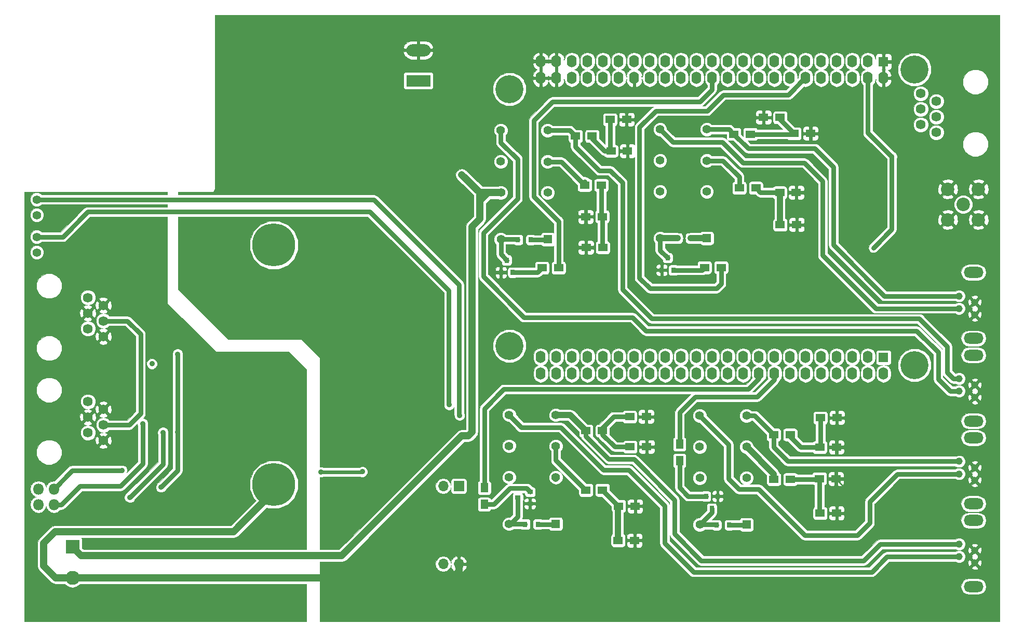
<source format=gbr>
G04 #@! TF.FileFunction,Copper,L2,Bot,Signal*
%FSLAX46Y46*%
G04 Gerber Fmt 4.6, Leading zero omitted, Abs format (unit mm)*
G04 Created by KiCad (PCBNEW 4.0.7-e2-6376~61~ubuntu18.04.1) date Mon Nov 26 09:53:18 2018*
%MOMM*%
%LPD*%
G01*
G04 APERTURE LIST*
%ADD10C,0.100000*%
%ADD11C,7.000000*%
%ADD12C,2.200000*%
%ADD13R,1.600000X1.600000*%
%ADD14O,1.600000X2.000000*%
%ADD15C,1.160000*%
%ADD16O,3.200000X1.800000*%
%ADD17R,2.300000X2.300000*%
%ADD18O,2.300000X2.300000*%
%ADD19C,4.572000*%
%ADD20R,1.700000X1.700000*%
%ADD21O,1.700000X1.700000*%
%ADD22C,1.590000*%
%ADD23R,1.400000X1.400000*%
%ADD24C,1.400000*%
%ADD25R,3.960000X1.980000*%
%ADD26O,3.960000X1.980000*%
%ADD27R,0.900000X0.800000*%
%ADD28R,0.800000X0.900000*%
%ADD29R,1.500000X1.300000*%
%ADD30R,1.300000X1.500000*%
%ADD31O,1.800000X1.800000*%
%ADD32C,0.900000*%
%ADD33C,0.600000*%
%ADD34C,1.200000*%
%ADD35C,0.250000*%
%ADD36C,0.800000*%
%ADD37C,1.000000*%
%ADD38C,0.600000*%
%ADD39C,0.400000*%
%ADD40C,0.050000*%
G04 APERTURE END LIST*
D10*
D11*
X154590000Y-114400000D03*
X154590000Y-75300000D03*
D12*
X269474800Y-66175500D03*
X264474800Y-66175500D03*
X264474800Y-71175500D03*
X269474800Y-71175500D03*
X266974800Y-68675500D03*
D13*
X253982080Y-45403400D03*
D14*
X253982080Y-48043400D03*
X251442080Y-45303400D03*
X251442080Y-48043400D03*
X248902080Y-45303400D03*
X248902080Y-48043400D03*
X246362080Y-45303400D03*
X246362080Y-48043400D03*
X243822080Y-45303400D03*
X243822080Y-48043400D03*
X241282080Y-45303400D03*
X241282080Y-48043400D03*
X238742080Y-45303400D03*
X238742080Y-48043400D03*
X236202080Y-45303400D03*
X236202080Y-48043400D03*
X233662080Y-45303400D03*
X233662080Y-48043400D03*
X231122080Y-45303400D03*
X231122080Y-48043400D03*
X228582080Y-45303400D03*
X228582080Y-48043400D03*
X226042080Y-45303400D03*
X226042080Y-48043400D03*
X223502080Y-45303400D03*
X223502080Y-48043400D03*
X220962080Y-45303400D03*
X220962080Y-48043400D03*
X218422080Y-45303400D03*
X218422080Y-48043400D03*
X215882080Y-45303400D03*
X215882080Y-48043400D03*
X213342080Y-45303400D03*
X213342080Y-48043400D03*
X210802080Y-45303400D03*
X210802080Y-48043400D03*
X208262080Y-45303400D03*
X208262080Y-48043400D03*
X205722080Y-45303400D03*
X205722080Y-48043400D03*
X203182080Y-45303400D03*
X203182080Y-48043400D03*
X200642080Y-45303400D03*
X200642080Y-48043400D03*
X198102080Y-45303400D03*
X198102080Y-48043400D03*
D13*
X253982080Y-93663400D03*
D14*
X253982080Y-96303400D03*
X251442080Y-93563400D03*
X251442080Y-96303400D03*
X248902080Y-93563400D03*
X248902080Y-96303400D03*
X246362080Y-93563400D03*
X246362080Y-96303400D03*
X243822080Y-93563400D03*
X243822080Y-96303400D03*
X241282080Y-93563400D03*
X241282080Y-96303400D03*
X238742080Y-93563400D03*
X238742080Y-96303400D03*
X236202080Y-93563400D03*
X236202080Y-96303400D03*
X233662080Y-93563400D03*
X233662080Y-96303400D03*
X231122080Y-93563400D03*
X231122080Y-96303400D03*
X228582080Y-93563400D03*
X228582080Y-96303400D03*
X226042080Y-93563400D03*
X226042080Y-96303400D03*
X223502080Y-93563400D03*
X223502080Y-96303400D03*
X220962080Y-93563400D03*
X220962080Y-96303400D03*
X218422080Y-93563400D03*
X218422080Y-96303400D03*
X215882080Y-93563400D03*
X215882080Y-96303400D03*
X213342080Y-93563400D03*
X213342080Y-96303400D03*
X210802080Y-93563400D03*
X210802080Y-96303400D03*
X208262080Y-93563400D03*
X208262080Y-96303400D03*
X205722080Y-93563400D03*
X205722080Y-96303400D03*
X203182080Y-93563400D03*
X203182080Y-96303400D03*
X200642080Y-93563400D03*
X200642080Y-96303400D03*
X198102080Y-93563400D03*
X198102080Y-96303400D03*
D15*
X266311480Y-85660000D03*
X266311480Y-83620000D03*
X268861480Y-84640000D03*
X268861480Y-86680000D03*
D16*
X268661480Y-90530000D03*
X268661480Y-79770000D03*
D15*
X266311480Y-99160000D03*
X266311480Y-97120000D03*
X268861480Y-98140000D03*
X268861480Y-100180000D03*
D16*
X268661480Y-104030000D03*
X268661480Y-93270000D03*
D15*
X266311480Y-112660000D03*
X266311480Y-110620000D03*
X268861480Y-111640000D03*
X268861480Y-113680000D03*
D16*
X268661480Y-117530000D03*
X268661480Y-106770000D03*
D15*
X266311480Y-126160000D03*
X266311480Y-124120000D03*
X268861480Y-125140000D03*
X268861480Y-127180000D03*
D16*
X268661480Y-131030000D03*
X268661480Y-120270000D03*
D17*
X121760000Y-124560000D03*
D18*
X121760000Y-129640000D03*
D19*
X193022080Y-49848400D03*
X259062080Y-46673400D03*
X259062080Y-94933400D03*
X193022080Y-91758400D03*
D20*
X184740000Y-114670000D03*
D21*
X182200000Y-114670000D03*
X184740000Y-127370000D03*
X182200000Y-127370000D03*
D22*
X126812500Y-107222500D03*
X124272500Y-105952500D03*
X126812500Y-104682500D03*
X124272500Y-103412500D03*
X126812500Y-102142500D03*
X124272500Y-100872500D03*
D23*
X199224820Y-74383060D03*
D24*
X191604820Y-74383060D03*
X199224820Y-61693060D03*
X199224820Y-56603060D03*
X199224820Y-66763060D03*
X191594820Y-61673060D03*
X191594820Y-56593060D03*
X191604820Y-66763060D03*
D25*
X178140200Y-48489500D03*
D26*
X178140200Y-43489500D03*
D23*
X200558240Y-120829500D03*
D24*
X192938240Y-120829500D03*
X200558240Y-108139500D03*
X200558240Y-103049500D03*
X200558240Y-113209500D03*
X192928240Y-108119500D03*
X192928240Y-103039500D03*
X192938240Y-113209500D03*
D23*
X231645340Y-120941260D03*
D24*
X224025340Y-120941260D03*
X231645340Y-108251260D03*
X231645340Y-103161260D03*
X231645340Y-113321260D03*
X224015340Y-108231260D03*
X224015340Y-103151260D03*
X224025340Y-113321260D03*
D23*
X225181000Y-74207000D03*
D24*
X217561000Y-74207000D03*
X225181000Y-61517000D03*
X225181000Y-56427000D03*
X225181000Y-66587000D03*
X217551000Y-61497000D03*
X217551000Y-56417000D03*
X217561000Y-66587000D03*
D27*
X196353780Y-115588640D03*
X196353780Y-117488640D03*
X194353780Y-116538640D03*
D28*
X225050000Y-116300000D03*
X226950000Y-116300000D03*
X226000000Y-118300000D03*
X193507240Y-79773920D03*
X191607240Y-79773920D03*
X192557240Y-77773920D03*
X219737820Y-79390380D03*
X217837820Y-79390380D03*
X218787820Y-77390380D03*
D22*
X260075220Y-50589240D03*
X262615220Y-51859240D03*
X260075220Y-53129240D03*
X262615220Y-54399240D03*
X260075220Y-55669240D03*
X262615220Y-56939240D03*
D28*
X197643300Y-120869340D03*
X195543300Y-120869340D03*
X196472360Y-74453380D03*
X194372360Y-74453380D03*
X228847200Y-121009040D03*
X226747200Y-121009040D03*
X222522600Y-74189220D03*
X220422600Y-74189220D03*
D29*
X208150000Y-115300000D03*
X205450000Y-115300000D03*
X207968680Y-65535440D03*
X205268680Y-65535440D03*
X238801740Y-113538900D03*
X236101740Y-113538900D03*
X233170560Y-65982480D03*
X230470560Y-65982480D03*
X208179500Y-105624260D03*
X205479500Y-105624260D03*
X206465000Y-57519200D03*
X203765000Y-57519200D03*
X238761100Y-106269420D03*
X236061100Y-106269420D03*
X232276480Y-57209320D03*
X229576480Y-57209320D03*
X208136320Y-70676400D03*
X205436320Y-70676400D03*
X243543940Y-113444920D03*
X246243940Y-113444920D03*
X210800800Y-117922940D03*
X213500800Y-117922940D03*
X237064400Y-66739400D03*
X239764400Y-66739400D03*
X208192200Y-75705600D03*
X205492200Y-75705600D03*
X243653160Y-119086260D03*
X246353160Y-119086260D03*
X210716980Y-123510940D03*
X213416980Y-123510940D03*
X237140600Y-71997200D03*
X239840600Y-71997200D03*
X209550000Y-59950000D03*
X212250000Y-59950000D03*
X243691260Y-103503360D03*
X246391260Y-103503360D03*
X239400000Y-57100000D03*
X242100000Y-57100000D03*
X209400000Y-54825000D03*
X212100000Y-54825000D03*
X243615060Y-108303960D03*
X246315060Y-108303960D03*
X212675000Y-108250000D03*
X215375000Y-108250000D03*
X237125000Y-54475000D03*
X234425000Y-54475000D03*
D30*
X188904720Y-114924480D03*
X188904720Y-117624480D03*
X220728380Y-107799780D03*
X220728380Y-110499780D03*
D29*
X201011620Y-79030460D03*
X198311620Y-79030460D03*
X227496200Y-78982200D03*
X224796200Y-78982200D03*
X212604200Y-103325560D03*
X215304200Y-103325560D03*
D22*
X126812500Y-90222500D03*
X124272500Y-88952500D03*
X126812500Y-87682500D03*
X124272500Y-86412500D03*
X126812500Y-85142500D03*
X124272500Y-83872500D03*
D24*
X115936240Y-67870000D03*
X115936240Y-70410000D03*
X115936240Y-73970000D03*
X115936240Y-76510000D03*
D31*
X116166240Y-115132500D03*
X116166240Y-117672500D03*
X118706240Y-115132500D03*
X118706240Y-117672500D03*
D32*
X166220000Y-87600000D03*
X172500000Y-92370000D03*
D33*
X248000000Y-115060000D03*
X240075000Y-65050000D03*
X212150000Y-57575000D03*
X205325000Y-85400000D03*
D32*
X186275000Y-106450000D03*
D33*
X185225000Y-63850000D03*
X252310740Y-75758940D03*
D32*
X255340000Y-60880000D03*
X149602500Y-96752500D03*
X136502500Y-105902500D03*
X131085000Y-116485000D03*
X183170000Y-101390000D03*
X184860000Y-103100000D03*
X138902500Y-93120000D03*
X138902500Y-105852500D03*
X136202500Y-114822500D03*
X134702500Y-94700000D03*
X133202500Y-104452500D03*
X129810000Y-112120000D03*
X169002500Y-112312500D03*
X162252500Y-112362500D03*
D34*
X121760000Y-129640000D02*
X183680000Y-129640000D01*
X184740000Y-128580000D02*
X184740000Y-127370000D01*
X183680000Y-129640000D02*
X184740000Y-128580000D01*
X119020000Y-129640000D02*
X121760000Y-129640000D01*
D35*
X242100000Y-57100000D02*
X242725000Y-57100000D01*
X246243940Y-113444920D02*
X247880080Y-115179920D01*
X247880080Y-115179920D02*
X248000000Y-115060000D01*
X239764400Y-66739400D02*
X239764400Y-65360600D01*
X239764400Y-65360600D02*
X240075000Y-65050000D01*
X212250000Y-59950000D02*
X212250000Y-57675000D01*
X212250000Y-57675000D02*
X212150000Y-57575000D01*
X205492200Y-75705600D02*
X205492200Y-85232800D01*
X205492200Y-85232800D02*
X205325000Y-85400000D01*
X217837820Y-79390380D02*
X217165380Y-79390380D01*
X239840600Y-73609400D02*
X239840600Y-71997200D01*
X238250000Y-75200000D02*
X239840600Y-73609400D01*
X235050000Y-75200000D02*
X238250000Y-75200000D01*
X230375000Y-70525000D02*
X235050000Y-75200000D01*
X218775000Y-70525000D02*
X230375000Y-70525000D01*
X215825000Y-73475000D02*
X218775000Y-70525000D01*
X215825000Y-78050000D02*
X215825000Y-73475000D01*
X217165380Y-79390380D02*
X215825000Y-78050000D01*
D36*
X253982080Y-47943400D02*
X253993400Y-47943400D01*
D37*
X213500800Y-117922940D02*
X213575740Y-117922940D01*
D34*
X117070000Y-127690000D02*
X119020000Y-129640000D01*
X117070000Y-123940000D02*
X117070000Y-127690000D01*
X118910000Y-122100000D02*
X117070000Y-123940000D01*
X148020000Y-122100000D02*
X118910000Y-122100000D01*
D37*
X222522600Y-74189220D02*
X225163220Y-74189220D01*
X225163220Y-74189220D02*
X225181000Y-74207000D01*
D36*
X228847200Y-121009040D02*
X231577560Y-121009040D01*
X231577560Y-121009040D02*
X231645340Y-120941260D01*
X197643300Y-120869340D02*
X200518400Y-120869340D01*
X200518400Y-120869340D02*
X200558240Y-120829500D01*
X196472360Y-74453380D02*
X199154500Y-74453380D01*
X199154500Y-74453380D02*
X199224820Y-74383060D01*
X266311480Y-112660000D02*
X256265000Y-112660000D01*
X228725000Y-107860920D02*
X224015340Y-103151260D01*
X228725000Y-113500000D02*
X228725000Y-107860920D01*
X230375000Y-115150000D02*
X228725000Y-113500000D01*
X233625000Y-115150000D02*
X230375000Y-115150000D01*
X241150000Y-122675000D02*
X233625000Y-115150000D01*
X249725000Y-122675000D02*
X241150000Y-122675000D01*
X251725000Y-120675000D02*
X249725000Y-122675000D01*
X251725000Y-117200000D02*
X251725000Y-120675000D01*
X256265000Y-112660000D02*
X251725000Y-117200000D01*
X186275000Y-106450000D02*
X186270000Y-106450000D01*
D34*
X121760000Y-124560000D02*
X121760000Y-124660000D01*
X121760000Y-124660000D02*
X123100000Y-126000000D01*
X165680000Y-126000000D02*
X169320000Y-122360000D01*
X123100000Y-126000000D02*
X165680000Y-126000000D01*
X185230000Y-106450000D02*
X186275000Y-106450000D01*
X169320000Y-122360000D02*
X185230000Y-106450000D01*
X186870000Y-105855000D02*
X186275000Y-106450000D01*
X186870000Y-72320000D02*
X186870000Y-105855000D01*
D36*
X188138060Y-68170000D02*
X188138060Y-68101940D01*
D34*
X188138060Y-68101940D02*
X189476940Y-66763060D01*
X188138060Y-66763060D02*
X188138060Y-68170000D01*
X188138060Y-68170000D02*
X188138060Y-71051940D01*
X188138060Y-71051940D02*
X186870000Y-72320000D01*
X191604820Y-66763060D02*
X189476940Y-66763060D01*
X189476940Y-66763060D02*
X188138060Y-66763060D01*
X188138060Y-66763060D02*
X185225000Y-63850000D01*
D37*
X200558240Y-113209500D02*
X200442200Y-113209500D01*
X200558240Y-113209500D02*
X200558240Y-113477940D01*
D36*
X191604820Y-66763060D02*
X191590380Y-66777500D01*
D37*
X178140200Y-48489500D02*
X178914500Y-48489500D01*
D36*
X219737820Y-79390380D02*
X224388020Y-79390380D01*
X224388020Y-79390380D02*
X224796200Y-78982200D01*
X193507240Y-79773920D02*
X197568160Y-79773920D01*
X197568160Y-79773920D02*
X198311620Y-79030460D01*
X225050000Y-116300000D02*
X222100000Y-116300000D01*
X220728380Y-114928380D02*
X220728380Y-110499780D01*
X222100000Y-116300000D02*
X220728380Y-114928380D01*
X188904720Y-117624480D02*
X190485880Y-117624480D01*
X195779780Y-115014640D02*
X196353780Y-115588640D01*
X193095720Y-115014640D02*
X195779780Y-115014640D01*
X190485880Y-117624480D02*
X193095720Y-115014640D01*
X221225000Y-82400000D02*
X215900000Y-82400000D01*
X215900000Y-82400000D02*
X214200000Y-80700000D01*
X227496200Y-78982200D02*
X227496200Y-81653800D01*
X226750000Y-82400000D02*
X221225000Y-82400000D01*
X227496200Y-81653800D02*
X226750000Y-82400000D01*
X214200000Y-80700000D02*
X214200000Y-56075000D01*
X214200000Y-56075000D02*
X216875000Y-53400000D01*
X238450480Y-50775000D02*
X241282080Y-47943400D01*
X227900000Y-50775000D02*
X238450480Y-50775000D01*
X225275000Y-53400000D02*
X227900000Y-50775000D01*
X216875000Y-53400000D02*
X225275000Y-53400000D01*
X233400000Y-100100000D02*
X236202080Y-97297920D01*
X223275000Y-100100000D02*
X233400000Y-100100000D01*
X236202080Y-97297920D02*
X236202080Y-96203400D01*
X220728380Y-102646620D02*
X223275000Y-100100000D01*
X220728380Y-107799780D02*
X220728380Y-102646620D01*
X226042080Y-47943400D02*
X226042080Y-49917920D01*
X200050000Y-51890000D02*
X196950000Y-54990000D01*
X224070000Y-51890000D02*
X200050000Y-51890000D01*
X226042080Y-49917920D02*
X224070000Y-51890000D01*
X201011620Y-79030460D02*
X201011620Y-71461620D01*
X196950000Y-67400000D02*
X196950000Y-54990000D01*
X201011620Y-71461620D02*
X196950000Y-67400000D01*
X201011620Y-79030460D02*
X201213560Y-79030460D01*
X233662080Y-96203400D02*
X233662080Y-97087920D01*
X233662080Y-97087920D02*
X231900000Y-98850000D01*
X231900000Y-98850000D02*
X192075000Y-98850000D01*
X192075000Y-98850000D02*
X188904720Y-102020280D01*
X188904720Y-102020280D02*
X188904720Y-114924480D01*
D37*
X217561000Y-74207000D02*
X220404820Y-74207000D01*
D36*
X217561000Y-74207000D02*
X217561000Y-76163560D01*
X217561000Y-76163560D02*
X218787820Y-77390380D01*
D37*
X220404820Y-74207000D02*
X220422600Y-74189220D01*
D36*
X191604820Y-74383060D02*
X194302040Y-74383060D01*
X191604820Y-74383060D02*
X191604820Y-76821500D01*
X194302040Y-74383060D02*
X194372360Y-74453380D01*
X191604820Y-76821500D02*
X192557240Y-77773920D01*
X226000000Y-118300000D02*
X226000000Y-118966600D01*
X226000000Y-118966600D02*
X224025340Y-120941260D01*
X224025340Y-120941260D02*
X226679420Y-120941260D01*
X226679420Y-120941260D02*
X226747200Y-121009040D01*
X195503460Y-120829500D02*
X195543300Y-120869340D01*
X194353780Y-119629060D02*
X194353780Y-116538640D01*
X192938240Y-120829500D02*
X193153340Y-120829500D01*
X193153340Y-120829500D02*
X194353780Y-119629060D01*
X192938240Y-120829500D02*
X195503460Y-120829500D01*
X255340000Y-60880000D02*
X255340000Y-72729680D01*
X255340000Y-72729680D02*
X252310740Y-75758940D01*
X251442080Y-47943400D02*
X251442080Y-56982080D01*
X251442080Y-56982080D02*
X255340000Y-60880000D01*
X208136320Y-70676400D02*
X208136320Y-75649720D01*
X207968680Y-65535440D02*
X207968680Y-70508760D01*
X207968680Y-70508760D02*
X208136320Y-70676400D01*
X208136320Y-75649720D02*
X208192200Y-75705600D01*
X205268680Y-65535440D02*
X205268680Y-64909320D01*
X201426300Y-61693060D02*
X205268680Y-65535440D01*
X199224820Y-61693060D02*
X201426300Y-61693060D01*
X243543940Y-113444920D02*
X243543940Y-118977040D01*
X238801740Y-113538900D02*
X243449960Y-113538900D01*
X243449960Y-113538900D02*
X243543940Y-113444920D01*
D37*
X243449960Y-113538900D02*
X243543940Y-113444920D01*
D36*
X243543940Y-118977040D02*
X243653160Y-119086260D01*
D37*
X243543940Y-118977040D02*
X243653160Y-119086260D01*
X236101740Y-112707660D02*
X231645340Y-108251260D01*
D36*
X231645340Y-108251260D02*
X231691660Y-108251260D01*
D37*
X236101740Y-113538900D02*
X236101740Y-112707660D01*
D36*
X208150000Y-115300000D02*
X208177860Y-115300000D01*
X208177860Y-115300000D02*
X210800800Y-117922940D01*
D37*
X210716980Y-118006760D02*
X210800800Y-117922940D01*
X210716980Y-123510940D02*
X210716980Y-118006760D01*
D36*
X200558240Y-108139500D02*
X200558240Y-110408240D01*
X200558240Y-110408240D02*
X205450000Y-115300000D01*
X233927480Y-66739400D02*
X233170560Y-65982480D01*
X237064400Y-66739400D02*
X233927480Y-66739400D01*
D37*
X237064400Y-66739400D02*
X237064400Y-71921000D01*
X237064400Y-71921000D02*
X237140600Y-71997200D01*
D36*
X227781800Y-61517000D02*
X225181000Y-61517000D01*
X230470560Y-64205760D02*
X227781800Y-61517000D01*
X230470560Y-65982480D02*
X230470560Y-64205760D01*
X209400000Y-54825000D02*
X209400000Y-59800000D01*
X209400000Y-59800000D02*
X209550000Y-59950000D01*
X206465000Y-57519200D02*
X206465000Y-57890000D01*
X206465000Y-57890000D02*
X208525000Y-59950000D01*
X208525000Y-59950000D02*
X209550000Y-59950000D01*
X266311480Y-97120000D02*
X265345000Y-97120000D01*
X259800000Y-87325000D02*
X220250000Y-87325000D01*
X264350000Y-91875000D02*
X259800000Y-87325000D01*
X264350000Y-96125000D02*
X264350000Y-91875000D01*
X265345000Y-97120000D02*
X264350000Y-96125000D01*
X220250000Y-87325000D02*
X216175000Y-87325000D01*
X216175000Y-87325000D02*
X211425000Y-82575000D01*
X211425000Y-65150000D02*
X209400000Y-63125000D01*
X211425000Y-82575000D02*
X211425000Y-65150000D01*
X209400000Y-63125000D02*
X207650000Y-63125000D01*
X203765000Y-59240000D02*
X203765000Y-57519200D01*
X207650000Y-63125000D02*
X203765000Y-59240000D01*
X202848860Y-56603060D02*
X203765000Y-57519200D01*
X199224820Y-56603060D02*
X202848860Y-56603060D01*
X240478960Y-108303960D02*
X243615060Y-108303960D01*
X243691260Y-103503360D02*
X243691260Y-108227760D01*
X243691260Y-108227760D02*
X243615060Y-108303960D01*
D37*
X243691260Y-108227760D02*
X243615060Y-108303960D01*
D36*
X238761100Y-106269420D02*
X238761100Y-106586100D01*
X238761100Y-106586100D02*
X240478960Y-108303960D01*
X231645340Y-103161260D02*
X232952940Y-103161260D01*
X236061100Y-106269420D02*
X236061100Y-108261100D01*
X236061100Y-108261100D02*
X238375000Y-110575000D01*
X232952940Y-103161260D02*
X236061100Y-106269420D01*
X238375000Y-110575000D02*
X266266480Y-110575000D01*
X266266480Y-110575000D02*
X266311480Y-110620000D01*
X210150000Y-108250000D02*
X212675000Y-108250000D01*
X208179500Y-106279500D02*
X210150000Y-108250000D01*
X208179500Y-105624260D02*
X208179500Y-106279500D01*
X208179500Y-105624260D02*
X208179500Y-105145500D01*
X208179500Y-105145500D02*
X209999440Y-103325560D01*
X209999440Y-103325560D02*
X212604200Y-103325560D01*
X266311480Y-124120000D02*
X253480000Y-124120000D01*
X219925000Y-116925000D02*
X219925000Y-122475000D01*
X253480000Y-124120000D02*
X250775000Y-126825000D01*
X250775000Y-126825000D02*
X224275000Y-126825000D01*
X224275000Y-126825000D02*
X219925000Y-122475000D01*
X213275000Y-110275000D02*
X219925000Y-116925000D01*
X209200000Y-110275000D02*
X213275000Y-110275000D01*
X205479500Y-106554500D02*
X209200000Y-110275000D01*
X205479500Y-105624260D02*
X205479500Y-106554500D01*
D37*
X200558240Y-103049500D02*
X202904740Y-103049500D01*
X202904740Y-103049500D02*
X205479500Y-105624260D01*
D36*
X237125000Y-54475000D02*
X237125000Y-54825000D01*
X237125000Y-54825000D02*
X239400000Y-57100000D01*
X232276480Y-57209320D02*
X239290680Y-57209320D01*
X239290680Y-57209320D02*
X239400000Y-57100000D01*
X232220600Y-57153440D02*
X232276480Y-57209320D01*
X225181000Y-56427000D02*
X228794160Y-56427000D01*
X231917160Y-59550000D02*
X229576480Y-57209320D01*
X242775000Y-59550000D02*
X231917160Y-59550000D01*
X245812500Y-62587500D02*
X242775000Y-59550000D01*
X228794160Y-56427000D02*
X229576480Y-57209320D01*
X245812500Y-62587500D02*
X245812500Y-75312500D01*
X245812500Y-75312500D02*
X254120000Y-83620000D01*
X254120000Y-83620000D02*
X266311480Y-83620000D01*
X224015340Y-108231260D02*
X224015340Y-108265340D01*
X192928240Y-108119500D02*
X193144500Y-108119500D01*
X136502500Y-105902500D02*
X136502500Y-111067500D01*
X136502500Y-111067500D02*
X131085000Y-116485000D01*
X133802500Y-113767500D02*
X131085000Y-116485000D01*
X120180000Y-73970000D02*
X124270000Y-69880000D01*
X124270000Y-69880000D02*
X170250000Y-69880000D01*
X170250000Y-69880000D02*
X183120000Y-82750000D01*
X183120000Y-82750000D02*
X183120000Y-101340000D01*
X183120000Y-101340000D02*
X183170000Y-101390000D01*
X120180000Y-73970000D02*
X115936240Y-73970000D01*
X115936240Y-67870000D02*
X170870000Y-67870000D01*
X184790000Y-103030000D02*
X184860000Y-103100000D01*
X184790000Y-81790000D02*
X184790000Y-103030000D01*
X170870000Y-67870000D02*
X184790000Y-81790000D01*
X188725000Y-79250000D02*
X188725000Y-80445000D01*
X213060000Y-87100000D02*
X215285000Y-89325000D01*
X195380000Y-87100000D02*
X213060000Y-87100000D01*
X188725000Y-80445000D02*
X195380000Y-87100000D01*
X191594820Y-56593060D02*
X191594820Y-58569820D01*
X259400000Y-89325000D02*
X262900000Y-92825000D01*
X215285000Y-89325000D02*
X259400000Y-89325000D01*
X188725000Y-73325000D02*
X188725000Y-79250000D01*
X194325000Y-67725000D02*
X188725000Y-73325000D01*
X194325000Y-61300000D02*
X194325000Y-67725000D01*
X191594820Y-58569820D02*
X194325000Y-61300000D01*
X266311480Y-99160000D02*
X264860000Y-99160000D01*
X264860000Y-99160000D02*
X262900000Y-97200000D01*
X262900000Y-97200000D02*
X262900000Y-92825000D01*
X191594820Y-56593060D02*
X191594820Y-56655840D01*
X266311480Y-85660000D02*
X252785000Y-85660000D01*
X244075000Y-76950000D02*
X244075000Y-64900000D01*
X252785000Y-85660000D02*
X244075000Y-76950000D01*
X219634000Y-58500000D02*
X217551000Y-56417000D01*
X227725000Y-58500000D02*
X219634000Y-58500000D01*
X231100000Y-61875000D02*
X227725000Y-58500000D01*
X241050000Y-61875000D02*
X231100000Y-61875000D01*
X244075000Y-64900000D02*
X241050000Y-61875000D01*
X266311480Y-126160000D02*
X254565000Y-126160000D01*
X254565000Y-126160000D02*
X252050000Y-128675000D01*
X252050000Y-128675000D02*
X223025000Y-128675000D01*
X218325000Y-123975000D02*
X218325000Y-120125000D01*
X223025000Y-128675000D02*
X218325000Y-123975000D01*
X218325000Y-120125000D02*
X218325000Y-117850000D01*
X218325000Y-117850000D02*
X212500000Y-112025000D01*
X212500000Y-112025000D02*
X208350000Y-112025000D01*
X208350000Y-112025000D02*
X201375000Y-105050000D01*
X201375000Y-105050000D02*
X194938740Y-105050000D01*
X194938740Y-105050000D02*
X192928240Y-103039500D01*
X192928240Y-103039500D02*
X193081440Y-103039500D01*
X138902500Y-105852500D02*
X138902500Y-93120000D01*
X138902500Y-105852500D02*
X138902500Y-112122500D01*
X138902500Y-112122500D02*
X136202500Y-114822500D01*
X126812500Y-104682500D02*
X130997500Y-104682500D01*
X130662500Y-87682500D02*
X126812500Y-87682500D01*
X132850000Y-89870000D02*
X130662500Y-87682500D01*
X132850000Y-102830000D02*
X132850000Y-89870000D01*
X130997500Y-104682500D02*
X132850000Y-102830000D01*
X118706240Y-117672500D02*
X119927500Y-117672500D01*
X133202500Y-111017500D02*
X133202500Y-104452500D01*
X129580000Y-114640000D02*
X133202500Y-111017500D01*
X122960000Y-114640000D02*
X129580000Y-114640000D01*
X119927500Y-117672500D02*
X122960000Y-114640000D01*
X133202500Y-104452500D02*
X133202500Y-104930000D01*
X129810000Y-112120000D02*
X121718740Y-112120000D01*
X121718740Y-112120000D02*
X118706240Y-115132500D01*
D35*
X129830000Y-112100000D02*
X129830000Y-112090000D01*
X129810000Y-112120000D02*
X129830000Y-112100000D01*
D38*
X168952500Y-112362500D02*
X162252500Y-112362500D01*
D39*
X169002500Y-112312500D02*
X168952500Y-112362500D01*
D34*
X154590000Y-115530000D02*
X148020000Y-122100000D01*
X154590000Y-114400000D02*
X154590000Y-115530000D01*
D40*
G36*
X137215000Y-67045000D02*
X116702282Y-67045000D01*
X116574333Y-66916828D01*
X116160998Y-66745196D01*
X115713445Y-66744805D01*
X115299811Y-66915715D01*
X114983068Y-67231907D01*
X114811436Y-67645242D01*
X114811045Y-68092795D01*
X114981955Y-68506429D01*
X115298147Y-68823172D01*
X115711482Y-68994804D01*
X116159035Y-68995195D01*
X116572669Y-68824285D01*
X116702179Y-68695000D01*
X137215000Y-68695000D01*
X137215000Y-69055000D01*
X124270000Y-69055000D01*
X123954286Y-69117799D01*
X123686637Y-69296637D01*
X119838274Y-73145000D01*
X116702282Y-73145000D01*
X116574333Y-73016828D01*
X116160998Y-72845196D01*
X115713445Y-72844805D01*
X115299811Y-73015715D01*
X114983068Y-73331907D01*
X114811436Y-73745242D01*
X114811045Y-74192795D01*
X114981955Y-74606429D01*
X115298147Y-74923172D01*
X115711482Y-75094804D01*
X116159035Y-75095195D01*
X116572669Y-74924285D01*
X116702179Y-74795000D01*
X120180000Y-74795000D01*
X120495714Y-74732201D01*
X120763363Y-74553363D01*
X124611726Y-70705000D01*
X137215000Y-70705000D01*
X137215000Y-84790000D01*
X137216970Y-84799726D01*
X137222322Y-84807678D01*
X145132322Y-92717678D01*
X145140593Y-92723163D01*
X145150000Y-92725000D01*
X156999644Y-92725000D01*
X159875000Y-95600356D01*
X159875000Y-124975000D01*
X123524569Y-124975000D01*
X123343326Y-124793757D01*
X123343326Y-123410000D01*
X123313691Y-123252504D01*
X123231644Y-123125000D01*
X148020000Y-123125000D01*
X148412251Y-123046977D01*
X148744784Y-122824784D01*
X153409732Y-118159837D01*
X153805844Y-118324317D01*
X155367305Y-118325680D01*
X156810429Y-117729393D01*
X157915513Y-116626237D01*
X158514317Y-115184156D01*
X158515680Y-113622695D01*
X157919393Y-112179571D01*
X156816237Y-111074487D01*
X155374156Y-110475683D01*
X153812695Y-110474320D01*
X152369571Y-111070607D01*
X151264487Y-112173763D01*
X150665683Y-113615844D01*
X150664320Y-115177305D01*
X151260607Y-116620429D01*
X151654960Y-117015471D01*
X147595432Y-121075000D01*
X118910000Y-121075000D01*
X118517749Y-121153023D01*
X118185216Y-121375216D01*
X116345216Y-123215216D01*
X116123023Y-123547749D01*
X116045000Y-123940000D01*
X116045000Y-127690000D01*
X116119592Y-128065000D01*
X116123023Y-128082251D01*
X116345216Y-128414784D01*
X118295215Y-130364784D01*
X118627749Y-130586977D01*
X119020000Y-130665000D01*
X120556188Y-130665000D01*
X120615451Y-130753693D01*
X121126418Y-131095110D01*
X121729144Y-131215000D01*
X121790856Y-131215000D01*
X122393582Y-131095110D01*
X122904549Y-130753693D01*
X122963812Y-130665000D01*
X159875000Y-130665000D01*
X159875000Y-136780280D01*
X144533530Y-136780280D01*
X144520760Y-136777740D01*
X113936240Y-136777740D01*
X113936240Y-115106542D01*
X114841240Y-115106542D01*
X114841240Y-115158458D01*
X114942100Y-115665514D01*
X115229324Y-116095374D01*
X115659184Y-116382598D01*
X115759238Y-116402500D01*
X115659184Y-116422402D01*
X115229324Y-116709626D01*
X114942100Y-117139486D01*
X114841240Y-117646542D01*
X114841240Y-117698458D01*
X114942100Y-118205514D01*
X115229324Y-118635374D01*
X115659184Y-118922598D01*
X116166240Y-119023458D01*
X116673296Y-118922598D01*
X117103156Y-118635374D01*
X117390380Y-118205514D01*
X117436240Y-117974961D01*
X117482100Y-118205514D01*
X117769324Y-118635374D01*
X118199184Y-118922598D01*
X118706240Y-119023458D01*
X119213296Y-118922598D01*
X119643156Y-118635374D01*
X119735281Y-118497500D01*
X119927500Y-118497500D01*
X120243214Y-118434701D01*
X120510863Y-118255863D01*
X122108441Y-116658285D01*
X130209849Y-116658285D01*
X130342779Y-116980000D01*
X130588705Y-117226356D01*
X130910188Y-117359848D01*
X131258285Y-117360151D01*
X131580000Y-117227221D01*
X131826356Y-116981295D01*
X131876720Y-116860006D01*
X133740941Y-114995785D01*
X135327349Y-114995785D01*
X135460279Y-115317500D01*
X135706205Y-115563856D01*
X136027688Y-115697348D01*
X136375785Y-115697651D01*
X136697500Y-115564721D01*
X136943856Y-115318795D01*
X136994220Y-115197506D01*
X139485863Y-112705863D01*
X139664701Y-112438214D01*
X139727500Y-112122500D01*
X139727500Y-106147359D01*
X139777348Y-106027312D01*
X139777651Y-105679215D01*
X139727500Y-105557840D01*
X139727500Y-93414859D01*
X139777348Y-93294812D01*
X139777651Y-92946715D01*
X139644721Y-92625000D01*
X139398795Y-92378644D01*
X139077312Y-92245152D01*
X138729215Y-92244849D01*
X138407500Y-92377779D01*
X138161144Y-92623705D01*
X138027652Y-92945188D01*
X138027349Y-93293285D01*
X138077500Y-93414660D01*
X138077500Y-105557641D01*
X138027652Y-105677688D01*
X138027349Y-106025785D01*
X138077500Y-106147160D01*
X138077500Y-111780774D01*
X135827633Y-114030641D01*
X135707500Y-114080279D01*
X135461144Y-114326205D01*
X135327652Y-114647688D01*
X135327349Y-114995785D01*
X133740941Y-114995785D01*
X137085863Y-111650863D01*
X137264701Y-111383214D01*
X137327500Y-111067500D01*
X137327500Y-106197359D01*
X137377348Y-106077312D01*
X137377651Y-105729215D01*
X137244721Y-105407500D01*
X136998795Y-105161144D01*
X136677312Y-105027652D01*
X136329215Y-105027349D01*
X136007500Y-105160279D01*
X135761144Y-105406205D01*
X135627652Y-105727688D01*
X135627349Y-106075785D01*
X135677500Y-106197160D01*
X135677500Y-110725774D01*
X130710133Y-115693141D01*
X130590000Y-115742779D01*
X130343644Y-115988705D01*
X130210152Y-116310188D01*
X130209849Y-116658285D01*
X122108441Y-116658285D01*
X123301726Y-115465000D01*
X129580000Y-115465000D01*
X129895714Y-115402201D01*
X130163363Y-115223363D01*
X133785863Y-111600863D01*
X133964701Y-111333214D01*
X134027500Y-111017500D01*
X134027500Y-104747359D01*
X134077348Y-104627312D01*
X134077651Y-104279215D01*
X133944721Y-103957500D01*
X133698795Y-103711144D01*
X133377312Y-103577652D01*
X133269168Y-103577558D01*
X133433363Y-103413363D01*
X133612201Y-103145714D01*
X133675000Y-102830000D01*
X133675000Y-94873285D01*
X133827349Y-94873285D01*
X133960279Y-95195000D01*
X134206205Y-95441356D01*
X134527688Y-95574848D01*
X134875785Y-95575151D01*
X135197500Y-95442221D01*
X135443856Y-95196295D01*
X135577348Y-94874812D01*
X135577651Y-94526715D01*
X135444721Y-94205000D01*
X135198795Y-93958644D01*
X134877312Y-93825152D01*
X134529215Y-93824849D01*
X134207500Y-93957779D01*
X133961144Y-94203705D01*
X133827652Y-94525188D01*
X133827349Y-94873285D01*
X133675000Y-94873285D01*
X133675000Y-89870000D01*
X133612201Y-89554286D01*
X133433363Y-89286637D01*
X131245863Y-87099137D01*
X130978214Y-86920299D01*
X130662500Y-86857500D01*
X127712776Y-86857500D01*
X127504477Y-86648838D01*
X127056238Y-86462712D01*
X126959293Y-86462628D01*
X127247444Y-86424758D01*
X127411641Y-86356745D01*
X127498461Y-86152316D01*
X126812500Y-85466355D01*
X126126539Y-86152316D01*
X126213359Y-86356745D01*
X126607014Y-86462320D01*
X126570892Y-86462289D01*
X126122328Y-86647631D01*
X125778838Y-86990523D01*
X125592712Y-87438762D01*
X125592289Y-87924108D01*
X125777631Y-88372672D01*
X126120523Y-88716162D01*
X126568762Y-88902288D01*
X126665707Y-88902372D01*
X126377556Y-88940242D01*
X126213359Y-89008255D01*
X126126539Y-89212684D01*
X126812500Y-89898645D01*
X127498461Y-89212684D01*
X127411641Y-89008255D01*
X127017986Y-88902680D01*
X127054108Y-88902711D01*
X127502672Y-88717369D01*
X127712907Y-88507500D01*
X130320774Y-88507500D01*
X132025000Y-90211726D01*
X132025000Y-102488274D01*
X130655774Y-103857500D01*
X127712776Y-103857500D01*
X127504477Y-103648838D01*
X127056238Y-103462712D01*
X126959293Y-103462628D01*
X127247444Y-103424758D01*
X127411641Y-103356745D01*
X127498461Y-103152316D01*
X126812500Y-102466355D01*
X126126539Y-103152316D01*
X126213359Y-103356745D01*
X126607014Y-103462320D01*
X126570892Y-103462289D01*
X126122328Y-103647631D01*
X125778838Y-103990523D01*
X125592712Y-104438762D01*
X125592289Y-104924108D01*
X125777631Y-105372672D01*
X126120523Y-105716162D01*
X126568762Y-105902288D01*
X126665707Y-105902372D01*
X126377556Y-105940242D01*
X126213359Y-106008255D01*
X126126539Y-106212684D01*
X126812500Y-106898645D01*
X127498461Y-106212684D01*
X127411641Y-106008255D01*
X127017986Y-105902680D01*
X127054108Y-105902711D01*
X127502672Y-105717369D01*
X127712907Y-105507500D01*
X130997500Y-105507500D01*
X131313214Y-105444701D01*
X131580863Y-105265863D01*
X132327442Y-104519284D01*
X132327349Y-104625785D01*
X132377500Y-104747160D01*
X132377500Y-110675774D01*
X130632575Y-112420699D01*
X130684848Y-112294812D01*
X130685151Y-111946715D01*
X130552221Y-111625000D01*
X130306295Y-111378644D01*
X129984812Y-111245152D01*
X129636715Y-111244849D01*
X129515340Y-111295000D01*
X121718740Y-111295000D01*
X121403026Y-111357799D01*
X121135377Y-111536637D01*
X118859906Y-113812108D01*
X118706240Y-113781542D01*
X118199184Y-113882402D01*
X117769324Y-114169626D01*
X117482100Y-114599486D01*
X117436240Y-114830039D01*
X117390380Y-114599486D01*
X117103156Y-114169626D01*
X116673296Y-113882402D01*
X116166240Y-113781542D01*
X115659184Y-113882402D01*
X115229324Y-114169626D01*
X114942100Y-114599486D01*
X114841240Y-115106542D01*
X113936240Y-115106542D01*
X113936240Y-109538481D01*
X115872145Y-109538481D01*
X116183581Y-110292215D01*
X116759752Y-110869392D01*
X117512941Y-111182143D01*
X118328481Y-111182855D01*
X119082215Y-110871419D01*
X119659392Y-110295248D01*
X119972143Y-109542059D01*
X119972855Y-108726519D01*
X119768655Y-108232316D01*
X126126539Y-108232316D01*
X126213359Y-108436745D01*
X126723637Y-108573598D01*
X127247444Y-108504758D01*
X127411641Y-108436745D01*
X127498461Y-108232316D01*
X126812500Y-107546355D01*
X126126539Y-108232316D01*
X119768655Y-108232316D01*
X119661419Y-107972785D01*
X119085248Y-107395608D01*
X118332059Y-107082857D01*
X117516519Y-107082145D01*
X116762785Y-107393581D01*
X116185608Y-107969752D01*
X115872857Y-108722941D01*
X115872145Y-109538481D01*
X113936240Y-109538481D01*
X113936240Y-106194108D01*
X123052289Y-106194108D01*
X123237631Y-106642672D01*
X123580523Y-106986162D01*
X124028762Y-107172288D01*
X124514108Y-107172711D01*
X124608674Y-107133637D01*
X125461402Y-107133637D01*
X125530242Y-107657444D01*
X125598255Y-107821641D01*
X125802684Y-107908461D01*
X126488645Y-107222500D01*
X127136355Y-107222500D01*
X127822316Y-107908461D01*
X128026745Y-107821641D01*
X128163598Y-107311363D01*
X128094758Y-106787556D01*
X128026745Y-106623359D01*
X127822316Y-106536539D01*
X127136355Y-107222500D01*
X126488645Y-107222500D01*
X125802684Y-106536539D01*
X125598255Y-106623359D01*
X125461402Y-107133637D01*
X124608674Y-107133637D01*
X124962672Y-106987369D01*
X125306162Y-106644477D01*
X125492288Y-106196238D01*
X125492711Y-105710892D01*
X125307369Y-105262328D01*
X124964477Y-104918838D01*
X124516238Y-104732712D01*
X124419293Y-104732628D01*
X124707444Y-104694758D01*
X124871641Y-104626745D01*
X124958461Y-104422316D01*
X124272500Y-103736355D01*
X123586539Y-104422316D01*
X123673359Y-104626745D01*
X124067014Y-104732320D01*
X124030892Y-104732289D01*
X123582328Y-104917631D01*
X123238838Y-105260523D01*
X123052712Y-105708762D01*
X123052289Y-106194108D01*
X113936240Y-106194108D01*
X113936240Y-103323637D01*
X122921402Y-103323637D01*
X122990242Y-103847444D01*
X123058255Y-104011641D01*
X123262684Y-104098461D01*
X123948645Y-103412500D01*
X124596355Y-103412500D01*
X125282316Y-104098461D01*
X125486745Y-104011641D01*
X125623598Y-103501363D01*
X125554758Y-102977556D01*
X125486745Y-102813359D01*
X125282316Y-102726539D01*
X124596355Y-103412500D01*
X123948645Y-103412500D01*
X123262684Y-102726539D01*
X123058255Y-102813359D01*
X122921402Y-103323637D01*
X113936240Y-103323637D01*
X113936240Y-101114108D01*
X123052289Y-101114108D01*
X123237631Y-101562672D01*
X123580523Y-101906162D01*
X124028762Y-102092288D01*
X124125707Y-102092372D01*
X123837556Y-102130242D01*
X123673359Y-102198255D01*
X123586539Y-102402684D01*
X124272500Y-103088645D01*
X124958461Y-102402684D01*
X124871641Y-102198255D01*
X124477986Y-102092680D01*
X124514108Y-102092711D01*
X124608674Y-102053637D01*
X125461402Y-102053637D01*
X125530242Y-102577444D01*
X125598255Y-102741641D01*
X125802684Y-102828461D01*
X126488645Y-102142500D01*
X127136355Y-102142500D01*
X127822316Y-102828461D01*
X128026745Y-102741641D01*
X128163598Y-102231363D01*
X128094758Y-101707556D01*
X128026745Y-101543359D01*
X127822316Y-101456539D01*
X127136355Y-102142500D01*
X126488645Y-102142500D01*
X125802684Y-101456539D01*
X125598255Y-101543359D01*
X125461402Y-102053637D01*
X124608674Y-102053637D01*
X124962672Y-101907369D01*
X125306162Y-101564477D01*
X125485458Y-101132684D01*
X126126539Y-101132684D01*
X126812500Y-101818645D01*
X127498461Y-101132684D01*
X127411641Y-100928255D01*
X126901363Y-100791402D01*
X126377556Y-100860242D01*
X126213359Y-100928255D01*
X126126539Y-101132684D01*
X125485458Y-101132684D01*
X125492288Y-101116238D01*
X125492711Y-100630892D01*
X125307369Y-100182328D01*
X124964477Y-99838838D01*
X124516238Y-99652712D01*
X124030892Y-99652289D01*
X123582328Y-99837631D01*
X123238838Y-100180523D01*
X123052712Y-100628762D01*
X123052289Y-101114108D01*
X113936240Y-101114108D01*
X113936240Y-99378481D01*
X115872145Y-99378481D01*
X116183581Y-100132215D01*
X116759752Y-100709392D01*
X117512941Y-101022143D01*
X118328481Y-101022855D01*
X119082215Y-100711419D01*
X119659392Y-100135248D01*
X119972143Y-99382059D01*
X119972855Y-98566519D01*
X119661419Y-97812785D01*
X119085248Y-97235608D01*
X118332059Y-96922857D01*
X117516519Y-96922145D01*
X116762785Y-97233581D01*
X116185608Y-97809752D01*
X115872857Y-98562941D01*
X115872145Y-99378481D01*
X113936240Y-99378481D01*
X113936240Y-92538481D01*
X115872145Y-92538481D01*
X116183581Y-93292215D01*
X116759752Y-93869392D01*
X117512941Y-94182143D01*
X118328481Y-94182855D01*
X119082215Y-93871419D01*
X119659392Y-93295248D01*
X119972143Y-92542059D01*
X119972855Y-91726519D01*
X119768655Y-91232316D01*
X126126539Y-91232316D01*
X126213359Y-91436745D01*
X126723637Y-91573598D01*
X127247444Y-91504758D01*
X127411641Y-91436745D01*
X127498461Y-91232316D01*
X126812500Y-90546355D01*
X126126539Y-91232316D01*
X119768655Y-91232316D01*
X119661419Y-90972785D01*
X119085248Y-90395608D01*
X118332059Y-90082857D01*
X117516519Y-90082145D01*
X116762785Y-90393581D01*
X116185608Y-90969752D01*
X115872857Y-91722941D01*
X115872145Y-92538481D01*
X113936240Y-92538481D01*
X113936240Y-89194108D01*
X123052289Y-89194108D01*
X123237631Y-89642672D01*
X123580523Y-89986162D01*
X124028762Y-90172288D01*
X124514108Y-90172711D01*
X124608674Y-90133637D01*
X125461402Y-90133637D01*
X125530242Y-90657444D01*
X125598255Y-90821641D01*
X125802684Y-90908461D01*
X126488645Y-90222500D01*
X127136355Y-90222500D01*
X127822316Y-90908461D01*
X128026745Y-90821641D01*
X128163598Y-90311363D01*
X128094758Y-89787556D01*
X128026745Y-89623359D01*
X127822316Y-89536539D01*
X127136355Y-90222500D01*
X126488645Y-90222500D01*
X125802684Y-89536539D01*
X125598255Y-89623359D01*
X125461402Y-90133637D01*
X124608674Y-90133637D01*
X124962672Y-89987369D01*
X125306162Y-89644477D01*
X125492288Y-89196238D01*
X125492711Y-88710892D01*
X125307369Y-88262328D01*
X124964477Y-87918838D01*
X124516238Y-87732712D01*
X124419293Y-87732628D01*
X124707444Y-87694758D01*
X124871641Y-87626745D01*
X124958461Y-87422316D01*
X124272500Y-86736355D01*
X123586539Y-87422316D01*
X123673359Y-87626745D01*
X124067014Y-87732320D01*
X124030892Y-87732289D01*
X123582328Y-87917631D01*
X123238838Y-88260523D01*
X123052712Y-88708762D01*
X123052289Y-89194108D01*
X113936240Y-89194108D01*
X113936240Y-86323637D01*
X122921402Y-86323637D01*
X122990242Y-86847444D01*
X123058255Y-87011641D01*
X123262684Y-87098461D01*
X123948645Y-86412500D01*
X124596355Y-86412500D01*
X125282316Y-87098461D01*
X125486745Y-87011641D01*
X125623598Y-86501363D01*
X125554758Y-85977556D01*
X125486745Y-85813359D01*
X125282316Y-85726539D01*
X124596355Y-86412500D01*
X123948645Y-86412500D01*
X123262684Y-85726539D01*
X123058255Y-85813359D01*
X122921402Y-86323637D01*
X113936240Y-86323637D01*
X113936240Y-84114108D01*
X123052289Y-84114108D01*
X123237631Y-84562672D01*
X123580523Y-84906162D01*
X124028762Y-85092288D01*
X124125707Y-85092372D01*
X123837556Y-85130242D01*
X123673359Y-85198255D01*
X123586539Y-85402684D01*
X124272500Y-86088645D01*
X124958461Y-85402684D01*
X124871641Y-85198255D01*
X124477986Y-85092680D01*
X124514108Y-85092711D01*
X124608674Y-85053637D01*
X125461402Y-85053637D01*
X125530242Y-85577444D01*
X125598255Y-85741641D01*
X125802684Y-85828461D01*
X126488645Y-85142500D01*
X127136355Y-85142500D01*
X127822316Y-85828461D01*
X128026745Y-85741641D01*
X128163598Y-85231363D01*
X128094758Y-84707556D01*
X128026745Y-84543359D01*
X127822316Y-84456539D01*
X127136355Y-85142500D01*
X126488645Y-85142500D01*
X125802684Y-84456539D01*
X125598255Y-84543359D01*
X125461402Y-85053637D01*
X124608674Y-85053637D01*
X124962672Y-84907369D01*
X125306162Y-84564477D01*
X125485458Y-84132684D01*
X126126539Y-84132684D01*
X126812500Y-84818645D01*
X127498461Y-84132684D01*
X127411641Y-83928255D01*
X126901363Y-83791402D01*
X126377556Y-83860242D01*
X126213359Y-83928255D01*
X126126539Y-84132684D01*
X125485458Y-84132684D01*
X125492288Y-84116238D01*
X125492711Y-83630892D01*
X125307369Y-83182328D01*
X124964477Y-82838838D01*
X124516238Y-82652712D01*
X124030892Y-82652289D01*
X123582328Y-82837631D01*
X123238838Y-83180523D01*
X123052712Y-83628762D01*
X123052289Y-84114108D01*
X113936240Y-84114108D01*
X113936240Y-82378481D01*
X115872145Y-82378481D01*
X116183581Y-83132215D01*
X116759752Y-83709392D01*
X117512941Y-84022143D01*
X118328481Y-84022855D01*
X119082215Y-83711419D01*
X119659392Y-83135248D01*
X119972143Y-82382059D01*
X119972855Y-81566519D01*
X119661419Y-80812785D01*
X119085248Y-80235608D01*
X118332059Y-79922857D01*
X117516519Y-79922145D01*
X116762785Y-80233581D01*
X116185608Y-80809752D01*
X115872857Y-81562941D01*
X115872145Y-82378481D01*
X113936240Y-82378481D01*
X113936240Y-76732795D01*
X114811045Y-76732795D01*
X114981955Y-77146429D01*
X115298147Y-77463172D01*
X115711482Y-77634804D01*
X116159035Y-77635195D01*
X116572669Y-77464285D01*
X116889412Y-77148093D01*
X117061044Y-76734758D01*
X117061435Y-76287205D01*
X116890525Y-75873571D01*
X116574333Y-75556828D01*
X116160998Y-75385196D01*
X115713445Y-75384805D01*
X115299811Y-75555715D01*
X114983068Y-75871907D01*
X114811436Y-76285242D01*
X114811045Y-76732795D01*
X113936240Y-76732795D01*
X113936240Y-70632795D01*
X114811045Y-70632795D01*
X114981955Y-71046429D01*
X115298147Y-71363172D01*
X115711482Y-71534804D01*
X116159035Y-71535195D01*
X116572669Y-71364285D01*
X116889412Y-71048093D01*
X117061044Y-70634758D01*
X117061435Y-70187205D01*
X116890525Y-69773571D01*
X116574333Y-69456828D01*
X116160998Y-69285196D01*
X115713445Y-69284805D01*
X115299811Y-69455715D01*
X114983068Y-69771907D01*
X114811436Y-70185242D01*
X114811045Y-70632795D01*
X113936240Y-70632795D01*
X113936240Y-66641220D01*
X137215000Y-66641220D01*
X137215000Y-67045000D01*
X137215000Y-67045000D01*
G37*
X137215000Y-67045000D02*
X116702282Y-67045000D01*
X116574333Y-66916828D01*
X116160998Y-66745196D01*
X115713445Y-66744805D01*
X115299811Y-66915715D01*
X114983068Y-67231907D01*
X114811436Y-67645242D01*
X114811045Y-68092795D01*
X114981955Y-68506429D01*
X115298147Y-68823172D01*
X115711482Y-68994804D01*
X116159035Y-68995195D01*
X116572669Y-68824285D01*
X116702179Y-68695000D01*
X137215000Y-68695000D01*
X137215000Y-69055000D01*
X124270000Y-69055000D01*
X123954286Y-69117799D01*
X123686637Y-69296637D01*
X119838274Y-73145000D01*
X116702282Y-73145000D01*
X116574333Y-73016828D01*
X116160998Y-72845196D01*
X115713445Y-72844805D01*
X115299811Y-73015715D01*
X114983068Y-73331907D01*
X114811436Y-73745242D01*
X114811045Y-74192795D01*
X114981955Y-74606429D01*
X115298147Y-74923172D01*
X115711482Y-75094804D01*
X116159035Y-75095195D01*
X116572669Y-74924285D01*
X116702179Y-74795000D01*
X120180000Y-74795000D01*
X120495714Y-74732201D01*
X120763363Y-74553363D01*
X124611726Y-70705000D01*
X137215000Y-70705000D01*
X137215000Y-84790000D01*
X137216970Y-84799726D01*
X137222322Y-84807678D01*
X145132322Y-92717678D01*
X145140593Y-92723163D01*
X145150000Y-92725000D01*
X156999644Y-92725000D01*
X159875000Y-95600356D01*
X159875000Y-124975000D01*
X123524569Y-124975000D01*
X123343326Y-124793757D01*
X123343326Y-123410000D01*
X123313691Y-123252504D01*
X123231644Y-123125000D01*
X148020000Y-123125000D01*
X148412251Y-123046977D01*
X148744784Y-122824784D01*
X153409732Y-118159837D01*
X153805844Y-118324317D01*
X155367305Y-118325680D01*
X156810429Y-117729393D01*
X157915513Y-116626237D01*
X158514317Y-115184156D01*
X158515680Y-113622695D01*
X157919393Y-112179571D01*
X156816237Y-111074487D01*
X155374156Y-110475683D01*
X153812695Y-110474320D01*
X152369571Y-111070607D01*
X151264487Y-112173763D01*
X150665683Y-113615844D01*
X150664320Y-115177305D01*
X151260607Y-116620429D01*
X151654960Y-117015471D01*
X147595432Y-121075000D01*
X118910000Y-121075000D01*
X118517749Y-121153023D01*
X118185216Y-121375216D01*
X116345216Y-123215216D01*
X116123023Y-123547749D01*
X116045000Y-123940000D01*
X116045000Y-127690000D01*
X116119592Y-128065000D01*
X116123023Y-128082251D01*
X116345216Y-128414784D01*
X118295215Y-130364784D01*
X118627749Y-130586977D01*
X119020000Y-130665000D01*
X120556188Y-130665000D01*
X120615451Y-130753693D01*
X121126418Y-131095110D01*
X121729144Y-131215000D01*
X121790856Y-131215000D01*
X122393582Y-131095110D01*
X122904549Y-130753693D01*
X122963812Y-130665000D01*
X159875000Y-130665000D01*
X159875000Y-136780280D01*
X144533530Y-136780280D01*
X144520760Y-136777740D01*
X113936240Y-136777740D01*
X113936240Y-115106542D01*
X114841240Y-115106542D01*
X114841240Y-115158458D01*
X114942100Y-115665514D01*
X115229324Y-116095374D01*
X115659184Y-116382598D01*
X115759238Y-116402500D01*
X115659184Y-116422402D01*
X115229324Y-116709626D01*
X114942100Y-117139486D01*
X114841240Y-117646542D01*
X114841240Y-117698458D01*
X114942100Y-118205514D01*
X115229324Y-118635374D01*
X115659184Y-118922598D01*
X116166240Y-119023458D01*
X116673296Y-118922598D01*
X117103156Y-118635374D01*
X117390380Y-118205514D01*
X117436240Y-117974961D01*
X117482100Y-118205514D01*
X117769324Y-118635374D01*
X118199184Y-118922598D01*
X118706240Y-119023458D01*
X119213296Y-118922598D01*
X119643156Y-118635374D01*
X119735281Y-118497500D01*
X119927500Y-118497500D01*
X120243214Y-118434701D01*
X120510863Y-118255863D01*
X122108441Y-116658285D01*
X130209849Y-116658285D01*
X130342779Y-116980000D01*
X130588705Y-117226356D01*
X130910188Y-117359848D01*
X131258285Y-117360151D01*
X131580000Y-117227221D01*
X131826356Y-116981295D01*
X131876720Y-116860006D01*
X133740941Y-114995785D01*
X135327349Y-114995785D01*
X135460279Y-115317500D01*
X135706205Y-115563856D01*
X136027688Y-115697348D01*
X136375785Y-115697651D01*
X136697500Y-115564721D01*
X136943856Y-115318795D01*
X136994220Y-115197506D01*
X139485863Y-112705863D01*
X139664701Y-112438214D01*
X139727500Y-112122500D01*
X139727500Y-106147359D01*
X139777348Y-106027312D01*
X139777651Y-105679215D01*
X139727500Y-105557840D01*
X139727500Y-93414859D01*
X139777348Y-93294812D01*
X139777651Y-92946715D01*
X139644721Y-92625000D01*
X139398795Y-92378644D01*
X139077312Y-92245152D01*
X138729215Y-92244849D01*
X138407500Y-92377779D01*
X138161144Y-92623705D01*
X138027652Y-92945188D01*
X138027349Y-93293285D01*
X138077500Y-93414660D01*
X138077500Y-105557641D01*
X138027652Y-105677688D01*
X138027349Y-106025785D01*
X138077500Y-106147160D01*
X138077500Y-111780774D01*
X135827633Y-114030641D01*
X135707500Y-114080279D01*
X135461144Y-114326205D01*
X135327652Y-114647688D01*
X135327349Y-114995785D01*
X133740941Y-114995785D01*
X137085863Y-111650863D01*
X137264701Y-111383214D01*
X137327500Y-111067500D01*
X137327500Y-106197359D01*
X137377348Y-106077312D01*
X137377651Y-105729215D01*
X137244721Y-105407500D01*
X136998795Y-105161144D01*
X136677312Y-105027652D01*
X136329215Y-105027349D01*
X136007500Y-105160279D01*
X135761144Y-105406205D01*
X135627652Y-105727688D01*
X135627349Y-106075785D01*
X135677500Y-106197160D01*
X135677500Y-110725774D01*
X130710133Y-115693141D01*
X130590000Y-115742779D01*
X130343644Y-115988705D01*
X130210152Y-116310188D01*
X130209849Y-116658285D01*
X122108441Y-116658285D01*
X123301726Y-115465000D01*
X129580000Y-115465000D01*
X129895714Y-115402201D01*
X130163363Y-115223363D01*
X133785863Y-111600863D01*
X133964701Y-111333214D01*
X134027500Y-111017500D01*
X134027500Y-104747359D01*
X134077348Y-104627312D01*
X134077651Y-104279215D01*
X133944721Y-103957500D01*
X133698795Y-103711144D01*
X133377312Y-103577652D01*
X133269168Y-103577558D01*
X133433363Y-103413363D01*
X133612201Y-103145714D01*
X133675000Y-102830000D01*
X133675000Y-94873285D01*
X133827349Y-94873285D01*
X133960279Y-95195000D01*
X134206205Y-95441356D01*
X134527688Y-95574848D01*
X134875785Y-95575151D01*
X135197500Y-95442221D01*
X135443856Y-95196295D01*
X135577348Y-94874812D01*
X135577651Y-94526715D01*
X135444721Y-94205000D01*
X135198795Y-93958644D01*
X134877312Y-93825152D01*
X134529215Y-93824849D01*
X134207500Y-93957779D01*
X133961144Y-94203705D01*
X133827652Y-94525188D01*
X133827349Y-94873285D01*
X133675000Y-94873285D01*
X133675000Y-89870000D01*
X133612201Y-89554286D01*
X133433363Y-89286637D01*
X131245863Y-87099137D01*
X130978214Y-86920299D01*
X130662500Y-86857500D01*
X127712776Y-86857500D01*
X127504477Y-86648838D01*
X127056238Y-86462712D01*
X126959293Y-86462628D01*
X127247444Y-86424758D01*
X127411641Y-86356745D01*
X127498461Y-86152316D01*
X126812500Y-85466355D01*
X126126539Y-86152316D01*
X126213359Y-86356745D01*
X126607014Y-86462320D01*
X126570892Y-86462289D01*
X126122328Y-86647631D01*
X125778838Y-86990523D01*
X125592712Y-87438762D01*
X125592289Y-87924108D01*
X125777631Y-88372672D01*
X126120523Y-88716162D01*
X126568762Y-88902288D01*
X126665707Y-88902372D01*
X126377556Y-88940242D01*
X126213359Y-89008255D01*
X126126539Y-89212684D01*
X126812500Y-89898645D01*
X127498461Y-89212684D01*
X127411641Y-89008255D01*
X127017986Y-88902680D01*
X127054108Y-88902711D01*
X127502672Y-88717369D01*
X127712907Y-88507500D01*
X130320774Y-88507500D01*
X132025000Y-90211726D01*
X132025000Y-102488274D01*
X130655774Y-103857500D01*
X127712776Y-103857500D01*
X127504477Y-103648838D01*
X127056238Y-103462712D01*
X126959293Y-103462628D01*
X127247444Y-103424758D01*
X127411641Y-103356745D01*
X127498461Y-103152316D01*
X126812500Y-102466355D01*
X126126539Y-103152316D01*
X126213359Y-103356745D01*
X126607014Y-103462320D01*
X126570892Y-103462289D01*
X126122328Y-103647631D01*
X125778838Y-103990523D01*
X125592712Y-104438762D01*
X125592289Y-104924108D01*
X125777631Y-105372672D01*
X126120523Y-105716162D01*
X126568762Y-105902288D01*
X126665707Y-105902372D01*
X126377556Y-105940242D01*
X126213359Y-106008255D01*
X126126539Y-106212684D01*
X126812500Y-106898645D01*
X127498461Y-106212684D01*
X127411641Y-106008255D01*
X127017986Y-105902680D01*
X127054108Y-105902711D01*
X127502672Y-105717369D01*
X127712907Y-105507500D01*
X130997500Y-105507500D01*
X131313214Y-105444701D01*
X131580863Y-105265863D01*
X132327442Y-104519284D01*
X132327349Y-104625785D01*
X132377500Y-104747160D01*
X132377500Y-110675774D01*
X130632575Y-112420699D01*
X130684848Y-112294812D01*
X130685151Y-111946715D01*
X130552221Y-111625000D01*
X130306295Y-111378644D01*
X129984812Y-111245152D01*
X129636715Y-111244849D01*
X129515340Y-111295000D01*
X121718740Y-111295000D01*
X121403026Y-111357799D01*
X121135377Y-111536637D01*
X118859906Y-113812108D01*
X118706240Y-113781542D01*
X118199184Y-113882402D01*
X117769324Y-114169626D01*
X117482100Y-114599486D01*
X117436240Y-114830039D01*
X117390380Y-114599486D01*
X117103156Y-114169626D01*
X116673296Y-113882402D01*
X116166240Y-113781542D01*
X115659184Y-113882402D01*
X115229324Y-114169626D01*
X114942100Y-114599486D01*
X114841240Y-115106542D01*
X113936240Y-115106542D01*
X113936240Y-109538481D01*
X115872145Y-109538481D01*
X116183581Y-110292215D01*
X116759752Y-110869392D01*
X117512941Y-111182143D01*
X118328481Y-111182855D01*
X119082215Y-110871419D01*
X119659392Y-110295248D01*
X119972143Y-109542059D01*
X119972855Y-108726519D01*
X119768655Y-108232316D01*
X126126539Y-108232316D01*
X126213359Y-108436745D01*
X126723637Y-108573598D01*
X127247444Y-108504758D01*
X127411641Y-108436745D01*
X127498461Y-108232316D01*
X126812500Y-107546355D01*
X126126539Y-108232316D01*
X119768655Y-108232316D01*
X119661419Y-107972785D01*
X119085248Y-107395608D01*
X118332059Y-107082857D01*
X117516519Y-107082145D01*
X116762785Y-107393581D01*
X116185608Y-107969752D01*
X115872857Y-108722941D01*
X115872145Y-109538481D01*
X113936240Y-109538481D01*
X113936240Y-106194108D01*
X123052289Y-106194108D01*
X123237631Y-106642672D01*
X123580523Y-106986162D01*
X124028762Y-107172288D01*
X124514108Y-107172711D01*
X124608674Y-107133637D01*
X125461402Y-107133637D01*
X125530242Y-107657444D01*
X125598255Y-107821641D01*
X125802684Y-107908461D01*
X126488645Y-107222500D01*
X127136355Y-107222500D01*
X127822316Y-107908461D01*
X128026745Y-107821641D01*
X128163598Y-107311363D01*
X128094758Y-106787556D01*
X128026745Y-106623359D01*
X127822316Y-106536539D01*
X127136355Y-107222500D01*
X126488645Y-107222500D01*
X125802684Y-106536539D01*
X125598255Y-106623359D01*
X125461402Y-107133637D01*
X124608674Y-107133637D01*
X124962672Y-106987369D01*
X125306162Y-106644477D01*
X125492288Y-106196238D01*
X125492711Y-105710892D01*
X125307369Y-105262328D01*
X124964477Y-104918838D01*
X124516238Y-104732712D01*
X124419293Y-104732628D01*
X124707444Y-104694758D01*
X124871641Y-104626745D01*
X124958461Y-104422316D01*
X124272500Y-103736355D01*
X123586539Y-104422316D01*
X123673359Y-104626745D01*
X124067014Y-104732320D01*
X124030892Y-104732289D01*
X123582328Y-104917631D01*
X123238838Y-105260523D01*
X123052712Y-105708762D01*
X123052289Y-106194108D01*
X113936240Y-106194108D01*
X113936240Y-103323637D01*
X122921402Y-103323637D01*
X122990242Y-103847444D01*
X123058255Y-104011641D01*
X123262684Y-104098461D01*
X123948645Y-103412500D01*
X124596355Y-103412500D01*
X125282316Y-104098461D01*
X125486745Y-104011641D01*
X125623598Y-103501363D01*
X125554758Y-102977556D01*
X125486745Y-102813359D01*
X125282316Y-102726539D01*
X124596355Y-103412500D01*
X123948645Y-103412500D01*
X123262684Y-102726539D01*
X123058255Y-102813359D01*
X122921402Y-103323637D01*
X113936240Y-103323637D01*
X113936240Y-101114108D01*
X123052289Y-101114108D01*
X123237631Y-101562672D01*
X123580523Y-101906162D01*
X124028762Y-102092288D01*
X124125707Y-102092372D01*
X123837556Y-102130242D01*
X123673359Y-102198255D01*
X123586539Y-102402684D01*
X124272500Y-103088645D01*
X124958461Y-102402684D01*
X124871641Y-102198255D01*
X124477986Y-102092680D01*
X124514108Y-102092711D01*
X124608674Y-102053637D01*
X125461402Y-102053637D01*
X125530242Y-102577444D01*
X125598255Y-102741641D01*
X125802684Y-102828461D01*
X126488645Y-102142500D01*
X127136355Y-102142500D01*
X127822316Y-102828461D01*
X128026745Y-102741641D01*
X128163598Y-102231363D01*
X128094758Y-101707556D01*
X128026745Y-101543359D01*
X127822316Y-101456539D01*
X127136355Y-102142500D01*
X126488645Y-102142500D01*
X125802684Y-101456539D01*
X125598255Y-101543359D01*
X125461402Y-102053637D01*
X124608674Y-102053637D01*
X124962672Y-101907369D01*
X125306162Y-101564477D01*
X125485458Y-101132684D01*
X126126539Y-101132684D01*
X126812500Y-101818645D01*
X127498461Y-101132684D01*
X127411641Y-100928255D01*
X126901363Y-100791402D01*
X126377556Y-100860242D01*
X126213359Y-100928255D01*
X126126539Y-101132684D01*
X125485458Y-101132684D01*
X125492288Y-101116238D01*
X125492711Y-100630892D01*
X125307369Y-100182328D01*
X124964477Y-99838838D01*
X124516238Y-99652712D01*
X124030892Y-99652289D01*
X123582328Y-99837631D01*
X123238838Y-100180523D01*
X123052712Y-100628762D01*
X123052289Y-101114108D01*
X113936240Y-101114108D01*
X113936240Y-99378481D01*
X115872145Y-99378481D01*
X116183581Y-100132215D01*
X116759752Y-100709392D01*
X117512941Y-101022143D01*
X118328481Y-101022855D01*
X119082215Y-100711419D01*
X119659392Y-100135248D01*
X119972143Y-99382059D01*
X119972855Y-98566519D01*
X119661419Y-97812785D01*
X119085248Y-97235608D01*
X118332059Y-96922857D01*
X117516519Y-96922145D01*
X116762785Y-97233581D01*
X116185608Y-97809752D01*
X115872857Y-98562941D01*
X115872145Y-99378481D01*
X113936240Y-99378481D01*
X113936240Y-92538481D01*
X115872145Y-92538481D01*
X116183581Y-93292215D01*
X116759752Y-93869392D01*
X117512941Y-94182143D01*
X118328481Y-94182855D01*
X119082215Y-93871419D01*
X119659392Y-93295248D01*
X119972143Y-92542059D01*
X119972855Y-91726519D01*
X119768655Y-91232316D01*
X126126539Y-91232316D01*
X126213359Y-91436745D01*
X126723637Y-91573598D01*
X127247444Y-91504758D01*
X127411641Y-91436745D01*
X127498461Y-91232316D01*
X126812500Y-90546355D01*
X126126539Y-91232316D01*
X119768655Y-91232316D01*
X119661419Y-90972785D01*
X119085248Y-90395608D01*
X118332059Y-90082857D01*
X117516519Y-90082145D01*
X116762785Y-90393581D01*
X116185608Y-90969752D01*
X115872857Y-91722941D01*
X115872145Y-92538481D01*
X113936240Y-92538481D01*
X113936240Y-89194108D01*
X123052289Y-89194108D01*
X123237631Y-89642672D01*
X123580523Y-89986162D01*
X124028762Y-90172288D01*
X124514108Y-90172711D01*
X124608674Y-90133637D01*
X125461402Y-90133637D01*
X125530242Y-90657444D01*
X125598255Y-90821641D01*
X125802684Y-90908461D01*
X126488645Y-90222500D01*
X127136355Y-90222500D01*
X127822316Y-90908461D01*
X128026745Y-90821641D01*
X128163598Y-90311363D01*
X128094758Y-89787556D01*
X128026745Y-89623359D01*
X127822316Y-89536539D01*
X127136355Y-90222500D01*
X126488645Y-90222500D01*
X125802684Y-89536539D01*
X125598255Y-89623359D01*
X125461402Y-90133637D01*
X124608674Y-90133637D01*
X124962672Y-89987369D01*
X125306162Y-89644477D01*
X125492288Y-89196238D01*
X125492711Y-88710892D01*
X125307369Y-88262328D01*
X124964477Y-87918838D01*
X124516238Y-87732712D01*
X124419293Y-87732628D01*
X124707444Y-87694758D01*
X124871641Y-87626745D01*
X124958461Y-87422316D01*
X124272500Y-86736355D01*
X123586539Y-87422316D01*
X123673359Y-87626745D01*
X124067014Y-87732320D01*
X124030892Y-87732289D01*
X123582328Y-87917631D01*
X123238838Y-88260523D01*
X123052712Y-88708762D01*
X123052289Y-89194108D01*
X113936240Y-89194108D01*
X113936240Y-86323637D01*
X122921402Y-86323637D01*
X122990242Y-86847444D01*
X123058255Y-87011641D01*
X123262684Y-87098461D01*
X123948645Y-86412500D01*
X124596355Y-86412500D01*
X125282316Y-87098461D01*
X125486745Y-87011641D01*
X125623598Y-86501363D01*
X125554758Y-85977556D01*
X125486745Y-85813359D01*
X125282316Y-85726539D01*
X124596355Y-86412500D01*
X123948645Y-86412500D01*
X123262684Y-85726539D01*
X123058255Y-85813359D01*
X122921402Y-86323637D01*
X113936240Y-86323637D01*
X113936240Y-84114108D01*
X123052289Y-84114108D01*
X123237631Y-84562672D01*
X123580523Y-84906162D01*
X124028762Y-85092288D01*
X124125707Y-85092372D01*
X123837556Y-85130242D01*
X123673359Y-85198255D01*
X123586539Y-85402684D01*
X124272500Y-86088645D01*
X124958461Y-85402684D01*
X124871641Y-85198255D01*
X124477986Y-85092680D01*
X124514108Y-85092711D01*
X124608674Y-85053637D01*
X125461402Y-85053637D01*
X125530242Y-85577444D01*
X125598255Y-85741641D01*
X125802684Y-85828461D01*
X126488645Y-85142500D01*
X127136355Y-85142500D01*
X127822316Y-85828461D01*
X128026745Y-85741641D01*
X128163598Y-85231363D01*
X128094758Y-84707556D01*
X128026745Y-84543359D01*
X127822316Y-84456539D01*
X127136355Y-85142500D01*
X126488645Y-85142500D01*
X125802684Y-84456539D01*
X125598255Y-84543359D01*
X125461402Y-85053637D01*
X124608674Y-85053637D01*
X124962672Y-84907369D01*
X125306162Y-84564477D01*
X125485458Y-84132684D01*
X126126539Y-84132684D01*
X126812500Y-84818645D01*
X127498461Y-84132684D01*
X127411641Y-83928255D01*
X126901363Y-83791402D01*
X126377556Y-83860242D01*
X126213359Y-83928255D01*
X126126539Y-84132684D01*
X125485458Y-84132684D01*
X125492288Y-84116238D01*
X125492711Y-83630892D01*
X125307369Y-83182328D01*
X124964477Y-82838838D01*
X124516238Y-82652712D01*
X124030892Y-82652289D01*
X123582328Y-82837631D01*
X123238838Y-83180523D01*
X123052712Y-83628762D01*
X123052289Y-84114108D01*
X113936240Y-84114108D01*
X113936240Y-82378481D01*
X115872145Y-82378481D01*
X116183581Y-83132215D01*
X116759752Y-83709392D01*
X117512941Y-84022143D01*
X118328481Y-84022855D01*
X119082215Y-83711419D01*
X119659392Y-83135248D01*
X119972143Y-82382059D01*
X119972855Y-81566519D01*
X119661419Y-80812785D01*
X119085248Y-80235608D01*
X118332059Y-79922857D01*
X117516519Y-79922145D01*
X116762785Y-80233581D01*
X116185608Y-80809752D01*
X115872857Y-81562941D01*
X115872145Y-82378481D01*
X113936240Y-82378481D01*
X113936240Y-76732795D01*
X114811045Y-76732795D01*
X114981955Y-77146429D01*
X115298147Y-77463172D01*
X115711482Y-77634804D01*
X116159035Y-77635195D01*
X116572669Y-77464285D01*
X116889412Y-77148093D01*
X117061044Y-76734758D01*
X117061435Y-76287205D01*
X116890525Y-75873571D01*
X116574333Y-75556828D01*
X116160998Y-75385196D01*
X115713445Y-75384805D01*
X115299811Y-75555715D01*
X114983068Y-75871907D01*
X114811436Y-76285242D01*
X114811045Y-76732795D01*
X113936240Y-76732795D01*
X113936240Y-70632795D01*
X114811045Y-70632795D01*
X114981955Y-71046429D01*
X115298147Y-71363172D01*
X115711482Y-71534804D01*
X116159035Y-71535195D01*
X116572669Y-71364285D01*
X116889412Y-71048093D01*
X117061044Y-70634758D01*
X117061435Y-70187205D01*
X116890525Y-69773571D01*
X116574333Y-69456828D01*
X116160998Y-69285196D01*
X115713445Y-69284805D01*
X115299811Y-69455715D01*
X114983068Y-69771907D01*
X114811436Y-70185242D01*
X114811045Y-70632795D01*
X113936240Y-70632795D01*
X113936240Y-66641220D01*
X137215000Y-66641220D01*
X137215000Y-67045000D01*
G36*
X272951480Y-136780280D02*
X162075000Y-136780280D01*
X162075000Y-131030000D01*
X266596808Y-131030000D01*
X266697668Y-131537056D01*
X266984892Y-131966916D01*
X267414752Y-132254140D01*
X267921808Y-132355000D01*
X269401152Y-132355000D01*
X269908208Y-132254140D01*
X270338068Y-131966916D01*
X270625292Y-131537056D01*
X270726152Y-131030000D01*
X270625292Y-130522944D01*
X270338068Y-130093084D01*
X269908208Y-129805860D01*
X269401152Y-129705000D01*
X267921808Y-129705000D01*
X267414752Y-129805860D01*
X266984892Y-130093084D01*
X266697668Y-130522944D01*
X266596808Y-131030000D01*
X162075000Y-131030000D01*
X162075000Y-127370000D01*
X180900021Y-127370000D01*
X180997075Y-127857921D01*
X181273460Y-128271561D01*
X181687100Y-128547946D01*
X182175021Y-128645000D01*
X182224979Y-128645000D01*
X182712900Y-128547946D01*
X183126540Y-128271561D01*
X183402925Y-127857921D01*
X183454427Y-127599002D01*
X183511409Y-127599002D01*
X183428706Y-127809543D01*
X183501957Y-127986431D01*
X183832095Y-128413287D01*
X184300454Y-128681312D01*
X184511000Y-128600678D01*
X184511000Y-127599000D01*
X184969000Y-127599000D01*
X184969000Y-128600678D01*
X185179546Y-128681312D01*
X185647905Y-128413287D01*
X185978043Y-127986431D01*
X186051294Y-127809543D01*
X185968590Y-127599000D01*
X184969000Y-127599000D01*
X184511000Y-127599000D01*
X184491000Y-127599000D01*
X184491000Y-127141000D01*
X184511000Y-127141000D01*
X184511000Y-126139322D01*
X184969000Y-126139322D01*
X184969000Y-127141000D01*
X185968590Y-127141000D01*
X186051294Y-126930457D01*
X185978043Y-126753569D01*
X185647905Y-126326713D01*
X185179546Y-126058688D01*
X184969000Y-126139322D01*
X184511000Y-126139322D01*
X184300454Y-126058688D01*
X183832095Y-126326713D01*
X183501957Y-126753569D01*
X183428706Y-126930457D01*
X183511409Y-127140998D01*
X183454427Y-127140998D01*
X183402925Y-126882079D01*
X183126540Y-126468439D01*
X182712900Y-126192054D01*
X182224979Y-126095000D01*
X182175021Y-126095000D01*
X181687100Y-126192054D01*
X181273460Y-126468439D01*
X180997075Y-126882079D01*
X180900021Y-127370000D01*
X162075000Y-127370000D01*
X162075000Y-127025000D01*
X165680000Y-127025000D01*
X166072251Y-126946977D01*
X166404784Y-126724784D01*
X170044784Y-123084785D01*
X170044786Y-123084782D01*
X176255088Y-116874480D01*
X187821394Y-116874480D01*
X187821394Y-118374480D01*
X187851029Y-118531976D01*
X187944109Y-118676626D01*
X188086132Y-118773666D01*
X188254720Y-118807806D01*
X189554720Y-118807806D01*
X189712216Y-118778171D01*
X189856866Y-118685091D01*
X189953906Y-118543068D01*
X189972858Y-118449480D01*
X190485880Y-118449480D01*
X190801594Y-118386681D01*
X191069243Y-118207843D01*
X193437446Y-115839640D01*
X193593701Y-115839640D01*
X193504594Y-115970052D01*
X193470454Y-116138640D01*
X193470454Y-116938640D01*
X193500089Y-117096136D01*
X193528780Y-117140723D01*
X193528780Y-119287334D01*
X193111463Y-119704651D01*
X192715445Y-119704305D01*
X192301811Y-119875215D01*
X191985068Y-120191407D01*
X191813436Y-120604742D01*
X191813045Y-121052295D01*
X191983955Y-121465929D01*
X192300147Y-121782672D01*
X192713482Y-121954304D01*
X193161035Y-121954695D01*
X193574669Y-121783785D01*
X193704179Y-121654500D01*
X194881007Y-121654500D01*
X194974712Y-121718526D01*
X195143300Y-121752666D01*
X195943300Y-121752666D01*
X196100796Y-121723031D01*
X196245446Y-121629951D01*
X196342486Y-121487928D01*
X196376626Y-121319340D01*
X196376626Y-120419340D01*
X196809974Y-120419340D01*
X196809974Y-121319340D01*
X196839609Y-121476836D01*
X196932689Y-121621486D01*
X197074712Y-121718526D01*
X197243300Y-121752666D01*
X198043300Y-121752666D01*
X198200796Y-121723031D01*
X198245383Y-121694340D01*
X199459275Y-121694340D01*
X199547629Y-121831646D01*
X199689652Y-121928686D01*
X199858240Y-121962826D01*
X201258240Y-121962826D01*
X201415736Y-121933191D01*
X201560386Y-121840111D01*
X201657426Y-121698088D01*
X201691566Y-121529500D01*
X201691566Y-120129500D01*
X201661931Y-119972004D01*
X201568851Y-119827354D01*
X201426828Y-119730314D01*
X201258240Y-119696174D01*
X199858240Y-119696174D01*
X199700744Y-119725809D01*
X199556094Y-119818889D01*
X199459054Y-119960912D01*
X199442159Y-120044340D01*
X198247285Y-120044340D01*
X198211888Y-120020154D01*
X198043300Y-119986014D01*
X197243300Y-119986014D01*
X197085804Y-120015649D01*
X196941154Y-120108729D01*
X196844114Y-120250752D01*
X196809974Y-120419340D01*
X196376626Y-120419340D01*
X196346991Y-120261844D01*
X196253911Y-120117194D01*
X196111888Y-120020154D01*
X195943300Y-119986014D01*
X195143300Y-119986014D01*
X195080534Y-119997824D01*
X195115981Y-119944774D01*
X195178780Y-119629060D01*
X195178780Y-117821890D01*
X195370780Y-117821890D01*
X195370780Y-117994661D01*
X195451925Y-118190560D01*
X195601860Y-118340496D01*
X195797760Y-118421640D01*
X195995530Y-118421640D01*
X196128780Y-118288390D01*
X196128780Y-117688640D01*
X196578780Y-117688640D01*
X196578780Y-118288390D01*
X196712030Y-118421640D01*
X196909800Y-118421640D01*
X197105700Y-118340496D01*
X197255635Y-118190560D01*
X197336780Y-117994661D01*
X197336780Y-117821890D01*
X197203530Y-117688640D01*
X196578780Y-117688640D01*
X196128780Y-117688640D01*
X195504030Y-117688640D01*
X195370780Y-117821890D01*
X195178780Y-117821890D01*
X195178780Y-117142625D01*
X195202966Y-117107228D01*
X195228200Y-116982619D01*
X195370780Y-116982619D01*
X195370780Y-117155390D01*
X195504030Y-117288640D01*
X196128780Y-117288640D01*
X196128780Y-116688890D01*
X196578780Y-116688890D01*
X196578780Y-117288640D01*
X197203530Y-117288640D01*
X197336780Y-117155390D01*
X197336780Y-116982619D01*
X197255635Y-116786720D01*
X197105700Y-116636784D01*
X196909800Y-116555640D01*
X196712030Y-116555640D01*
X196578780Y-116688890D01*
X196128780Y-116688890D01*
X195995530Y-116555640D01*
X195797760Y-116555640D01*
X195601860Y-116636784D01*
X195451925Y-116786720D01*
X195370780Y-116982619D01*
X195228200Y-116982619D01*
X195237106Y-116938640D01*
X195237106Y-116138640D01*
X195207471Y-115981144D01*
X195116415Y-115839640D01*
X195438054Y-115839640D01*
X195470454Y-115872040D01*
X195470454Y-115988640D01*
X195500089Y-116146136D01*
X195593169Y-116290786D01*
X195735192Y-116387826D01*
X195903780Y-116421966D01*
X196803780Y-116421966D01*
X196961276Y-116392331D01*
X197105926Y-116299251D01*
X197202966Y-116157228D01*
X197237106Y-115988640D01*
X197237106Y-115188640D01*
X197207471Y-115031144D01*
X197114391Y-114886494D01*
X196972368Y-114789454D01*
X196803780Y-114755314D01*
X196687180Y-114755314D01*
X196363143Y-114431277D01*
X196095494Y-114252439D01*
X195779780Y-114189640D01*
X193512095Y-114189640D01*
X193574669Y-114163785D01*
X193891412Y-113847593D01*
X194063044Y-113434258D01*
X194063045Y-113432295D01*
X199433045Y-113432295D01*
X199603955Y-113845929D01*
X199920147Y-114162672D01*
X199999137Y-114195472D01*
X200204258Y-114332529D01*
X200558240Y-114402940D01*
X200912222Y-114332529D01*
X201116308Y-114196163D01*
X201194669Y-114163785D01*
X201511412Y-113847593D01*
X201683044Y-113434258D01*
X201683435Y-112986705D01*
X201512525Y-112573071D01*
X201196333Y-112256328D01*
X200782998Y-112084696D01*
X200335445Y-112084305D01*
X199921811Y-112255215D01*
X199605068Y-112571407D01*
X199433436Y-112984742D01*
X199433045Y-113432295D01*
X194063045Y-113432295D01*
X194063435Y-112986705D01*
X193892525Y-112573071D01*
X193576333Y-112256328D01*
X193162998Y-112084696D01*
X192715445Y-112084305D01*
X192301811Y-112255215D01*
X191985068Y-112571407D01*
X191813436Y-112984742D01*
X191813045Y-113432295D01*
X191983955Y-113845929D01*
X192300147Y-114162672D01*
X192678948Y-114319964D01*
X192512357Y-114431277D01*
X190144154Y-116799480D01*
X189973934Y-116799480D01*
X189958411Y-116716984D01*
X189865331Y-116572334D01*
X189723308Y-116475294D01*
X189554720Y-116441154D01*
X188254720Y-116441154D01*
X188097224Y-116470789D01*
X187952574Y-116563869D01*
X187855534Y-116705892D01*
X187821394Y-116874480D01*
X176255088Y-116874480D01*
X178459568Y-114670000D01*
X180900021Y-114670000D01*
X180997075Y-115157921D01*
X181273460Y-115571561D01*
X181687100Y-115847946D01*
X182175021Y-115945000D01*
X182224979Y-115945000D01*
X182712900Y-115847946D01*
X183126540Y-115571561D01*
X183402925Y-115157921D01*
X183456674Y-114887708D01*
X183456674Y-115520000D01*
X183486309Y-115677496D01*
X183579389Y-115822146D01*
X183721412Y-115919186D01*
X183890000Y-115953326D01*
X185590000Y-115953326D01*
X185747496Y-115923691D01*
X185892146Y-115830611D01*
X185989186Y-115688588D01*
X186023326Y-115520000D01*
X186023326Y-114174480D01*
X187821394Y-114174480D01*
X187821394Y-115674480D01*
X187851029Y-115831976D01*
X187944109Y-115976626D01*
X188086132Y-116073666D01*
X188254720Y-116107806D01*
X189554720Y-116107806D01*
X189712216Y-116078171D01*
X189856866Y-115985091D01*
X189953906Y-115843068D01*
X189988046Y-115674480D01*
X189988046Y-114174480D01*
X189958411Y-114016984D01*
X189865331Y-113872334D01*
X189729720Y-113779675D01*
X189729720Y-108342295D01*
X191803045Y-108342295D01*
X191973955Y-108755929D01*
X192290147Y-109072672D01*
X192703482Y-109244304D01*
X193151035Y-109244695D01*
X193564669Y-109073785D01*
X193881412Y-108757593D01*
X194045554Y-108362295D01*
X199433045Y-108362295D01*
X199603955Y-108775929D01*
X199733240Y-108905439D01*
X199733240Y-110408240D01*
X199796039Y-110723954D01*
X199974877Y-110991603D01*
X204266674Y-115283400D01*
X204266674Y-115950000D01*
X204296309Y-116107496D01*
X204389389Y-116252146D01*
X204531412Y-116349186D01*
X204700000Y-116383326D01*
X206200000Y-116383326D01*
X206357496Y-116353691D01*
X206502146Y-116260611D01*
X206599186Y-116118588D01*
X206633326Y-115950000D01*
X206633326Y-114650000D01*
X206966674Y-114650000D01*
X206966674Y-115950000D01*
X206996309Y-116107496D01*
X207089389Y-116252146D01*
X207231412Y-116349186D01*
X207400000Y-116383326D01*
X208094460Y-116383326D01*
X209617474Y-117906340D01*
X209617474Y-118572940D01*
X209647109Y-118730436D01*
X209740189Y-118875086D01*
X209791980Y-118910473D01*
X209791980Y-122468513D01*
X209664834Y-122550329D01*
X209567794Y-122692352D01*
X209533654Y-122860940D01*
X209533654Y-124160940D01*
X209563289Y-124318436D01*
X209656369Y-124463086D01*
X209798392Y-124560126D01*
X209966980Y-124594266D01*
X211466980Y-124594266D01*
X211624476Y-124564631D01*
X211769126Y-124471551D01*
X211866166Y-124329528D01*
X211900306Y-124160940D01*
X211900306Y-123873190D01*
X212133980Y-123873190D01*
X212133980Y-124266961D01*
X212215125Y-124462860D01*
X212365060Y-124612796D01*
X212560960Y-124693940D01*
X213054730Y-124693940D01*
X213187980Y-124560690D01*
X213187980Y-123739940D01*
X213645980Y-123739940D01*
X213645980Y-124560690D01*
X213779230Y-124693940D01*
X214273000Y-124693940D01*
X214468900Y-124612796D01*
X214618835Y-124462860D01*
X214699980Y-124266961D01*
X214699980Y-123873190D01*
X214566730Y-123739940D01*
X213645980Y-123739940D01*
X213187980Y-123739940D01*
X212267230Y-123739940D01*
X212133980Y-123873190D01*
X211900306Y-123873190D01*
X211900306Y-122860940D01*
X211880357Y-122754919D01*
X212133980Y-122754919D01*
X212133980Y-123148690D01*
X212267230Y-123281940D01*
X213187980Y-123281940D01*
X213187980Y-122461190D01*
X213645980Y-122461190D01*
X213645980Y-123281940D01*
X214566730Y-123281940D01*
X214699980Y-123148690D01*
X214699980Y-122754919D01*
X214618835Y-122559020D01*
X214468900Y-122409084D01*
X214273000Y-122327940D01*
X213779230Y-122327940D01*
X213645980Y-122461190D01*
X213187980Y-122461190D01*
X213054730Y-122327940D01*
X212560960Y-122327940D01*
X212365060Y-122409084D01*
X212215125Y-122559020D01*
X212133980Y-122754919D01*
X211880357Y-122754919D01*
X211870671Y-122703444D01*
X211777591Y-122558794D01*
X211641980Y-122466135D01*
X211641980Y-118989109D01*
X211708296Y-118976631D01*
X211852946Y-118883551D01*
X211949986Y-118741528D01*
X211984126Y-118572940D01*
X211984126Y-118285190D01*
X212217800Y-118285190D01*
X212217800Y-118678961D01*
X212298945Y-118874860D01*
X212448880Y-119024796D01*
X212644780Y-119105940D01*
X213138550Y-119105940D01*
X213271800Y-118972690D01*
X213271800Y-118151940D01*
X213729800Y-118151940D01*
X213729800Y-118972690D01*
X213863050Y-119105940D01*
X214356820Y-119105940D01*
X214552720Y-119024796D01*
X214702655Y-118874860D01*
X214783800Y-118678961D01*
X214783800Y-118285190D01*
X214650550Y-118151940D01*
X213729800Y-118151940D01*
X213271800Y-118151940D01*
X212351050Y-118151940D01*
X212217800Y-118285190D01*
X211984126Y-118285190D01*
X211984126Y-117272940D01*
X211964177Y-117166919D01*
X212217800Y-117166919D01*
X212217800Y-117560690D01*
X212351050Y-117693940D01*
X213271800Y-117693940D01*
X213271800Y-116873190D01*
X213729800Y-116873190D01*
X213729800Y-117693940D01*
X214650550Y-117693940D01*
X214783800Y-117560690D01*
X214783800Y-117166919D01*
X214702655Y-116971020D01*
X214552720Y-116821084D01*
X214356820Y-116739940D01*
X213863050Y-116739940D01*
X213729800Y-116873190D01*
X213271800Y-116873190D01*
X213138550Y-116739940D01*
X212644780Y-116739940D01*
X212448880Y-116821084D01*
X212298945Y-116971020D01*
X212217800Y-117166919D01*
X211964177Y-117166919D01*
X211954491Y-117115444D01*
X211861411Y-116970794D01*
X211719388Y-116873754D01*
X211550800Y-116839614D01*
X210884200Y-116839614D01*
X209333326Y-115288740D01*
X209333326Y-114650000D01*
X209303691Y-114492504D01*
X209210611Y-114347854D01*
X209068588Y-114250814D01*
X208900000Y-114216674D01*
X207400000Y-114216674D01*
X207242504Y-114246309D01*
X207097854Y-114339389D01*
X207000814Y-114481412D01*
X206966674Y-114650000D01*
X206633326Y-114650000D01*
X206603691Y-114492504D01*
X206510611Y-114347854D01*
X206368588Y-114250814D01*
X206200000Y-114216674D01*
X205533400Y-114216674D01*
X201383240Y-110066514D01*
X201383240Y-108905542D01*
X201511412Y-108777593D01*
X201683044Y-108364258D01*
X201683435Y-107916705D01*
X201512525Y-107503071D01*
X201196333Y-107186328D01*
X200782998Y-107014696D01*
X200335445Y-107014305D01*
X199921811Y-107185215D01*
X199605068Y-107501407D01*
X199433436Y-107914742D01*
X199433045Y-108362295D01*
X194045554Y-108362295D01*
X194053044Y-108344258D01*
X194053435Y-107896705D01*
X193882525Y-107483071D01*
X193566333Y-107166328D01*
X193152998Y-106994696D01*
X192705445Y-106994305D01*
X192291811Y-107165215D01*
X191975068Y-107481407D01*
X191803436Y-107894742D01*
X191803045Y-108342295D01*
X189729720Y-108342295D01*
X189729720Y-103262295D01*
X191803045Y-103262295D01*
X191973955Y-103675929D01*
X192290147Y-103992672D01*
X192703482Y-104164304D01*
X192886478Y-104164464D01*
X194355377Y-105633363D01*
X194623026Y-105812201D01*
X194938740Y-105875000D01*
X201033274Y-105875000D01*
X207766637Y-112608363D01*
X208034286Y-112787201D01*
X208350000Y-112850000D01*
X212158274Y-112850000D01*
X217500000Y-118191726D01*
X217500000Y-123975000D01*
X217562799Y-124290714D01*
X217741637Y-124558363D01*
X222441637Y-129258363D01*
X222709286Y-129437201D01*
X223025000Y-129500000D01*
X252050000Y-129500000D01*
X252365714Y-129437201D01*
X252633363Y-129258363D01*
X253860352Y-128031374D01*
X268333961Y-128031374D01*
X268393445Y-128213792D01*
X268824687Y-128314208D01*
X269261531Y-128241952D01*
X269329515Y-128213792D01*
X269388999Y-128031374D01*
X268861480Y-127503855D01*
X268333961Y-128031374D01*
X253860352Y-128031374D01*
X254906726Y-126985000D01*
X265714995Y-126985000D01*
X265741450Y-127011501D01*
X266110696Y-127164825D01*
X266510510Y-127165174D01*
X266563674Y-127143207D01*
X267727272Y-127143207D01*
X267799528Y-127580051D01*
X267827688Y-127648035D01*
X268010106Y-127707519D01*
X268537625Y-127180000D01*
X269185335Y-127180000D01*
X269712854Y-127707519D01*
X269895272Y-127648035D01*
X269995688Y-127216793D01*
X269923432Y-126779949D01*
X269895272Y-126711965D01*
X269712854Y-126652481D01*
X269185335Y-127180000D01*
X268537625Y-127180000D01*
X268010106Y-126652481D01*
X267827688Y-126711965D01*
X267727272Y-127143207D01*
X266563674Y-127143207D01*
X266880023Y-127012494D01*
X267162981Y-126730030D01*
X267316305Y-126360784D01*
X267316627Y-125991374D01*
X268333961Y-125991374D01*
X268388948Y-126160000D01*
X268333961Y-126328626D01*
X268861480Y-126856145D01*
X269388999Y-126328626D01*
X269334012Y-126160000D01*
X269388999Y-125991374D01*
X268861480Y-125463855D01*
X268333961Y-125991374D01*
X267316627Y-125991374D01*
X267316654Y-125960970D01*
X267163974Y-125591457D01*
X266881510Y-125308499D01*
X266512264Y-125155175D01*
X266112450Y-125154826D01*
X265742937Y-125307506D01*
X265715395Y-125335000D01*
X254565000Y-125335000D01*
X254249286Y-125397799D01*
X253981637Y-125576637D01*
X251708274Y-127850000D01*
X223366726Y-127850000D01*
X219150000Y-123633274D01*
X219150000Y-122726369D01*
X219162799Y-122790714D01*
X219341637Y-123058363D01*
X223691637Y-127408363D01*
X223959286Y-127587201D01*
X224275000Y-127650000D01*
X250775000Y-127650000D01*
X251090714Y-127587201D01*
X251358363Y-127408363D01*
X253821726Y-124945000D01*
X265714995Y-124945000D01*
X265741450Y-124971501D01*
X266110696Y-125124825D01*
X266510510Y-125125174D01*
X266563674Y-125103207D01*
X267727272Y-125103207D01*
X267799528Y-125540051D01*
X267827688Y-125608035D01*
X268010106Y-125667519D01*
X268537625Y-125140000D01*
X269185335Y-125140000D01*
X269712854Y-125667519D01*
X269895272Y-125608035D01*
X269995688Y-125176793D01*
X269923432Y-124739949D01*
X269895272Y-124671965D01*
X269712854Y-124612481D01*
X269185335Y-125140000D01*
X268537625Y-125140000D01*
X268010106Y-124612481D01*
X267827688Y-124671965D01*
X267727272Y-125103207D01*
X266563674Y-125103207D01*
X266880023Y-124972494D01*
X267162981Y-124690030D01*
X267316305Y-124320784D01*
X267316333Y-124288626D01*
X268333961Y-124288626D01*
X268861480Y-124816145D01*
X269388999Y-124288626D01*
X269329515Y-124106208D01*
X268898273Y-124005792D01*
X268461429Y-124078048D01*
X268393445Y-124106208D01*
X268333961Y-124288626D01*
X267316333Y-124288626D01*
X267316654Y-123920970D01*
X267163974Y-123551457D01*
X266881510Y-123268499D01*
X266512264Y-123115175D01*
X266112450Y-123114826D01*
X265742937Y-123267506D01*
X265715395Y-123295000D01*
X253480000Y-123295000D01*
X253164286Y-123357799D01*
X252896637Y-123536637D01*
X250433274Y-126000000D01*
X224616726Y-126000000D01*
X220750000Y-122133274D01*
X220750000Y-121164055D01*
X222900145Y-121164055D01*
X223071055Y-121577689D01*
X223387247Y-121894432D01*
X223800582Y-122066064D01*
X224248135Y-122066455D01*
X224661769Y-121895545D01*
X224791279Y-121766260D01*
X226044015Y-121766260D01*
X226178612Y-121858226D01*
X226347200Y-121892366D01*
X227147200Y-121892366D01*
X227304696Y-121862731D01*
X227449346Y-121769651D01*
X227546386Y-121627628D01*
X227580526Y-121459040D01*
X227580526Y-120559040D01*
X228013874Y-120559040D01*
X228013874Y-121459040D01*
X228043509Y-121616536D01*
X228136589Y-121761186D01*
X228278612Y-121858226D01*
X228447200Y-121892366D01*
X229247200Y-121892366D01*
X229404696Y-121862731D01*
X229449283Y-121834040D01*
X230564354Y-121834040D01*
X230634729Y-121943406D01*
X230776752Y-122040446D01*
X230945340Y-122074586D01*
X232345340Y-122074586D01*
X232502836Y-122044951D01*
X232647486Y-121951871D01*
X232744526Y-121809848D01*
X232778666Y-121641260D01*
X232778666Y-120241260D01*
X232749031Y-120083764D01*
X232655951Y-119939114D01*
X232513928Y-119842074D01*
X232345340Y-119807934D01*
X230945340Y-119807934D01*
X230787844Y-119837569D01*
X230643194Y-119930649D01*
X230546154Y-120072672D01*
X230523601Y-120184040D01*
X229451185Y-120184040D01*
X229415788Y-120159854D01*
X229247200Y-120125714D01*
X228447200Y-120125714D01*
X228289704Y-120155349D01*
X228145054Y-120248429D01*
X228048014Y-120390452D01*
X228013874Y-120559040D01*
X227580526Y-120559040D01*
X227550891Y-120401544D01*
X227457811Y-120256894D01*
X227315788Y-120159854D01*
X227147200Y-120125714D01*
X226726949Y-120125714D01*
X226679420Y-120116260D01*
X226017066Y-120116260D01*
X226583363Y-119549963D01*
X226762201Y-119282314D01*
X226825000Y-118966600D01*
X226825000Y-118791115D01*
X226833326Y-118750000D01*
X226833326Y-117850000D01*
X226803691Y-117692504D01*
X226710611Y-117547854D01*
X226568588Y-117450814D01*
X226400000Y-117416674D01*
X225600000Y-117416674D01*
X225442504Y-117446309D01*
X225297854Y-117539389D01*
X225200814Y-117681412D01*
X225166674Y-117850000D01*
X225166674Y-118633200D01*
X223983651Y-119816223D01*
X223802545Y-119816065D01*
X223388911Y-119986975D01*
X223072168Y-120303167D01*
X222900536Y-120716502D01*
X222900145Y-121164055D01*
X220750000Y-121164055D01*
X220750000Y-116925000D01*
X220687201Y-116609286D01*
X220508363Y-116341637D01*
X213916506Y-109749780D01*
X219645054Y-109749780D01*
X219645054Y-111249780D01*
X219674689Y-111407276D01*
X219767769Y-111551926D01*
X219903380Y-111644585D01*
X219903380Y-114928380D01*
X219966179Y-115244094D01*
X220145017Y-115511743D01*
X221516637Y-116883363D01*
X221784286Y-117062201D01*
X222100000Y-117125000D01*
X224446015Y-117125000D01*
X224481412Y-117149186D01*
X224650000Y-117183326D01*
X225450000Y-117183326D01*
X225607496Y-117153691D01*
X225752146Y-117060611D01*
X225849186Y-116918588D01*
X225883326Y-116750000D01*
X225883326Y-116658250D01*
X226017000Y-116658250D01*
X226017000Y-116856020D01*
X226098144Y-117051920D01*
X226248080Y-117201855D01*
X226443979Y-117283000D01*
X226616750Y-117283000D01*
X226750000Y-117149750D01*
X226750000Y-116525000D01*
X227150000Y-116525000D01*
X227150000Y-117149750D01*
X227283250Y-117283000D01*
X227456021Y-117283000D01*
X227651920Y-117201855D01*
X227801856Y-117051920D01*
X227883000Y-116856020D01*
X227883000Y-116658250D01*
X227749750Y-116525000D01*
X227150000Y-116525000D01*
X226750000Y-116525000D01*
X226150250Y-116525000D01*
X226017000Y-116658250D01*
X225883326Y-116658250D01*
X225883326Y-115850000D01*
X225863377Y-115743980D01*
X226017000Y-115743980D01*
X226017000Y-115941750D01*
X226150250Y-116075000D01*
X226750000Y-116075000D01*
X226750000Y-115450250D01*
X227150000Y-115450250D01*
X227150000Y-116075000D01*
X227749750Y-116075000D01*
X227883000Y-115941750D01*
X227883000Y-115743980D01*
X227801856Y-115548080D01*
X227651920Y-115398145D01*
X227456021Y-115317000D01*
X227283250Y-115317000D01*
X227150000Y-115450250D01*
X226750000Y-115450250D01*
X226616750Y-115317000D01*
X226443979Y-115317000D01*
X226248080Y-115398145D01*
X226098144Y-115548080D01*
X226017000Y-115743980D01*
X225863377Y-115743980D01*
X225853691Y-115692504D01*
X225760611Y-115547854D01*
X225618588Y-115450814D01*
X225450000Y-115416674D01*
X224650000Y-115416674D01*
X224492504Y-115446309D01*
X224447917Y-115475000D01*
X222441726Y-115475000D01*
X221553380Y-114586654D01*
X221553380Y-113544055D01*
X222900145Y-113544055D01*
X223071055Y-113957689D01*
X223387247Y-114274432D01*
X223800582Y-114446064D01*
X224248135Y-114446455D01*
X224661769Y-114275545D01*
X224978512Y-113959353D01*
X225150144Y-113546018D01*
X225150535Y-113098465D01*
X224979625Y-112684831D01*
X224663433Y-112368088D01*
X224250098Y-112196456D01*
X223802545Y-112196065D01*
X223388911Y-112366975D01*
X223072168Y-112683167D01*
X222900536Y-113096502D01*
X222900145Y-113544055D01*
X221553380Y-113544055D01*
X221553380Y-111642207D01*
X221680526Y-111560391D01*
X221777566Y-111418368D01*
X221811706Y-111249780D01*
X221811706Y-109749780D01*
X221782071Y-109592284D01*
X221688991Y-109447634D01*
X221546968Y-109350594D01*
X221378380Y-109316454D01*
X220078380Y-109316454D01*
X219920884Y-109346089D01*
X219776234Y-109439169D01*
X219679194Y-109581192D01*
X219645054Y-109749780D01*
X213916506Y-109749780D01*
X213858363Y-109691637D01*
X213590714Y-109512799D01*
X213275000Y-109450000D01*
X209541726Y-109450000D01*
X206590484Y-106498758D01*
X206628686Y-106442848D01*
X206662826Y-106274260D01*
X206662826Y-104974260D01*
X206996174Y-104974260D01*
X206996174Y-106274260D01*
X207025809Y-106431756D01*
X207118889Y-106576406D01*
X207260912Y-106673446D01*
X207429500Y-106707586D01*
X207492384Y-106707586D01*
X207596137Y-106862863D01*
X209566637Y-108833363D01*
X209834286Y-109012201D01*
X210150000Y-109075000D01*
X211532573Y-109075000D01*
X211614389Y-109202146D01*
X211756412Y-109299186D01*
X211925000Y-109333326D01*
X213425000Y-109333326D01*
X213582496Y-109303691D01*
X213727146Y-109210611D01*
X213824186Y-109068588D01*
X213858326Y-108900000D01*
X213858326Y-108612250D01*
X214092000Y-108612250D01*
X214092000Y-109006021D01*
X214173145Y-109201920D01*
X214323080Y-109351856D01*
X214518980Y-109433000D01*
X215012750Y-109433000D01*
X215146000Y-109299750D01*
X215146000Y-108479000D01*
X215604000Y-108479000D01*
X215604000Y-109299750D01*
X215737250Y-109433000D01*
X216231020Y-109433000D01*
X216426920Y-109351856D01*
X216576855Y-109201920D01*
X216658000Y-109006021D01*
X216658000Y-108612250D01*
X216524750Y-108479000D01*
X215604000Y-108479000D01*
X215146000Y-108479000D01*
X214225250Y-108479000D01*
X214092000Y-108612250D01*
X213858326Y-108612250D01*
X213858326Y-107600000D01*
X213838377Y-107493979D01*
X214092000Y-107493979D01*
X214092000Y-107887750D01*
X214225250Y-108021000D01*
X215146000Y-108021000D01*
X215146000Y-107200250D01*
X215604000Y-107200250D01*
X215604000Y-108021000D01*
X216524750Y-108021000D01*
X216658000Y-107887750D01*
X216658000Y-107493979D01*
X216576855Y-107298080D01*
X216426920Y-107148144D01*
X216231020Y-107067000D01*
X215737250Y-107067000D01*
X215604000Y-107200250D01*
X215146000Y-107200250D01*
X215012750Y-107067000D01*
X214518980Y-107067000D01*
X214323080Y-107148144D01*
X214173145Y-107298080D01*
X214092000Y-107493979D01*
X213838377Y-107493979D01*
X213828691Y-107442504D01*
X213735611Y-107297854D01*
X213593588Y-107200814D01*
X213425000Y-107166674D01*
X211925000Y-107166674D01*
X211767504Y-107196309D01*
X211622854Y-107289389D01*
X211530195Y-107425000D01*
X210491726Y-107425000D01*
X209359148Y-106292422D01*
X209362826Y-106274260D01*
X209362826Y-105128900D01*
X210341166Y-104150560D01*
X211461773Y-104150560D01*
X211543589Y-104277706D01*
X211685612Y-104374746D01*
X211854200Y-104408886D01*
X213354200Y-104408886D01*
X213511696Y-104379251D01*
X213656346Y-104286171D01*
X213753386Y-104144148D01*
X213787526Y-103975560D01*
X213787526Y-103687810D01*
X214021200Y-103687810D01*
X214021200Y-104081581D01*
X214102345Y-104277480D01*
X214252280Y-104427416D01*
X214448180Y-104508560D01*
X214941950Y-104508560D01*
X215075200Y-104375310D01*
X215075200Y-103554560D01*
X215533200Y-103554560D01*
X215533200Y-104375310D01*
X215666450Y-104508560D01*
X216160220Y-104508560D01*
X216356120Y-104427416D01*
X216506055Y-104277480D01*
X216587200Y-104081581D01*
X216587200Y-103687810D01*
X216453950Y-103554560D01*
X215533200Y-103554560D01*
X215075200Y-103554560D01*
X214154450Y-103554560D01*
X214021200Y-103687810D01*
X213787526Y-103687810D01*
X213787526Y-102675560D01*
X213767577Y-102569539D01*
X214021200Y-102569539D01*
X214021200Y-102963310D01*
X214154450Y-103096560D01*
X215075200Y-103096560D01*
X215075200Y-102275810D01*
X215533200Y-102275810D01*
X215533200Y-103096560D01*
X216453950Y-103096560D01*
X216587200Y-102963310D01*
X216587200Y-102569539D01*
X216506055Y-102373640D01*
X216356120Y-102223704D01*
X216160220Y-102142560D01*
X215666450Y-102142560D01*
X215533200Y-102275810D01*
X215075200Y-102275810D01*
X214941950Y-102142560D01*
X214448180Y-102142560D01*
X214252280Y-102223704D01*
X214102345Y-102373640D01*
X214021200Y-102569539D01*
X213767577Y-102569539D01*
X213757891Y-102518064D01*
X213664811Y-102373414D01*
X213522788Y-102276374D01*
X213354200Y-102242234D01*
X211854200Y-102242234D01*
X211696704Y-102271869D01*
X211552054Y-102364949D01*
X211459395Y-102500560D01*
X209999440Y-102500560D01*
X209683726Y-102563359D01*
X209416077Y-102742197D01*
X207617340Y-104540934D01*
X207429500Y-104540934D01*
X207272004Y-104570569D01*
X207127354Y-104663649D01*
X207030314Y-104805672D01*
X206996174Y-104974260D01*
X206662826Y-104974260D01*
X206633191Y-104816764D01*
X206540111Y-104672114D01*
X206398088Y-104575074D01*
X206229500Y-104540934D01*
X205704321Y-104540934D01*
X203558814Y-102395426D01*
X203258723Y-102194911D01*
X202904740Y-102124500D01*
X201224456Y-102124500D01*
X201196333Y-102096328D01*
X200782998Y-101924696D01*
X200335445Y-101924305D01*
X199921811Y-102095215D01*
X199605068Y-102411407D01*
X199433436Y-102824742D01*
X199433045Y-103272295D01*
X199603955Y-103685929D01*
X199920147Y-104002672D01*
X200333482Y-104174304D01*
X200781035Y-104174695D01*
X201194669Y-104003785D01*
X201224005Y-103974500D01*
X202521592Y-103974500D01*
X204296174Y-105749081D01*
X204296174Y-106274260D01*
X204325809Y-106431756D01*
X204418889Y-106576406D01*
X204560912Y-106673446D01*
X204683081Y-106698186D01*
X204717299Y-106870214D01*
X204896137Y-107137863D01*
X208616637Y-110858363D01*
X208884286Y-111037201D01*
X209200000Y-111100000D01*
X212933274Y-111100000D01*
X219100000Y-117266726D01*
X219100000Y-117598631D01*
X219087201Y-117534286D01*
X218908363Y-117266637D01*
X213083363Y-111441637D01*
X212815714Y-111262799D01*
X212500000Y-111200000D01*
X208691726Y-111200000D01*
X201958363Y-104466637D01*
X201690714Y-104287799D01*
X201375000Y-104225000D01*
X195280466Y-104225000D01*
X194053277Y-102997811D01*
X194053435Y-102816705D01*
X193882525Y-102403071D01*
X193566333Y-102086328D01*
X193152998Y-101914696D01*
X192705445Y-101914305D01*
X192291811Y-102085215D01*
X191975068Y-102401407D01*
X191803436Y-102814742D01*
X191803045Y-103262295D01*
X189729720Y-103262295D01*
X189729720Y-102362006D01*
X192416726Y-99675000D01*
X222533274Y-99675000D01*
X220145017Y-102063257D01*
X219966179Y-102330906D01*
X219903380Y-102646620D01*
X219903380Y-106657353D01*
X219776234Y-106739169D01*
X219679194Y-106881192D01*
X219645054Y-107049780D01*
X219645054Y-108549780D01*
X219674689Y-108707276D01*
X219767769Y-108851926D01*
X219909792Y-108948966D01*
X220078380Y-108983106D01*
X221378380Y-108983106D01*
X221535876Y-108953471D01*
X221680526Y-108860391D01*
X221777566Y-108718368D01*
X221811706Y-108549780D01*
X221811706Y-108454055D01*
X222890145Y-108454055D01*
X223061055Y-108867689D01*
X223377247Y-109184432D01*
X223790582Y-109356064D01*
X224238135Y-109356455D01*
X224651769Y-109185545D01*
X224968512Y-108869353D01*
X225140144Y-108456018D01*
X225140535Y-108008465D01*
X224969625Y-107594831D01*
X224653433Y-107278088D01*
X224240098Y-107106456D01*
X223792545Y-107106065D01*
X223378911Y-107276975D01*
X223062168Y-107593167D01*
X222890536Y-108006502D01*
X222890145Y-108454055D01*
X221811706Y-108454055D01*
X221811706Y-107049780D01*
X221782071Y-106892284D01*
X221688991Y-106747634D01*
X221553380Y-106654975D01*
X221553380Y-103374055D01*
X222890145Y-103374055D01*
X223061055Y-103787689D01*
X223377247Y-104104432D01*
X223790582Y-104276064D01*
X223973578Y-104276224D01*
X227900000Y-108202646D01*
X227900000Y-113500000D01*
X227962799Y-113815714D01*
X228141637Y-114083363D01*
X229791637Y-115733363D01*
X230059286Y-115912201D01*
X230375000Y-115975000D01*
X233283274Y-115975000D01*
X240566637Y-123258363D01*
X240834286Y-123437201D01*
X241150000Y-123500000D01*
X249725000Y-123500000D01*
X250040714Y-123437201D01*
X250308363Y-123258363D01*
X252308363Y-121258363D01*
X252487201Y-120990714D01*
X252550000Y-120675000D01*
X252550000Y-120270000D01*
X266596808Y-120270000D01*
X266697668Y-120777056D01*
X266984892Y-121206916D01*
X267414752Y-121494140D01*
X267921808Y-121595000D01*
X269401152Y-121595000D01*
X269908208Y-121494140D01*
X270338068Y-121206916D01*
X270625292Y-120777056D01*
X270726152Y-120270000D01*
X270625292Y-119762944D01*
X270338068Y-119333084D01*
X269908208Y-119045860D01*
X269401152Y-118945000D01*
X267921808Y-118945000D01*
X267414752Y-119045860D01*
X266984892Y-119333084D01*
X266697668Y-119762944D01*
X266596808Y-120270000D01*
X252550000Y-120270000D01*
X252550000Y-117541726D01*
X252561726Y-117530000D01*
X266596808Y-117530000D01*
X266697668Y-118037056D01*
X266984892Y-118466916D01*
X267414752Y-118754140D01*
X267921808Y-118855000D01*
X269401152Y-118855000D01*
X269908208Y-118754140D01*
X270338068Y-118466916D01*
X270625292Y-118037056D01*
X270726152Y-117530000D01*
X270625292Y-117022944D01*
X270338068Y-116593084D01*
X269908208Y-116305860D01*
X269401152Y-116205000D01*
X267921808Y-116205000D01*
X267414752Y-116305860D01*
X266984892Y-116593084D01*
X266697668Y-117022944D01*
X266596808Y-117530000D01*
X252561726Y-117530000D01*
X255560352Y-114531374D01*
X268333961Y-114531374D01*
X268393445Y-114713792D01*
X268824687Y-114814208D01*
X269261531Y-114741952D01*
X269329515Y-114713792D01*
X269388999Y-114531374D01*
X268861480Y-114003855D01*
X268333961Y-114531374D01*
X255560352Y-114531374D01*
X256606726Y-113485000D01*
X265714995Y-113485000D01*
X265741450Y-113511501D01*
X266110696Y-113664825D01*
X266510510Y-113665174D01*
X266563674Y-113643207D01*
X267727272Y-113643207D01*
X267799528Y-114080051D01*
X267827688Y-114148035D01*
X268010106Y-114207519D01*
X268537625Y-113680000D01*
X269185335Y-113680000D01*
X269712854Y-114207519D01*
X269895272Y-114148035D01*
X269995688Y-113716793D01*
X269923432Y-113279949D01*
X269895272Y-113211965D01*
X269712854Y-113152481D01*
X269185335Y-113680000D01*
X268537625Y-113680000D01*
X268010106Y-113152481D01*
X267827688Y-113211965D01*
X267727272Y-113643207D01*
X266563674Y-113643207D01*
X266880023Y-113512494D01*
X267162981Y-113230030D01*
X267316305Y-112860784D01*
X267316627Y-112491374D01*
X268333961Y-112491374D01*
X268388948Y-112660000D01*
X268333961Y-112828626D01*
X268861480Y-113356145D01*
X269388999Y-112828626D01*
X269334012Y-112660000D01*
X269388999Y-112491374D01*
X268861480Y-111963855D01*
X268333961Y-112491374D01*
X267316627Y-112491374D01*
X267316654Y-112460970D01*
X267163974Y-112091457D01*
X266881510Y-111808499D01*
X266512264Y-111655175D01*
X266112450Y-111654826D01*
X265742937Y-111807506D01*
X265715395Y-111835000D01*
X256265000Y-111835000D01*
X255949286Y-111897799D01*
X255681637Y-112076637D01*
X251141637Y-116616637D01*
X250962799Y-116884286D01*
X250900000Y-117200000D01*
X250900000Y-120333274D01*
X249383274Y-121850000D01*
X241491726Y-121850000D01*
X234208363Y-114566637D01*
X233940714Y-114387799D01*
X233625000Y-114325000D01*
X232162079Y-114325000D01*
X232281769Y-114275545D01*
X232598512Y-113959353D01*
X232770144Y-113546018D01*
X232770535Y-113098465D01*
X232599625Y-112684831D01*
X232283433Y-112368088D01*
X231870098Y-112196456D01*
X231422545Y-112196065D01*
X231008911Y-112366975D01*
X230692168Y-112683167D01*
X230520536Y-113096502D01*
X230520145Y-113544055D01*
X230691055Y-113957689D01*
X231007247Y-114274432D01*
X231129028Y-114325000D01*
X230716726Y-114325000D01*
X229550000Y-113158274D01*
X229550000Y-108474055D01*
X230520145Y-108474055D01*
X230691055Y-108887689D01*
X231007247Y-109204432D01*
X231420582Y-109376064D01*
X231462032Y-109376100D01*
X234927915Y-112841983D01*
X234918414Y-112888900D01*
X234918414Y-114188900D01*
X234948049Y-114346396D01*
X235041129Y-114491046D01*
X235183152Y-114588086D01*
X235351740Y-114622226D01*
X236851740Y-114622226D01*
X237009236Y-114592591D01*
X237153886Y-114499511D01*
X237250926Y-114357488D01*
X237285066Y-114188900D01*
X237285066Y-112888900D01*
X237618414Y-112888900D01*
X237618414Y-114188900D01*
X237648049Y-114346396D01*
X237741129Y-114491046D01*
X237883152Y-114588086D01*
X238051740Y-114622226D01*
X239551740Y-114622226D01*
X239709236Y-114592591D01*
X239853886Y-114499511D01*
X239946545Y-114363900D01*
X242461987Y-114363900D01*
X242483329Y-114397066D01*
X242625352Y-114494106D01*
X242718940Y-114513058D01*
X242718940Y-118049765D01*
X242601014Y-118125649D01*
X242503974Y-118267672D01*
X242469834Y-118436260D01*
X242469834Y-119736260D01*
X242499469Y-119893756D01*
X242592549Y-120038406D01*
X242734572Y-120135446D01*
X242903160Y-120169586D01*
X244403160Y-120169586D01*
X244560656Y-120139951D01*
X244705306Y-120046871D01*
X244802346Y-119904848D01*
X244836486Y-119736260D01*
X244836486Y-119448510D01*
X245070160Y-119448510D01*
X245070160Y-119842281D01*
X245151305Y-120038180D01*
X245301240Y-120188116D01*
X245497140Y-120269260D01*
X245990910Y-120269260D01*
X246124160Y-120136010D01*
X246124160Y-119315260D01*
X246582160Y-119315260D01*
X246582160Y-120136010D01*
X246715410Y-120269260D01*
X247209180Y-120269260D01*
X247405080Y-120188116D01*
X247555015Y-120038180D01*
X247636160Y-119842281D01*
X247636160Y-119448510D01*
X247502910Y-119315260D01*
X246582160Y-119315260D01*
X246124160Y-119315260D01*
X245203410Y-119315260D01*
X245070160Y-119448510D01*
X244836486Y-119448510D01*
X244836486Y-118436260D01*
X244816537Y-118330239D01*
X245070160Y-118330239D01*
X245070160Y-118724010D01*
X245203410Y-118857260D01*
X246124160Y-118857260D01*
X246124160Y-118036510D01*
X246582160Y-118036510D01*
X246582160Y-118857260D01*
X247502910Y-118857260D01*
X247636160Y-118724010D01*
X247636160Y-118330239D01*
X247555015Y-118134340D01*
X247405080Y-117984404D01*
X247209180Y-117903260D01*
X246715410Y-117903260D01*
X246582160Y-118036510D01*
X246124160Y-118036510D01*
X245990910Y-117903260D01*
X245497140Y-117903260D01*
X245301240Y-117984404D01*
X245151305Y-118134340D01*
X245070160Y-118330239D01*
X244816537Y-118330239D01*
X244806851Y-118278764D01*
X244713771Y-118134114D01*
X244571748Y-118037074D01*
X244403160Y-118002934D01*
X244368940Y-118002934D01*
X244368940Y-114514134D01*
X244451436Y-114498611D01*
X244596086Y-114405531D01*
X244693126Y-114263508D01*
X244727266Y-114094920D01*
X244727266Y-113807170D01*
X244960940Y-113807170D01*
X244960940Y-114200941D01*
X245042085Y-114396840D01*
X245192020Y-114546776D01*
X245387920Y-114627920D01*
X245881690Y-114627920D01*
X246014940Y-114494670D01*
X246014940Y-113673920D01*
X246472940Y-113673920D01*
X246472940Y-114494670D01*
X246606190Y-114627920D01*
X247099960Y-114627920D01*
X247295860Y-114546776D01*
X247445795Y-114396840D01*
X247526940Y-114200941D01*
X247526940Y-113807170D01*
X247393690Y-113673920D01*
X246472940Y-113673920D01*
X246014940Y-113673920D01*
X245094190Y-113673920D01*
X244960940Y-113807170D01*
X244727266Y-113807170D01*
X244727266Y-112794920D01*
X244707317Y-112688899D01*
X244960940Y-112688899D01*
X244960940Y-113082670D01*
X245094190Y-113215920D01*
X246014940Y-113215920D01*
X246014940Y-112395170D01*
X246472940Y-112395170D01*
X246472940Y-113215920D01*
X247393690Y-113215920D01*
X247526940Y-113082670D01*
X247526940Y-112688899D01*
X247445795Y-112493000D01*
X247295860Y-112343064D01*
X247099960Y-112261920D01*
X246606190Y-112261920D01*
X246472940Y-112395170D01*
X246014940Y-112395170D01*
X245881690Y-112261920D01*
X245387920Y-112261920D01*
X245192020Y-112343064D01*
X245042085Y-112493000D01*
X244960940Y-112688899D01*
X244707317Y-112688899D01*
X244697631Y-112637424D01*
X244604551Y-112492774D01*
X244462528Y-112395734D01*
X244293940Y-112361594D01*
X242793940Y-112361594D01*
X242636444Y-112391229D01*
X242491794Y-112484309D01*
X242394754Y-112626332D01*
X242377021Y-112713900D01*
X239944167Y-112713900D01*
X239862351Y-112586754D01*
X239720328Y-112489714D01*
X239551740Y-112455574D01*
X238051740Y-112455574D01*
X237894244Y-112485209D01*
X237749594Y-112578289D01*
X237652554Y-112720312D01*
X237618414Y-112888900D01*
X237285066Y-112888900D01*
X237255431Y-112731404D01*
X237162351Y-112586754D01*
X237020328Y-112489714D01*
X236981838Y-112481920D01*
X236956329Y-112353677D01*
X236755814Y-112053586D01*
X232770500Y-108068272D01*
X232770535Y-108028465D01*
X232599625Y-107614831D01*
X232283433Y-107298088D01*
X231870098Y-107126456D01*
X231422545Y-107126065D01*
X231008911Y-107296975D01*
X230692168Y-107613167D01*
X230520536Y-108026502D01*
X230520145Y-108474055D01*
X229550000Y-108474055D01*
X229550000Y-107860920D01*
X229487201Y-107545206D01*
X229308363Y-107277557D01*
X225414861Y-103384055D01*
X230520145Y-103384055D01*
X230691055Y-103797689D01*
X231007247Y-104114432D01*
X231420582Y-104286064D01*
X231868135Y-104286455D01*
X232281769Y-104115545D01*
X232411279Y-103986260D01*
X232611214Y-103986260D01*
X234877774Y-106252820D01*
X234877774Y-106919420D01*
X234907409Y-107076916D01*
X235000489Y-107221566D01*
X235142512Y-107318606D01*
X235236100Y-107337558D01*
X235236100Y-108261100D01*
X235298899Y-108576814D01*
X235477737Y-108844463D01*
X237791637Y-111158363D01*
X238059286Y-111337201D01*
X238375000Y-111400000D01*
X265670074Y-111400000D01*
X265741450Y-111471501D01*
X266110696Y-111624825D01*
X266510510Y-111625174D01*
X266563674Y-111603207D01*
X267727272Y-111603207D01*
X267799528Y-112040051D01*
X267827688Y-112108035D01*
X268010106Y-112167519D01*
X268537625Y-111640000D01*
X269185335Y-111640000D01*
X269712854Y-112167519D01*
X269895272Y-112108035D01*
X269995688Y-111676793D01*
X269923432Y-111239949D01*
X269895272Y-111171965D01*
X269712854Y-111112481D01*
X269185335Y-111640000D01*
X268537625Y-111640000D01*
X268010106Y-111112481D01*
X267827688Y-111171965D01*
X267727272Y-111603207D01*
X266563674Y-111603207D01*
X266880023Y-111472494D01*
X267162981Y-111190030D01*
X267316305Y-110820784D01*
X267316333Y-110788626D01*
X268333961Y-110788626D01*
X268861480Y-111316145D01*
X269388999Y-110788626D01*
X269329515Y-110606208D01*
X268898273Y-110505792D01*
X268461429Y-110578048D01*
X268393445Y-110606208D01*
X268333961Y-110788626D01*
X267316333Y-110788626D01*
X267316654Y-110420970D01*
X267163974Y-110051457D01*
X266881510Y-109768499D01*
X266512264Y-109615175D01*
X266112450Y-109614826D01*
X265785305Y-109750000D01*
X238716726Y-109750000D01*
X236886100Y-107919374D01*
X236886100Y-107338634D01*
X236968596Y-107323111D01*
X237113246Y-107230031D01*
X237210286Y-107088008D01*
X237244426Y-106919420D01*
X237244426Y-105619420D01*
X237577774Y-105619420D01*
X237577774Y-106919420D01*
X237607409Y-107076916D01*
X237700489Y-107221566D01*
X237842512Y-107318606D01*
X238011100Y-107352746D01*
X238361020Y-107352746D01*
X239895597Y-108887323D01*
X240163246Y-109066161D01*
X240478960Y-109128960D01*
X242472633Y-109128960D01*
X242554449Y-109256106D01*
X242696472Y-109353146D01*
X242865060Y-109387286D01*
X244365060Y-109387286D01*
X244522556Y-109357651D01*
X244667206Y-109264571D01*
X244764246Y-109122548D01*
X244798386Y-108953960D01*
X244798386Y-108666210D01*
X245032060Y-108666210D01*
X245032060Y-109059981D01*
X245113205Y-109255880D01*
X245263140Y-109405816D01*
X245459040Y-109486960D01*
X245952810Y-109486960D01*
X246086060Y-109353710D01*
X246086060Y-108532960D01*
X246544060Y-108532960D01*
X246544060Y-109353710D01*
X246677310Y-109486960D01*
X247171080Y-109486960D01*
X247366980Y-109405816D01*
X247516915Y-109255880D01*
X247598060Y-109059981D01*
X247598060Y-108666210D01*
X247464810Y-108532960D01*
X246544060Y-108532960D01*
X246086060Y-108532960D01*
X245165310Y-108532960D01*
X245032060Y-108666210D01*
X244798386Y-108666210D01*
X244798386Y-107653960D01*
X244778437Y-107547939D01*
X245032060Y-107547939D01*
X245032060Y-107941710D01*
X245165310Y-108074960D01*
X246086060Y-108074960D01*
X246086060Y-107254210D01*
X246544060Y-107254210D01*
X246544060Y-108074960D01*
X247464810Y-108074960D01*
X247598060Y-107941710D01*
X247598060Y-107547939D01*
X247516915Y-107352040D01*
X247366980Y-107202104D01*
X247171080Y-107120960D01*
X246677310Y-107120960D01*
X246544060Y-107254210D01*
X246086060Y-107254210D01*
X245952810Y-107120960D01*
X245459040Y-107120960D01*
X245263140Y-107202104D01*
X245113205Y-107352040D01*
X245032060Y-107547939D01*
X244778437Y-107547939D01*
X244768751Y-107496464D01*
X244675671Y-107351814D01*
X244533648Y-107254774D01*
X244516260Y-107251253D01*
X244516260Y-106770000D01*
X266596808Y-106770000D01*
X266697668Y-107277056D01*
X266984892Y-107706916D01*
X267414752Y-107994140D01*
X267921808Y-108095000D01*
X269401152Y-108095000D01*
X269908208Y-107994140D01*
X270338068Y-107706916D01*
X270625292Y-107277056D01*
X270726152Y-106770000D01*
X270625292Y-106262944D01*
X270338068Y-105833084D01*
X269908208Y-105545860D01*
X269401152Y-105445000D01*
X267921808Y-105445000D01*
X267414752Y-105545860D01*
X266984892Y-105833084D01*
X266697668Y-106262944D01*
X266596808Y-106770000D01*
X244516260Y-106770000D01*
X244516260Y-104572574D01*
X244598756Y-104557051D01*
X244743406Y-104463971D01*
X244840446Y-104321948D01*
X244874586Y-104153360D01*
X244874586Y-103865610D01*
X245108260Y-103865610D01*
X245108260Y-104259381D01*
X245189405Y-104455280D01*
X245339340Y-104605216D01*
X245535240Y-104686360D01*
X246029010Y-104686360D01*
X246162260Y-104553110D01*
X246162260Y-103732360D01*
X246620260Y-103732360D01*
X246620260Y-104553110D01*
X246753510Y-104686360D01*
X247247280Y-104686360D01*
X247443180Y-104605216D01*
X247593115Y-104455280D01*
X247674260Y-104259381D01*
X247674260Y-104030000D01*
X266596808Y-104030000D01*
X266697668Y-104537056D01*
X266984892Y-104966916D01*
X267414752Y-105254140D01*
X267921808Y-105355000D01*
X269401152Y-105355000D01*
X269908208Y-105254140D01*
X270338068Y-104966916D01*
X270625292Y-104537056D01*
X270726152Y-104030000D01*
X270625292Y-103522944D01*
X270338068Y-103093084D01*
X269908208Y-102805860D01*
X269401152Y-102705000D01*
X267921808Y-102705000D01*
X267414752Y-102805860D01*
X266984892Y-103093084D01*
X266697668Y-103522944D01*
X266596808Y-104030000D01*
X247674260Y-104030000D01*
X247674260Y-103865610D01*
X247541010Y-103732360D01*
X246620260Y-103732360D01*
X246162260Y-103732360D01*
X245241510Y-103732360D01*
X245108260Y-103865610D01*
X244874586Y-103865610D01*
X244874586Y-102853360D01*
X244854637Y-102747339D01*
X245108260Y-102747339D01*
X245108260Y-103141110D01*
X245241510Y-103274360D01*
X246162260Y-103274360D01*
X246162260Y-102453610D01*
X246620260Y-102453610D01*
X246620260Y-103274360D01*
X247541010Y-103274360D01*
X247674260Y-103141110D01*
X247674260Y-102747339D01*
X247593115Y-102551440D01*
X247443180Y-102401504D01*
X247247280Y-102320360D01*
X246753510Y-102320360D01*
X246620260Y-102453610D01*
X246162260Y-102453610D01*
X246029010Y-102320360D01*
X245535240Y-102320360D01*
X245339340Y-102401504D01*
X245189405Y-102551440D01*
X245108260Y-102747339D01*
X244854637Y-102747339D01*
X244844951Y-102695864D01*
X244751871Y-102551214D01*
X244609848Y-102454174D01*
X244441260Y-102420034D01*
X242941260Y-102420034D01*
X242783764Y-102449669D01*
X242639114Y-102542749D01*
X242542074Y-102684772D01*
X242507934Y-102853360D01*
X242507934Y-104153360D01*
X242537569Y-104310856D01*
X242630649Y-104455506D01*
X242772672Y-104552546D01*
X242866260Y-104571498D01*
X242866260Y-107220634D01*
X242865060Y-107220634D01*
X242707564Y-107250269D01*
X242562914Y-107343349D01*
X242470255Y-107478960D01*
X240820686Y-107478960D01*
X239944426Y-106602700D01*
X239944426Y-105619420D01*
X239914791Y-105461924D01*
X239821711Y-105317274D01*
X239679688Y-105220234D01*
X239511100Y-105186094D01*
X238011100Y-105186094D01*
X237853604Y-105215729D01*
X237708954Y-105308809D01*
X237611914Y-105450832D01*
X237577774Y-105619420D01*
X237244426Y-105619420D01*
X237214791Y-105461924D01*
X237121711Y-105317274D01*
X236979688Y-105220234D01*
X236811100Y-105186094D01*
X236144500Y-105186094D01*
X233536303Y-102577897D01*
X233268654Y-102399059D01*
X232952940Y-102336260D01*
X232411382Y-102336260D01*
X232283433Y-102208088D01*
X231870098Y-102036456D01*
X231422545Y-102036065D01*
X231008911Y-102206975D01*
X230692168Y-102523167D01*
X230520536Y-102936502D01*
X230520145Y-103384055D01*
X225414861Y-103384055D01*
X225140377Y-103109571D01*
X225140535Y-102928465D01*
X224969625Y-102514831D01*
X224653433Y-102198088D01*
X224240098Y-102026456D01*
X223792545Y-102026065D01*
X223378911Y-102196975D01*
X223062168Y-102513167D01*
X222890536Y-102926502D01*
X222890145Y-103374055D01*
X221553380Y-103374055D01*
X221553380Y-102988346D01*
X223510352Y-101031374D01*
X268333961Y-101031374D01*
X268393445Y-101213792D01*
X268824687Y-101314208D01*
X269261531Y-101241952D01*
X269329515Y-101213792D01*
X269388999Y-101031374D01*
X268861480Y-100503855D01*
X268333961Y-101031374D01*
X223510352Y-101031374D01*
X223616726Y-100925000D01*
X233400000Y-100925000D01*
X233715714Y-100862201D01*
X233983363Y-100683363D01*
X236785443Y-97881283D01*
X236964281Y-97613634D01*
X236997915Y-97444543D01*
X237068286Y-97397523D01*
X237333832Y-97000104D01*
X237427080Y-96531317D01*
X237427080Y-96075483D01*
X237333832Y-95606696D01*
X237068286Y-95209277D01*
X236670867Y-94943731D01*
X236618930Y-94933400D01*
X236670867Y-94923069D01*
X237068286Y-94657523D01*
X237333832Y-94260104D01*
X237427080Y-93791317D01*
X237427080Y-93335483D01*
X237517080Y-93335483D01*
X237517080Y-93791317D01*
X237610328Y-94260104D01*
X237875874Y-94657523D01*
X238273293Y-94923069D01*
X238325230Y-94933400D01*
X238273293Y-94943731D01*
X237875874Y-95209277D01*
X237610328Y-95606696D01*
X237517080Y-96075483D01*
X237517080Y-96531317D01*
X237610328Y-97000104D01*
X237875874Y-97397523D01*
X238273293Y-97663069D01*
X238742080Y-97756317D01*
X239210867Y-97663069D01*
X239608286Y-97397523D01*
X239873832Y-97000104D01*
X239967080Y-96531317D01*
X239967080Y-96075483D01*
X239873832Y-95606696D01*
X239608286Y-95209277D01*
X239210867Y-94943731D01*
X239158930Y-94933400D01*
X239210867Y-94923069D01*
X239608286Y-94657523D01*
X239873832Y-94260104D01*
X239967080Y-93791317D01*
X239967080Y-93335483D01*
X240057080Y-93335483D01*
X240057080Y-93791317D01*
X240150328Y-94260104D01*
X240415874Y-94657523D01*
X240813293Y-94923069D01*
X240865230Y-94933400D01*
X240813293Y-94943731D01*
X240415874Y-95209277D01*
X240150328Y-95606696D01*
X240057080Y-96075483D01*
X240057080Y-96531317D01*
X240150328Y-97000104D01*
X240415874Y-97397523D01*
X240813293Y-97663069D01*
X241282080Y-97756317D01*
X241750867Y-97663069D01*
X242148286Y-97397523D01*
X242413832Y-97000104D01*
X242507080Y-96531317D01*
X242507080Y-96075483D01*
X242413832Y-95606696D01*
X242148286Y-95209277D01*
X241750867Y-94943731D01*
X241698930Y-94933400D01*
X241750867Y-94923069D01*
X242148286Y-94657523D01*
X242413832Y-94260104D01*
X242507080Y-93791317D01*
X242507080Y-93335483D01*
X242597080Y-93335483D01*
X242597080Y-93791317D01*
X242690328Y-94260104D01*
X242955874Y-94657523D01*
X243353293Y-94923069D01*
X243405230Y-94933400D01*
X243353293Y-94943731D01*
X242955874Y-95209277D01*
X242690328Y-95606696D01*
X242597080Y-96075483D01*
X242597080Y-96531317D01*
X242690328Y-97000104D01*
X242955874Y-97397523D01*
X243353293Y-97663069D01*
X243822080Y-97756317D01*
X244290867Y-97663069D01*
X244688286Y-97397523D01*
X244953832Y-97000104D01*
X245047080Y-96531317D01*
X245047080Y-96075483D01*
X244953832Y-95606696D01*
X244688286Y-95209277D01*
X244290867Y-94943731D01*
X244238930Y-94933400D01*
X244290867Y-94923069D01*
X244688286Y-94657523D01*
X244953832Y-94260104D01*
X245047080Y-93791317D01*
X245047080Y-93335483D01*
X245137080Y-93335483D01*
X245137080Y-93791317D01*
X245230328Y-94260104D01*
X245495874Y-94657523D01*
X245893293Y-94923069D01*
X245945230Y-94933400D01*
X245893293Y-94943731D01*
X245495874Y-95209277D01*
X245230328Y-95606696D01*
X245137080Y-96075483D01*
X245137080Y-96531317D01*
X245230328Y-97000104D01*
X245495874Y-97397523D01*
X245893293Y-97663069D01*
X246362080Y-97756317D01*
X246830867Y-97663069D01*
X247228286Y-97397523D01*
X247493832Y-97000104D01*
X247587080Y-96531317D01*
X247587080Y-96075483D01*
X247493832Y-95606696D01*
X247228286Y-95209277D01*
X246830867Y-94943731D01*
X246778930Y-94933400D01*
X246830867Y-94923069D01*
X247228286Y-94657523D01*
X247493832Y-94260104D01*
X247587080Y-93791317D01*
X247587080Y-93335483D01*
X247677080Y-93335483D01*
X247677080Y-93791317D01*
X247770328Y-94260104D01*
X248035874Y-94657523D01*
X248433293Y-94923069D01*
X248485230Y-94933400D01*
X248433293Y-94943731D01*
X248035874Y-95209277D01*
X247770328Y-95606696D01*
X247677080Y-96075483D01*
X247677080Y-96531317D01*
X247770328Y-97000104D01*
X248035874Y-97397523D01*
X248433293Y-97663069D01*
X248902080Y-97756317D01*
X249370867Y-97663069D01*
X249768286Y-97397523D01*
X250033832Y-97000104D01*
X250127080Y-96531317D01*
X250127080Y-96075483D01*
X250033832Y-95606696D01*
X249768286Y-95209277D01*
X249370867Y-94943731D01*
X249318930Y-94933400D01*
X249370867Y-94923069D01*
X249768286Y-94657523D01*
X250033832Y-94260104D01*
X250127080Y-93791317D01*
X250127080Y-93335483D01*
X250217080Y-93335483D01*
X250217080Y-93791317D01*
X250310328Y-94260104D01*
X250575874Y-94657523D01*
X250973293Y-94923069D01*
X251025230Y-94933400D01*
X250973293Y-94943731D01*
X250575874Y-95209277D01*
X250310328Y-95606696D01*
X250217080Y-96075483D01*
X250217080Y-96531317D01*
X250310328Y-97000104D01*
X250575874Y-97397523D01*
X250973293Y-97663069D01*
X251442080Y-97756317D01*
X251910867Y-97663069D01*
X252308286Y-97397523D01*
X252573832Y-97000104D01*
X252667080Y-96531317D01*
X252667080Y-96075483D01*
X252573832Y-95606696D01*
X252308286Y-95209277D01*
X251910867Y-94943731D01*
X251858930Y-94933400D01*
X251910867Y-94923069D01*
X252308286Y-94657523D01*
X252573832Y-94260104D01*
X252667080Y-93791317D01*
X252667080Y-93335483D01*
X252573832Y-92866696D01*
X252571630Y-92863400D01*
X252748754Y-92863400D01*
X252748754Y-94463400D01*
X252778389Y-94620896D01*
X252871469Y-94765546D01*
X253013492Y-94862586D01*
X253182080Y-94896726D01*
X253749602Y-94896726D01*
X253513293Y-94943731D01*
X253115874Y-95209277D01*
X252850328Y-95606696D01*
X252757080Y-96075483D01*
X252757080Y-96531317D01*
X252850328Y-97000104D01*
X253115874Y-97397523D01*
X253513293Y-97663069D01*
X253982080Y-97756317D01*
X254450867Y-97663069D01*
X254848286Y-97397523D01*
X255113832Y-97000104D01*
X255207080Y-96531317D01*
X255207080Y-96075483D01*
X255113832Y-95606696D01*
X255022687Y-95470286D01*
X256350610Y-95470286D01*
X256762466Y-96467052D01*
X257524417Y-97230334D01*
X258520463Y-97643929D01*
X259598966Y-97644870D01*
X260595732Y-97233014D01*
X261359014Y-96471063D01*
X261772609Y-95475017D01*
X261773550Y-94396514D01*
X261361694Y-93399748D01*
X260599743Y-92636466D01*
X259603697Y-92222871D01*
X258525194Y-92221930D01*
X257528428Y-92633786D01*
X256765146Y-93395737D01*
X256351551Y-94391783D01*
X256350610Y-95470286D01*
X255022687Y-95470286D01*
X254848286Y-95209277D01*
X254450867Y-94943731D01*
X254214558Y-94896726D01*
X254782080Y-94896726D01*
X254939576Y-94867091D01*
X255084226Y-94774011D01*
X255181266Y-94631988D01*
X255215406Y-94463400D01*
X255215406Y-92863400D01*
X255185771Y-92705904D01*
X255092691Y-92561254D01*
X254950668Y-92464214D01*
X254782080Y-92430074D01*
X253182080Y-92430074D01*
X253024584Y-92459709D01*
X252879934Y-92552789D01*
X252782894Y-92694812D01*
X252748754Y-92863400D01*
X252571630Y-92863400D01*
X252308286Y-92469277D01*
X251910867Y-92203731D01*
X251442080Y-92110483D01*
X250973293Y-92203731D01*
X250575874Y-92469277D01*
X250310328Y-92866696D01*
X250217080Y-93335483D01*
X250127080Y-93335483D01*
X250033832Y-92866696D01*
X249768286Y-92469277D01*
X249370867Y-92203731D01*
X248902080Y-92110483D01*
X248433293Y-92203731D01*
X248035874Y-92469277D01*
X247770328Y-92866696D01*
X247677080Y-93335483D01*
X247587080Y-93335483D01*
X247493832Y-92866696D01*
X247228286Y-92469277D01*
X246830867Y-92203731D01*
X246362080Y-92110483D01*
X245893293Y-92203731D01*
X245495874Y-92469277D01*
X245230328Y-92866696D01*
X245137080Y-93335483D01*
X245047080Y-93335483D01*
X244953832Y-92866696D01*
X244688286Y-92469277D01*
X244290867Y-92203731D01*
X243822080Y-92110483D01*
X243353293Y-92203731D01*
X242955874Y-92469277D01*
X242690328Y-92866696D01*
X242597080Y-93335483D01*
X242507080Y-93335483D01*
X242413832Y-92866696D01*
X242148286Y-92469277D01*
X241750867Y-92203731D01*
X241282080Y-92110483D01*
X240813293Y-92203731D01*
X240415874Y-92469277D01*
X240150328Y-92866696D01*
X240057080Y-93335483D01*
X239967080Y-93335483D01*
X239873832Y-92866696D01*
X239608286Y-92469277D01*
X239210867Y-92203731D01*
X238742080Y-92110483D01*
X238273293Y-92203731D01*
X237875874Y-92469277D01*
X237610328Y-92866696D01*
X237517080Y-93335483D01*
X237427080Y-93335483D01*
X237333832Y-92866696D01*
X237068286Y-92469277D01*
X236670867Y-92203731D01*
X236202080Y-92110483D01*
X235733293Y-92203731D01*
X235335874Y-92469277D01*
X235070328Y-92866696D01*
X234977080Y-93335483D01*
X234977080Y-93791317D01*
X235070328Y-94260104D01*
X235335874Y-94657523D01*
X235733293Y-94923069D01*
X235785230Y-94933400D01*
X235733293Y-94943731D01*
X235335874Y-95209277D01*
X235070328Y-95606696D01*
X234977080Y-96075483D01*
X234977080Y-96531317D01*
X235070328Y-97000104D01*
X235175608Y-97157666D01*
X233058274Y-99275000D01*
X232641726Y-99275000D01*
X234245443Y-97671283D01*
X234347771Y-97518139D01*
X234528286Y-97397523D01*
X234793832Y-97000104D01*
X234887080Y-96531317D01*
X234887080Y-96075483D01*
X234793832Y-95606696D01*
X234528286Y-95209277D01*
X234130867Y-94943731D01*
X234078930Y-94933400D01*
X234130867Y-94923069D01*
X234528286Y-94657523D01*
X234793832Y-94260104D01*
X234887080Y-93791317D01*
X234887080Y-93335483D01*
X234793832Y-92866696D01*
X234528286Y-92469277D01*
X234130867Y-92203731D01*
X233662080Y-92110483D01*
X233193293Y-92203731D01*
X232795874Y-92469277D01*
X232530328Y-92866696D01*
X232437080Y-93335483D01*
X232437080Y-93791317D01*
X232530328Y-94260104D01*
X232795874Y-94657523D01*
X233193293Y-94923069D01*
X233245230Y-94933400D01*
X233193293Y-94943731D01*
X232795874Y-95209277D01*
X232530328Y-95606696D01*
X232437080Y-96075483D01*
X232437080Y-96531317D01*
X232530328Y-97000104D01*
X232551493Y-97031781D01*
X231558274Y-98025000D01*
X192075000Y-98025000D01*
X191759286Y-98087799D01*
X191491637Y-98266637D01*
X188321357Y-101436917D01*
X188142519Y-101704566D01*
X188079720Y-102020280D01*
X188079720Y-113782053D01*
X187952574Y-113863869D01*
X187855534Y-114005892D01*
X187821394Y-114174480D01*
X186023326Y-114174480D01*
X186023326Y-113820000D01*
X185993691Y-113662504D01*
X185900611Y-113517854D01*
X185758588Y-113420814D01*
X185590000Y-113386674D01*
X183890000Y-113386674D01*
X183732504Y-113416309D01*
X183587854Y-113509389D01*
X183490814Y-113651412D01*
X183456674Y-113820000D01*
X183456674Y-114452292D01*
X183402925Y-114182079D01*
X183126540Y-113768439D01*
X182712900Y-113492054D01*
X182224979Y-113395000D01*
X182175021Y-113395000D01*
X181687100Y-113492054D01*
X181273460Y-113768439D01*
X180997075Y-114182079D01*
X180900021Y-114670000D01*
X178459568Y-114670000D01*
X185654569Y-107475000D01*
X186275000Y-107475000D01*
X186667251Y-107396977D01*
X186999784Y-107174784D01*
X187594784Y-106579784D01*
X187816977Y-106247251D01*
X187860725Y-106027312D01*
X187895000Y-105855000D01*
X187895000Y-92295286D01*
X190310610Y-92295286D01*
X190722466Y-93292052D01*
X191484417Y-94055334D01*
X192480463Y-94468929D01*
X193558966Y-94469870D01*
X194555732Y-94058014D01*
X195279525Y-93335483D01*
X196877080Y-93335483D01*
X196877080Y-93791317D01*
X196970328Y-94260104D01*
X197235874Y-94657523D01*
X197633293Y-94923069D01*
X197685230Y-94933400D01*
X197633293Y-94943731D01*
X197235874Y-95209277D01*
X196970328Y-95606696D01*
X196877080Y-96075483D01*
X196877080Y-96531317D01*
X196970328Y-97000104D01*
X197235874Y-97397523D01*
X197633293Y-97663069D01*
X198102080Y-97756317D01*
X198570867Y-97663069D01*
X198968286Y-97397523D01*
X199233832Y-97000104D01*
X199327080Y-96531317D01*
X199327080Y-96075483D01*
X199233832Y-95606696D01*
X198968286Y-95209277D01*
X198570867Y-94943731D01*
X198518930Y-94933400D01*
X198570867Y-94923069D01*
X198968286Y-94657523D01*
X199233832Y-94260104D01*
X199327080Y-93791317D01*
X199327080Y-93335483D01*
X199417080Y-93335483D01*
X199417080Y-93791317D01*
X199510328Y-94260104D01*
X199775874Y-94657523D01*
X200173293Y-94923069D01*
X200225230Y-94933400D01*
X200173293Y-94943731D01*
X199775874Y-95209277D01*
X199510328Y-95606696D01*
X199417080Y-96075483D01*
X199417080Y-96531317D01*
X199510328Y-97000104D01*
X199775874Y-97397523D01*
X200173293Y-97663069D01*
X200642080Y-97756317D01*
X201110867Y-97663069D01*
X201508286Y-97397523D01*
X201773832Y-97000104D01*
X201867080Y-96531317D01*
X201867080Y-96075483D01*
X201773832Y-95606696D01*
X201508286Y-95209277D01*
X201110867Y-94943731D01*
X201058930Y-94933400D01*
X201110867Y-94923069D01*
X201508286Y-94657523D01*
X201773832Y-94260104D01*
X201867080Y-93791317D01*
X201867080Y-93335483D01*
X201957080Y-93335483D01*
X201957080Y-93791317D01*
X202050328Y-94260104D01*
X202315874Y-94657523D01*
X202713293Y-94923069D01*
X202765230Y-94933400D01*
X202713293Y-94943731D01*
X202315874Y-95209277D01*
X202050328Y-95606696D01*
X201957080Y-96075483D01*
X201957080Y-96531317D01*
X202050328Y-97000104D01*
X202315874Y-97397523D01*
X202713293Y-97663069D01*
X203182080Y-97756317D01*
X203650867Y-97663069D01*
X204048286Y-97397523D01*
X204313832Y-97000104D01*
X204407080Y-96531317D01*
X204407080Y-96075483D01*
X204313832Y-95606696D01*
X204048286Y-95209277D01*
X203650867Y-94943731D01*
X203598930Y-94933400D01*
X203650867Y-94923069D01*
X204048286Y-94657523D01*
X204313832Y-94260104D01*
X204407080Y-93791317D01*
X204407080Y-93335483D01*
X204497080Y-93335483D01*
X204497080Y-93791317D01*
X204590328Y-94260104D01*
X204855874Y-94657523D01*
X205253293Y-94923069D01*
X205305230Y-94933400D01*
X205253293Y-94943731D01*
X204855874Y-95209277D01*
X204590328Y-95606696D01*
X204497080Y-96075483D01*
X204497080Y-96531317D01*
X204590328Y-97000104D01*
X204855874Y-97397523D01*
X205253293Y-97663069D01*
X205722080Y-97756317D01*
X206190867Y-97663069D01*
X206588286Y-97397523D01*
X206853832Y-97000104D01*
X206947080Y-96531317D01*
X206947080Y-96075483D01*
X206853832Y-95606696D01*
X206588286Y-95209277D01*
X206190867Y-94943731D01*
X206138930Y-94933400D01*
X206190867Y-94923069D01*
X206588286Y-94657523D01*
X206853832Y-94260104D01*
X206947080Y-93791317D01*
X206947080Y-93335483D01*
X207037080Y-93335483D01*
X207037080Y-93791317D01*
X207130328Y-94260104D01*
X207395874Y-94657523D01*
X207793293Y-94923069D01*
X207845230Y-94933400D01*
X207793293Y-94943731D01*
X207395874Y-95209277D01*
X207130328Y-95606696D01*
X207037080Y-96075483D01*
X207037080Y-96531317D01*
X207130328Y-97000104D01*
X207395874Y-97397523D01*
X207793293Y-97663069D01*
X208262080Y-97756317D01*
X208730867Y-97663069D01*
X209128286Y-97397523D01*
X209393832Y-97000104D01*
X209487080Y-96531317D01*
X209487080Y-96075483D01*
X209393832Y-95606696D01*
X209128286Y-95209277D01*
X208730867Y-94943731D01*
X208678930Y-94933400D01*
X208730867Y-94923069D01*
X209128286Y-94657523D01*
X209393832Y-94260104D01*
X209487080Y-93791317D01*
X209487080Y-93335483D01*
X209577080Y-93335483D01*
X209577080Y-93791317D01*
X209670328Y-94260104D01*
X209935874Y-94657523D01*
X210333293Y-94923069D01*
X210385230Y-94933400D01*
X210333293Y-94943731D01*
X209935874Y-95209277D01*
X209670328Y-95606696D01*
X209577080Y-96075483D01*
X209577080Y-96531317D01*
X209670328Y-97000104D01*
X209935874Y-97397523D01*
X210333293Y-97663069D01*
X210802080Y-97756317D01*
X211270867Y-97663069D01*
X211668286Y-97397523D01*
X211933832Y-97000104D01*
X212027080Y-96531317D01*
X212027080Y-96075483D01*
X211933832Y-95606696D01*
X211668286Y-95209277D01*
X211270867Y-94943731D01*
X211218930Y-94933400D01*
X211270867Y-94923069D01*
X211668286Y-94657523D01*
X211933832Y-94260104D01*
X212027080Y-93791317D01*
X212027080Y-93335483D01*
X212117080Y-93335483D01*
X212117080Y-93791317D01*
X212210328Y-94260104D01*
X212475874Y-94657523D01*
X212873293Y-94923069D01*
X212925230Y-94933400D01*
X212873293Y-94943731D01*
X212475874Y-95209277D01*
X212210328Y-95606696D01*
X212117080Y-96075483D01*
X212117080Y-96531317D01*
X212210328Y-97000104D01*
X212475874Y-97397523D01*
X212873293Y-97663069D01*
X213342080Y-97756317D01*
X213810867Y-97663069D01*
X214208286Y-97397523D01*
X214473832Y-97000104D01*
X214567080Y-96531317D01*
X214567080Y-96075483D01*
X214473832Y-95606696D01*
X214208286Y-95209277D01*
X213810867Y-94943731D01*
X213758930Y-94933400D01*
X213810867Y-94923069D01*
X214208286Y-94657523D01*
X214473832Y-94260104D01*
X214567080Y-93791317D01*
X214567080Y-93335483D01*
X214657080Y-93335483D01*
X214657080Y-93791317D01*
X214750328Y-94260104D01*
X215015874Y-94657523D01*
X215413293Y-94923069D01*
X215465230Y-94933400D01*
X215413293Y-94943731D01*
X215015874Y-95209277D01*
X214750328Y-95606696D01*
X214657080Y-96075483D01*
X214657080Y-96531317D01*
X214750328Y-97000104D01*
X215015874Y-97397523D01*
X215413293Y-97663069D01*
X215882080Y-97756317D01*
X216350867Y-97663069D01*
X216748286Y-97397523D01*
X217013832Y-97000104D01*
X217107080Y-96531317D01*
X217107080Y-96075483D01*
X217013832Y-95606696D01*
X216748286Y-95209277D01*
X216350867Y-94943731D01*
X216298930Y-94933400D01*
X216350867Y-94923069D01*
X216748286Y-94657523D01*
X217013832Y-94260104D01*
X217107080Y-93791317D01*
X217107080Y-93335483D01*
X217197080Y-93335483D01*
X217197080Y-93791317D01*
X217290328Y-94260104D01*
X217555874Y-94657523D01*
X217953293Y-94923069D01*
X218005230Y-94933400D01*
X217953293Y-94943731D01*
X217555874Y-95209277D01*
X217290328Y-95606696D01*
X217197080Y-96075483D01*
X217197080Y-96531317D01*
X217290328Y-97000104D01*
X217555874Y-97397523D01*
X217953293Y-97663069D01*
X218422080Y-97756317D01*
X218890867Y-97663069D01*
X219288286Y-97397523D01*
X219553832Y-97000104D01*
X219647080Y-96531317D01*
X219647080Y-96075483D01*
X219553832Y-95606696D01*
X219288286Y-95209277D01*
X218890867Y-94943731D01*
X218838930Y-94933400D01*
X218890867Y-94923069D01*
X219288286Y-94657523D01*
X219553832Y-94260104D01*
X219647080Y-93791317D01*
X219647080Y-93335483D01*
X219737080Y-93335483D01*
X219737080Y-93791317D01*
X219830328Y-94260104D01*
X220095874Y-94657523D01*
X220493293Y-94923069D01*
X220545230Y-94933400D01*
X220493293Y-94943731D01*
X220095874Y-95209277D01*
X219830328Y-95606696D01*
X219737080Y-96075483D01*
X219737080Y-96531317D01*
X219830328Y-97000104D01*
X220095874Y-97397523D01*
X220493293Y-97663069D01*
X220962080Y-97756317D01*
X221430867Y-97663069D01*
X221828286Y-97397523D01*
X222093832Y-97000104D01*
X222187080Y-96531317D01*
X222187080Y-96075483D01*
X222093832Y-95606696D01*
X221828286Y-95209277D01*
X221430867Y-94943731D01*
X221378930Y-94933400D01*
X221430867Y-94923069D01*
X221828286Y-94657523D01*
X222093832Y-94260104D01*
X222187080Y-93791317D01*
X222187080Y-93335483D01*
X222277080Y-93335483D01*
X222277080Y-93791317D01*
X222370328Y-94260104D01*
X222635874Y-94657523D01*
X223033293Y-94923069D01*
X223085230Y-94933400D01*
X223033293Y-94943731D01*
X222635874Y-95209277D01*
X222370328Y-95606696D01*
X222277080Y-96075483D01*
X222277080Y-96531317D01*
X222370328Y-97000104D01*
X222635874Y-97397523D01*
X223033293Y-97663069D01*
X223502080Y-97756317D01*
X223970867Y-97663069D01*
X224368286Y-97397523D01*
X224633832Y-97000104D01*
X224727080Y-96531317D01*
X224727080Y-96075483D01*
X224633832Y-95606696D01*
X224368286Y-95209277D01*
X223970867Y-94943731D01*
X223918930Y-94933400D01*
X223970867Y-94923069D01*
X224368286Y-94657523D01*
X224633832Y-94260104D01*
X224727080Y-93791317D01*
X224727080Y-93335483D01*
X224817080Y-93335483D01*
X224817080Y-93791317D01*
X224910328Y-94260104D01*
X225175874Y-94657523D01*
X225573293Y-94923069D01*
X225625230Y-94933400D01*
X225573293Y-94943731D01*
X225175874Y-95209277D01*
X224910328Y-95606696D01*
X224817080Y-96075483D01*
X224817080Y-96531317D01*
X224910328Y-97000104D01*
X225175874Y-97397523D01*
X225573293Y-97663069D01*
X226042080Y-97756317D01*
X226510867Y-97663069D01*
X226908286Y-97397523D01*
X227173832Y-97000104D01*
X227267080Y-96531317D01*
X227267080Y-96075483D01*
X227173832Y-95606696D01*
X226908286Y-95209277D01*
X226510867Y-94943731D01*
X226458930Y-94933400D01*
X226510867Y-94923069D01*
X226908286Y-94657523D01*
X227173832Y-94260104D01*
X227267080Y-93791317D01*
X227267080Y-93335483D01*
X227357080Y-93335483D01*
X227357080Y-93791317D01*
X227450328Y-94260104D01*
X227715874Y-94657523D01*
X228113293Y-94923069D01*
X228165230Y-94933400D01*
X228113293Y-94943731D01*
X227715874Y-95209277D01*
X227450328Y-95606696D01*
X227357080Y-96075483D01*
X227357080Y-96531317D01*
X227450328Y-97000104D01*
X227715874Y-97397523D01*
X228113293Y-97663069D01*
X228582080Y-97756317D01*
X229050867Y-97663069D01*
X229448286Y-97397523D01*
X229713832Y-97000104D01*
X229807080Y-96531317D01*
X229807080Y-96075483D01*
X229713832Y-95606696D01*
X229448286Y-95209277D01*
X229050867Y-94943731D01*
X228998930Y-94933400D01*
X229050867Y-94923069D01*
X229448286Y-94657523D01*
X229713832Y-94260104D01*
X229807080Y-93791317D01*
X229807080Y-93335483D01*
X229897080Y-93335483D01*
X229897080Y-93791317D01*
X229990328Y-94260104D01*
X230255874Y-94657523D01*
X230653293Y-94923069D01*
X230705230Y-94933400D01*
X230653293Y-94943731D01*
X230255874Y-95209277D01*
X229990328Y-95606696D01*
X229897080Y-96075483D01*
X229897080Y-96531317D01*
X229990328Y-97000104D01*
X230255874Y-97397523D01*
X230653293Y-97663069D01*
X231122080Y-97756317D01*
X231590867Y-97663069D01*
X231988286Y-97397523D01*
X232253832Y-97000104D01*
X232347080Y-96531317D01*
X232347080Y-96075483D01*
X232253832Y-95606696D01*
X231988286Y-95209277D01*
X231590867Y-94943731D01*
X231538930Y-94933400D01*
X231590867Y-94923069D01*
X231988286Y-94657523D01*
X232253832Y-94260104D01*
X232347080Y-93791317D01*
X232347080Y-93335483D01*
X232253832Y-92866696D01*
X231988286Y-92469277D01*
X231590867Y-92203731D01*
X231122080Y-92110483D01*
X230653293Y-92203731D01*
X230255874Y-92469277D01*
X229990328Y-92866696D01*
X229897080Y-93335483D01*
X229807080Y-93335483D01*
X229713832Y-92866696D01*
X229448286Y-92469277D01*
X229050867Y-92203731D01*
X228582080Y-92110483D01*
X228113293Y-92203731D01*
X227715874Y-92469277D01*
X227450328Y-92866696D01*
X227357080Y-93335483D01*
X227267080Y-93335483D01*
X227173832Y-92866696D01*
X226908286Y-92469277D01*
X226510867Y-92203731D01*
X226042080Y-92110483D01*
X225573293Y-92203731D01*
X225175874Y-92469277D01*
X224910328Y-92866696D01*
X224817080Y-93335483D01*
X224727080Y-93335483D01*
X224633832Y-92866696D01*
X224368286Y-92469277D01*
X223970867Y-92203731D01*
X223502080Y-92110483D01*
X223033293Y-92203731D01*
X222635874Y-92469277D01*
X222370328Y-92866696D01*
X222277080Y-93335483D01*
X222187080Y-93335483D01*
X222093832Y-92866696D01*
X221828286Y-92469277D01*
X221430867Y-92203731D01*
X220962080Y-92110483D01*
X220493293Y-92203731D01*
X220095874Y-92469277D01*
X219830328Y-92866696D01*
X219737080Y-93335483D01*
X219647080Y-93335483D01*
X219553832Y-92866696D01*
X219288286Y-92469277D01*
X218890867Y-92203731D01*
X218422080Y-92110483D01*
X217953293Y-92203731D01*
X217555874Y-92469277D01*
X217290328Y-92866696D01*
X217197080Y-93335483D01*
X217107080Y-93335483D01*
X217013832Y-92866696D01*
X216748286Y-92469277D01*
X216350867Y-92203731D01*
X215882080Y-92110483D01*
X215413293Y-92203731D01*
X215015874Y-92469277D01*
X214750328Y-92866696D01*
X214657080Y-93335483D01*
X214567080Y-93335483D01*
X214473832Y-92866696D01*
X214208286Y-92469277D01*
X213810867Y-92203731D01*
X213342080Y-92110483D01*
X212873293Y-92203731D01*
X212475874Y-92469277D01*
X212210328Y-92866696D01*
X212117080Y-93335483D01*
X212027080Y-93335483D01*
X211933832Y-92866696D01*
X211668286Y-92469277D01*
X211270867Y-92203731D01*
X210802080Y-92110483D01*
X210333293Y-92203731D01*
X209935874Y-92469277D01*
X209670328Y-92866696D01*
X209577080Y-93335483D01*
X209487080Y-93335483D01*
X209393832Y-92866696D01*
X209128286Y-92469277D01*
X208730867Y-92203731D01*
X208262080Y-92110483D01*
X207793293Y-92203731D01*
X207395874Y-92469277D01*
X207130328Y-92866696D01*
X207037080Y-93335483D01*
X206947080Y-93335483D01*
X206853832Y-92866696D01*
X206588286Y-92469277D01*
X206190867Y-92203731D01*
X205722080Y-92110483D01*
X205253293Y-92203731D01*
X204855874Y-92469277D01*
X204590328Y-92866696D01*
X204497080Y-93335483D01*
X204407080Y-93335483D01*
X204313832Y-92866696D01*
X204048286Y-92469277D01*
X203650867Y-92203731D01*
X203182080Y-92110483D01*
X202713293Y-92203731D01*
X202315874Y-92469277D01*
X202050328Y-92866696D01*
X201957080Y-93335483D01*
X201867080Y-93335483D01*
X201773832Y-92866696D01*
X201508286Y-92469277D01*
X201110867Y-92203731D01*
X200642080Y-92110483D01*
X200173293Y-92203731D01*
X199775874Y-92469277D01*
X199510328Y-92866696D01*
X199417080Y-93335483D01*
X199327080Y-93335483D01*
X199233832Y-92866696D01*
X198968286Y-92469277D01*
X198570867Y-92203731D01*
X198102080Y-92110483D01*
X197633293Y-92203731D01*
X197235874Y-92469277D01*
X196970328Y-92866696D01*
X196877080Y-93335483D01*
X195279525Y-93335483D01*
X195319014Y-93296063D01*
X195732609Y-92300017D01*
X195733550Y-91221514D01*
X195321694Y-90224748D01*
X194559743Y-89461466D01*
X193563697Y-89047871D01*
X192485194Y-89046930D01*
X191488428Y-89458786D01*
X190725146Y-90220737D01*
X190311551Y-91216783D01*
X190310610Y-92295286D01*
X187895000Y-92295286D01*
X187895000Y-73325000D01*
X187900000Y-73325000D01*
X187900000Y-80445000D01*
X187962799Y-80760714D01*
X188141637Y-81028363D01*
X194796637Y-87683363D01*
X195064286Y-87862201D01*
X195380000Y-87925000D01*
X212718274Y-87925000D01*
X214701637Y-89908363D01*
X214969286Y-90087201D01*
X215285000Y-90150000D01*
X259058274Y-90150000D01*
X262075000Y-93166726D01*
X262075000Y-97200000D01*
X262137799Y-97515714D01*
X262316637Y-97783363D01*
X264276637Y-99743363D01*
X264544286Y-99922201D01*
X264860000Y-99985000D01*
X265714995Y-99985000D01*
X265741450Y-100011501D01*
X266110696Y-100164825D01*
X266510510Y-100165174D01*
X266563674Y-100143207D01*
X267727272Y-100143207D01*
X267799528Y-100580051D01*
X267827688Y-100648035D01*
X268010106Y-100707519D01*
X268537625Y-100180000D01*
X269185335Y-100180000D01*
X269712854Y-100707519D01*
X269895272Y-100648035D01*
X269995688Y-100216793D01*
X269923432Y-99779949D01*
X269895272Y-99711965D01*
X269712854Y-99652481D01*
X269185335Y-100180000D01*
X268537625Y-100180000D01*
X268010106Y-99652481D01*
X267827688Y-99711965D01*
X267727272Y-100143207D01*
X266563674Y-100143207D01*
X266880023Y-100012494D01*
X267162981Y-99730030D01*
X267316305Y-99360784D01*
X267316627Y-98991374D01*
X268333961Y-98991374D01*
X268388948Y-99160000D01*
X268333961Y-99328626D01*
X268861480Y-99856145D01*
X269388999Y-99328626D01*
X269334012Y-99160000D01*
X269388999Y-98991374D01*
X268861480Y-98463855D01*
X268333961Y-98991374D01*
X267316627Y-98991374D01*
X267316654Y-98960970D01*
X267163974Y-98591457D01*
X266881510Y-98308499D01*
X266512264Y-98155175D01*
X266112450Y-98154826D01*
X265742937Y-98307506D01*
X265715395Y-98335000D01*
X265201726Y-98335000D01*
X263725000Y-96858274D01*
X263725000Y-96646049D01*
X263766637Y-96708363D01*
X264761637Y-97703363D01*
X265029286Y-97882201D01*
X265345000Y-97945000D01*
X265714995Y-97945000D01*
X265741450Y-97971501D01*
X266110696Y-98124825D01*
X266510510Y-98125174D01*
X266563674Y-98103207D01*
X267727272Y-98103207D01*
X267799528Y-98540051D01*
X267827688Y-98608035D01*
X268010106Y-98667519D01*
X268537625Y-98140000D01*
X269185335Y-98140000D01*
X269712854Y-98667519D01*
X269895272Y-98608035D01*
X269995688Y-98176793D01*
X269923432Y-97739949D01*
X269895272Y-97671965D01*
X269712854Y-97612481D01*
X269185335Y-98140000D01*
X268537625Y-98140000D01*
X268010106Y-97612481D01*
X267827688Y-97671965D01*
X267727272Y-98103207D01*
X266563674Y-98103207D01*
X266880023Y-97972494D01*
X267162981Y-97690030D01*
X267316305Y-97320784D01*
X267316333Y-97288626D01*
X268333961Y-97288626D01*
X268861480Y-97816145D01*
X269388999Y-97288626D01*
X269329515Y-97106208D01*
X268898273Y-97005792D01*
X268461429Y-97078048D01*
X268393445Y-97106208D01*
X268333961Y-97288626D01*
X267316333Y-97288626D01*
X267316654Y-96920970D01*
X267163974Y-96551457D01*
X266881510Y-96268499D01*
X266512264Y-96115175D01*
X266112450Y-96114826D01*
X265742937Y-96267506D01*
X265715395Y-96295000D01*
X265686726Y-96295000D01*
X265175000Y-95783274D01*
X265175000Y-93270000D01*
X266596808Y-93270000D01*
X266697668Y-93777056D01*
X266984892Y-94206916D01*
X267414752Y-94494140D01*
X267921808Y-94595000D01*
X269401152Y-94595000D01*
X269908208Y-94494140D01*
X270338068Y-94206916D01*
X270625292Y-93777056D01*
X270726152Y-93270000D01*
X270625292Y-92762944D01*
X270338068Y-92333084D01*
X269908208Y-92045860D01*
X269401152Y-91945000D01*
X267921808Y-91945000D01*
X267414752Y-92045860D01*
X266984892Y-92333084D01*
X266697668Y-92762944D01*
X266596808Y-93270000D01*
X265175000Y-93270000D01*
X265175000Y-91875000D01*
X265112201Y-91559286D01*
X264933363Y-91291637D01*
X264171726Y-90530000D01*
X266596808Y-90530000D01*
X266697668Y-91037056D01*
X266984892Y-91466916D01*
X267414752Y-91754140D01*
X267921808Y-91855000D01*
X269401152Y-91855000D01*
X269908208Y-91754140D01*
X270338068Y-91466916D01*
X270625292Y-91037056D01*
X270726152Y-90530000D01*
X270625292Y-90022944D01*
X270338068Y-89593084D01*
X269908208Y-89305860D01*
X269401152Y-89205000D01*
X267921808Y-89205000D01*
X267414752Y-89305860D01*
X266984892Y-89593084D01*
X266697668Y-90022944D01*
X266596808Y-90530000D01*
X264171726Y-90530000D01*
X261173100Y-87531374D01*
X268333961Y-87531374D01*
X268393445Y-87713792D01*
X268824687Y-87814208D01*
X269261531Y-87741952D01*
X269329515Y-87713792D01*
X269388999Y-87531374D01*
X268861480Y-87003855D01*
X268333961Y-87531374D01*
X261173100Y-87531374D01*
X260383363Y-86741637D01*
X260115714Y-86562799D01*
X259800000Y-86500000D01*
X216516726Y-86500000D01*
X212250000Y-82233274D01*
X212250000Y-65150000D01*
X212187201Y-64834286D01*
X212008363Y-64566637D01*
X209983363Y-62541637D01*
X209715714Y-62362799D01*
X209400000Y-62300000D01*
X207991726Y-62300000D01*
X204590000Y-58898274D01*
X204590000Y-58588414D01*
X204672496Y-58572891D01*
X204817146Y-58479811D01*
X204914186Y-58337788D01*
X204948326Y-58169200D01*
X204948326Y-56869200D01*
X205281674Y-56869200D01*
X205281674Y-58169200D01*
X205311309Y-58326696D01*
X205404389Y-58471346D01*
X205546412Y-58568386D01*
X205715000Y-58602526D01*
X206010800Y-58602526D01*
X207941637Y-60533363D01*
X208209286Y-60712201D01*
X208394727Y-60749087D01*
X208396309Y-60757496D01*
X208489389Y-60902146D01*
X208631412Y-60999186D01*
X208800000Y-61033326D01*
X210300000Y-61033326D01*
X210457496Y-61003691D01*
X210602146Y-60910611D01*
X210699186Y-60768588D01*
X210733326Y-60600000D01*
X210733326Y-60312250D01*
X210967000Y-60312250D01*
X210967000Y-60706021D01*
X211048145Y-60901920D01*
X211198080Y-61051856D01*
X211393980Y-61133000D01*
X211887750Y-61133000D01*
X212021000Y-60999750D01*
X212021000Y-60179000D01*
X211100250Y-60179000D01*
X210967000Y-60312250D01*
X210733326Y-60312250D01*
X210733326Y-59300000D01*
X210713377Y-59193979D01*
X210967000Y-59193979D01*
X210967000Y-59587750D01*
X211100250Y-59721000D01*
X212021000Y-59721000D01*
X212021000Y-58900250D01*
X211887750Y-58767000D01*
X211393980Y-58767000D01*
X211198080Y-58848144D01*
X211048145Y-58998080D01*
X210967000Y-59193979D01*
X210713377Y-59193979D01*
X210703691Y-59142504D01*
X210610611Y-58997854D01*
X210468588Y-58900814D01*
X210300000Y-58866674D01*
X210225000Y-58866674D01*
X210225000Y-55894214D01*
X210307496Y-55878691D01*
X210452146Y-55785611D01*
X210549186Y-55643588D01*
X210583326Y-55475000D01*
X210583326Y-55187250D01*
X210817000Y-55187250D01*
X210817000Y-55581021D01*
X210898145Y-55776920D01*
X211048080Y-55926856D01*
X211243980Y-56008000D01*
X211737750Y-56008000D01*
X211871000Y-55874750D01*
X211871000Y-55054000D01*
X212329000Y-55054000D01*
X212329000Y-55874750D01*
X212462250Y-56008000D01*
X212956020Y-56008000D01*
X213151920Y-55926856D01*
X213301855Y-55776920D01*
X213383000Y-55581021D01*
X213383000Y-55187250D01*
X213249750Y-55054000D01*
X212329000Y-55054000D01*
X211871000Y-55054000D01*
X210950250Y-55054000D01*
X210817000Y-55187250D01*
X210583326Y-55187250D01*
X210583326Y-54175000D01*
X210563377Y-54068979D01*
X210817000Y-54068979D01*
X210817000Y-54462750D01*
X210950250Y-54596000D01*
X211871000Y-54596000D01*
X211871000Y-53775250D01*
X212329000Y-53775250D01*
X212329000Y-54596000D01*
X213249750Y-54596000D01*
X213383000Y-54462750D01*
X213383000Y-54068979D01*
X213301855Y-53873080D01*
X213151920Y-53723144D01*
X212956020Y-53642000D01*
X212462250Y-53642000D01*
X212329000Y-53775250D01*
X211871000Y-53775250D01*
X211737750Y-53642000D01*
X211243980Y-53642000D01*
X211048080Y-53723144D01*
X210898145Y-53873080D01*
X210817000Y-54068979D01*
X210563377Y-54068979D01*
X210553691Y-54017504D01*
X210460611Y-53872854D01*
X210318588Y-53775814D01*
X210150000Y-53741674D01*
X208650000Y-53741674D01*
X208492504Y-53771309D01*
X208347854Y-53864389D01*
X208250814Y-54006412D01*
X208216674Y-54175000D01*
X208216674Y-55475000D01*
X208246309Y-55632496D01*
X208339389Y-55777146D01*
X208481412Y-55874186D01*
X208575000Y-55893138D01*
X208575000Y-58833274D01*
X207648326Y-57906600D01*
X207648326Y-56869200D01*
X207618691Y-56711704D01*
X207525611Y-56567054D01*
X207383588Y-56470014D01*
X207215000Y-56435874D01*
X205715000Y-56435874D01*
X205557504Y-56465509D01*
X205412854Y-56558589D01*
X205315814Y-56700612D01*
X205281674Y-56869200D01*
X204948326Y-56869200D01*
X204918691Y-56711704D01*
X204825611Y-56567054D01*
X204683588Y-56470014D01*
X204515000Y-56435874D01*
X203848400Y-56435874D01*
X203432223Y-56019697D01*
X203164574Y-55840859D01*
X202848860Y-55778060D01*
X199990862Y-55778060D01*
X199862913Y-55649888D01*
X199449578Y-55478256D01*
X199002025Y-55477865D01*
X198588391Y-55648775D01*
X198271648Y-55964967D01*
X198100016Y-56378302D01*
X198099625Y-56825855D01*
X198270535Y-57239489D01*
X198586727Y-57556232D01*
X199000062Y-57727864D01*
X199447615Y-57728255D01*
X199861249Y-57557345D01*
X199990759Y-57428060D01*
X202507134Y-57428060D01*
X202581674Y-57502600D01*
X202581674Y-58169200D01*
X202611309Y-58326696D01*
X202704389Y-58471346D01*
X202846412Y-58568386D01*
X202940000Y-58587338D01*
X202940000Y-59240000D01*
X203002799Y-59555714D01*
X203181637Y-59823363D01*
X207066637Y-63708363D01*
X207334286Y-63887201D01*
X207650000Y-63950000D01*
X209058274Y-63950000D01*
X210600000Y-65491726D01*
X210600000Y-82575000D01*
X210662799Y-82890714D01*
X210841637Y-83158363D01*
X215591637Y-87908363D01*
X215859286Y-88087201D01*
X216175000Y-88150000D01*
X259458274Y-88150000D01*
X263525000Y-92216726D01*
X263525000Y-92303951D01*
X263483363Y-92241637D01*
X259983363Y-88741637D01*
X259715714Y-88562799D01*
X259400000Y-88500000D01*
X215626726Y-88500000D01*
X213643363Y-86516637D01*
X213375714Y-86337799D01*
X213060000Y-86275000D01*
X195721726Y-86275000D01*
X189578896Y-80132170D01*
X190674240Y-80132170D01*
X190674240Y-80329940D01*
X190755384Y-80525840D01*
X190905320Y-80675775D01*
X191101219Y-80756920D01*
X191273990Y-80756920D01*
X191407240Y-80623670D01*
X191407240Y-79998920D01*
X191807240Y-79998920D01*
X191807240Y-80623670D01*
X191940490Y-80756920D01*
X192113261Y-80756920D01*
X192309160Y-80675775D01*
X192459096Y-80525840D01*
X192540240Y-80329940D01*
X192540240Y-80132170D01*
X192406990Y-79998920D01*
X191807240Y-79998920D01*
X191407240Y-79998920D01*
X190807490Y-79998920D01*
X190674240Y-80132170D01*
X189578896Y-80132170D01*
X189550000Y-80103274D01*
X189550000Y-79217900D01*
X190674240Y-79217900D01*
X190674240Y-79415670D01*
X190807490Y-79548920D01*
X191407240Y-79548920D01*
X191407240Y-78924170D01*
X191807240Y-78924170D01*
X191807240Y-79548920D01*
X192406990Y-79548920D01*
X192540240Y-79415670D01*
X192540240Y-79323920D01*
X192673914Y-79323920D01*
X192673914Y-80223920D01*
X192703549Y-80381416D01*
X192796629Y-80526066D01*
X192938652Y-80623106D01*
X193107240Y-80657246D01*
X193907240Y-80657246D01*
X194064736Y-80627611D01*
X194109323Y-80598920D01*
X197568160Y-80598920D01*
X197883874Y-80536121D01*
X198151523Y-80357283D01*
X198395020Y-80113786D01*
X199061620Y-80113786D01*
X199219116Y-80084151D01*
X199363766Y-79991071D01*
X199460806Y-79849048D01*
X199494946Y-79680460D01*
X199494946Y-78380460D01*
X199465311Y-78222964D01*
X199372231Y-78078314D01*
X199230208Y-77981274D01*
X199061620Y-77947134D01*
X197561620Y-77947134D01*
X197404124Y-77976769D01*
X197259474Y-78069849D01*
X197162434Y-78211872D01*
X197128294Y-78380460D01*
X197128294Y-78948920D01*
X194111225Y-78948920D01*
X194075828Y-78924734D01*
X193907240Y-78890594D01*
X193107240Y-78890594D01*
X192949744Y-78920229D01*
X192805094Y-79013309D01*
X192708054Y-79155332D01*
X192673914Y-79323920D01*
X192540240Y-79323920D01*
X192540240Y-79217900D01*
X192459096Y-79022000D01*
X192309160Y-78872065D01*
X192113261Y-78790920D01*
X191940490Y-78790920D01*
X191807240Y-78924170D01*
X191407240Y-78924170D01*
X191273990Y-78790920D01*
X191101219Y-78790920D01*
X190905320Y-78872065D01*
X190755384Y-79022000D01*
X190674240Y-79217900D01*
X189550000Y-79217900D01*
X189550000Y-74605855D01*
X190479625Y-74605855D01*
X190650535Y-75019489D01*
X190779820Y-75148999D01*
X190779820Y-76821500D01*
X190842619Y-77137214D01*
X191021457Y-77404863D01*
X191723914Y-78107320D01*
X191723914Y-78223920D01*
X191753549Y-78381416D01*
X191846629Y-78526066D01*
X191988652Y-78623106D01*
X192157240Y-78657246D01*
X192957240Y-78657246D01*
X193114736Y-78627611D01*
X193259386Y-78534531D01*
X193356426Y-78392508D01*
X193390566Y-78223920D01*
X193390566Y-77323920D01*
X193360931Y-77166424D01*
X193267851Y-77021774D01*
X193125828Y-76924734D01*
X192957240Y-76890594D01*
X192840640Y-76890594D01*
X192429820Y-76479774D01*
X192429820Y-75208060D01*
X193665458Y-75208060D01*
X193803772Y-75302566D01*
X193972360Y-75336706D01*
X194772360Y-75336706D01*
X194929856Y-75307071D01*
X195074506Y-75213991D01*
X195171546Y-75071968D01*
X195205686Y-74903380D01*
X195205686Y-74003380D01*
X195639034Y-74003380D01*
X195639034Y-74903380D01*
X195668669Y-75060876D01*
X195761749Y-75205526D01*
X195903772Y-75302566D01*
X196072360Y-75336706D01*
X196872360Y-75336706D01*
X197029856Y-75307071D01*
X197074443Y-75278380D01*
X198145468Y-75278380D01*
X198214209Y-75385206D01*
X198356232Y-75482246D01*
X198524820Y-75516386D01*
X199924820Y-75516386D01*
X200082316Y-75486751D01*
X200186620Y-75419633D01*
X200186620Y-77961246D01*
X200104124Y-77976769D01*
X199959474Y-78069849D01*
X199862434Y-78211872D01*
X199828294Y-78380460D01*
X199828294Y-79680460D01*
X199857929Y-79837956D01*
X199951009Y-79982606D01*
X200093032Y-80079646D01*
X200261620Y-80113786D01*
X201761620Y-80113786D01*
X201919116Y-80084151D01*
X202063766Y-79991071D01*
X202160806Y-79849048D01*
X202194946Y-79680460D01*
X202194946Y-78380460D01*
X202165311Y-78222964D01*
X202072231Y-78078314D01*
X201930208Y-77981274D01*
X201836620Y-77962322D01*
X201836620Y-76067850D01*
X204209200Y-76067850D01*
X204209200Y-76461621D01*
X204290345Y-76657520D01*
X204440280Y-76807456D01*
X204636180Y-76888600D01*
X205129950Y-76888600D01*
X205263200Y-76755350D01*
X205263200Y-75934600D01*
X205721200Y-75934600D01*
X205721200Y-76755350D01*
X205854450Y-76888600D01*
X206348220Y-76888600D01*
X206544120Y-76807456D01*
X206694055Y-76657520D01*
X206775200Y-76461621D01*
X206775200Y-76067850D01*
X206641950Y-75934600D01*
X205721200Y-75934600D01*
X205263200Y-75934600D01*
X204342450Y-75934600D01*
X204209200Y-76067850D01*
X201836620Y-76067850D01*
X201836620Y-74949579D01*
X204209200Y-74949579D01*
X204209200Y-75343350D01*
X204342450Y-75476600D01*
X205263200Y-75476600D01*
X205263200Y-74655850D01*
X205721200Y-74655850D01*
X205721200Y-75476600D01*
X206641950Y-75476600D01*
X206775200Y-75343350D01*
X206775200Y-74949579D01*
X206694055Y-74753680D01*
X206544120Y-74603744D01*
X206348220Y-74522600D01*
X205854450Y-74522600D01*
X205721200Y-74655850D01*
X205263200Y-74655850D01*
X205129950Y-74522600D01*
X204636180Y-74522600D01*
X204440280Y-74603744D01*
X204290345Y-74753680D01*
X204209200Y-74949579D01*
X201836620Y-74949579D01*
X201836620Y-71461620D01*
X201773821Y-71145906D01*
X201702155Y-71038650D01*
X204153320Y-71038650D01*
X204153320Y-71432421D01*
X204234465Y-71628320D01*
X204384400Y-71778256D01*
X204580300Y-71859400D01*
X205074070Y-71859400D01*
X205207320Y-71726150D01*
X205207320Y-70905400D01*
X205665320Y-70905400D01*
X205665320Y-71726150D01*
X205798570Y-71859400D01*
X206292340Y-71859400D01*
X206488240Y-71778256D01*
X206638175Y-71628320D01*
X206719320Y-71432421D01*
X206719320Y-71038650D01*
X206586070Y-70905400D01*
X205665320Y-70905400D01*
X205207320Y-70905400D01*
X204286570Y-70905400D01*
X204153320Y-71038650D01*
X201702155Y-71038650D01*
X201594983Y-70878257D01*
X200637105Y-69920379D01*
X204153320Y-69920379D01*
X204153320Y-70314150D01*
X204286570Y-70447400D01*
X205207320Y-70447400D01*
X205207320Y-69626650D01*
X205665320Y-69626650D01*
X205665320Y-70447400D01*
X206586070Y-70447400D01*
X206719320Y-70314150D01*
X206719320Y-69920379D01*
X206638175Y-69724480D01*
X206488240Y-69574544D01*
X206292340Y-69493400D01*
X205798570Y-69493400D01*
X205665320Y-69626650D01*
X205207320Y-69626650D01*
X205074070Y-69493400D01*
X204580300Y-69493400D01*
X204384400Y-69574544D01*
X204234465Y-69724480D01*
X204153320Y-69920379D01*
X200637105Y-69920379D01*
X197775000Y-67058274D01*
X197775000Y-66985855D01*
X198099625Y-66985855D01*
X198270535Y-67399489D01*
X198586727Y-67716232D01*
X199000062Y-67887864D01*
X199447615Y-67888255D01*
X199861249Y-67717345D01*
X200177992Y-67401153D01*
X200349624Y-66987818D01*
X200350015Y-66540265D01*
X200179105Y-66126631D01*
X199862913Y-65809888D01*
X199449578Y-65638256D01*
X199002025Y-65637865D01*
X198588391Y-65808775D01*
X198271648Y-66124967D01*
X198100016Y-66538302D01*
X198099625Y-66985855D01*
X197775000Y-66985855D01*
X197775000Y-61915855D01*
X198099625Y-61915855D01*
X198270535Y-62329489D01*
X198586727Y-62646232D01*
X199000062Y-62817864D01*
X199447615Y-62818255D01*
X199861249Y-62647345D01*
X199990759Y-62518060D01*
X201084574Y-62518060D01*
X204085354Y-65518840D01*
X204085354Y-66185440D01*
X204114989Y-66342936D01*
X204208069Y-66487586D01*
X204350092Y-66584626D01*
X204518680Y-66618766D01*
X206018680Y-66618766D01*
X206176176Y-66589131D01*
X206320826Y-66496051D01*
X206417866Y-66354028D01*
X206452006Y-66185440D01*
X206452006Y-64885440D01*
X206785354Y-64885440D01*
X206785354Y-66185440D01*
X206814989Y-66342936D01*
X206908069Y-66487586D01*
X207050092Y-66584626D01*
X207143680Y-66603578D01*
X207143680Y-69677498D01*
X207084174Y-69715789D01*
X206987134Y-69857812D01*
X206952994Y-70026400D01*
X206952994Y-71326400D01*
X206982629Y-71483896D01*
X207075709Y-71628546D01*
X207217732Y-71725586D01*
X207311320Y-71744538D01*
X207311320Y-74646901D01*
X207284704Y-74651909D01*
X207140054Y-74744989D01*
X207043014Y-74887012D01*
X207008874Y-75055600D01*
X207008874Y-76355600D01*
X207038509Y-76513096D01*
X207131589Y-76657746D01*
X207273612Y-76754786D01*
X207442200Y-76788926D01*
X208942200Y-76788926D01*
X209099696Y-76759291D01*
X209244346Y-76666211D01*
X209341386Y-76524188D01*
X209375526Y-76355600D01*
X209375526Y-75055600D01*
X209345891Y-74898104D01*
X209252811Y-74753454D01*
X209110788Y-74656414D01*
X208961320Y-74626146D01*
X208961320Y-71745614D01*
X209043816Y-71730091D01*
X209188466Y-71637011D01*
X209285506Y-71494988D01*
X209319646Y-71326400D01*
X209319646Y-70026400D01*
X209290011Y-69868904D01*
X209196931Y-69724254D01*
X209054908Y-69627214D01*
X208886320Y-69593074D01*
X208793680Y-69593074D01*
X208793680Y-66604654D01*
X208876176Y-66589131D01*
X209020826Y-66496051D01*
X209117866Y-66354028D01*
X209152006Y-66185440D01*
X209152006Y-64885440D01*
X209122371Y-64727944D01*
X209029291Y-64583294D01*
X208887268Y-64486254D01*
X208718680Y-64452114D01*
X207218680Y-64452114D01*
X207061184Y-64481749D01*
X206916534Y-64574829D01*
X206819494Y-64716852D01*
X206785354Y-64885440D01*
X206452006Y-64885440D01*
X206422371Y-64727944D01*
X206329291Y-64583294D01*
X206187268Y-64486254D01*
X206018680Y-64452114D01*
X205936339Y-64452114D01*
X205852043Y-64325957D01*
X205584394Y-64147119D01*
X205268680Y-64084320D01*
X205031470Y-64131504D01*
X202009663Y-61109697D01*
X201742014Y-60930859D01*
X201426300Y-60868060D01*
X199990862Y-60868060D01*
X199862913Y-60739888D01*
X199449578Y-60568256D01*
X199002025Y-60567865D01*
X198588391Y-60738775D01*
X198271648Y-61054967D01*
X198100016Y-61468302D01*
X198099625Y-61915855D01*
X197775000Y-61915855D01*
X197775000Y-55331726D01*
X200391726Y-52715000D01*
X216443747Y-52715000D01*
X216291637Y-52816637D01*
X213616637Y-55491637D01*
X213437799Y-55759286D01*
X213375000Y-56075000D01*
X213375000Y-58921224D01*
X213301920Y-58848144D01*
X213106020Y-58767000D01*
X212612250Y-58767000D01*
X212479000Y-58900250D01*
X212479000Y-59721000D01*
X212499000Y-59721000D01*
X212499000Y-60179000D01*
X212479000Y-60179000D01*
X212479000Y-60999750D01*
X212612250Y-61133000D01*
X213106020Y-61133000D01*
X213301920Y-61051856D01*
X213375000Y-60978776D01*
X213375000Y-80700000D01*
X213437799Y-81015714D01*
X213616637Y-81283363D01*
X215316637Y-82983363D01*
X215584286Y-83162201D01*
X215900000Y-83225000D01*
X226750000Y-83225000D01*
X227065714Y-83162201D01*
X227333363Y-82983363D01*
X228079563Y-82237163D01*
X228258401Y-81969514D01*
X228321200Y-81653800D01*
X228321200Y-80051414D01*
X228403696Y-80035891D01*
X228548346Y-79942811D01*
X228645386Y-79800788D01*
X228679526Y-79632200D01*
X228679526Y-78332200D01*
X228649891Y-78174704D01*
X228556811Y-78030054D01*
X228414788Y-77933014D01*
X228246200Y-77898874D01*
X226746200Y-77898874D01*
X226588704Y-77928509D01*
X226444054Y-78021589D01*
X226347014Y-78163612D01*
X226312874Y-78332200D01*
X226312874Y-79632200D01*
X226342509Y-79789696D01*
X226435589Y-79934346D01*
X226577612Y-80031386D01*
X226671200Y-80050338D01*
X226671200Y-81312074D01*
X226408274Y-81575000D01*
X216241726Y-81575000D01*
X215025000Y-80358274D01*
X215025000Y-79748630D01*
X216904820Y-79748630D01*
X216904820Y-79946400D01*
X216985964Y-80142300D01*
X217135900Y-80292235D01*
X217331799Y-80373380D01*
X217504570Y-80373380D01*
X217637820Y-80240130D01*
X217637820Y-79615380D01*
X218037820Y-79615380D01*
X218037820Y-80240130D01*
X218171070Y-80373380D01*
X218343841Y-80373380D01*
X218539740Y-80292235D01*
X218689676Y-80142300D01*
X218770820Y-79946400D01*
X218770820Y-79748630D01*
X218637570Y-79615380D01*
X218037820Y-79615380D01*
X217637820Y-79615380D01*
X217038070Y-79615380D01*
X216904820Y-79748630D01*
X215025000Y-79748630D01*
X215025000Y-78834360D01*
X216904820Y-78834360D01*
X216904820Y-79032130D01*
X217038070Y-79165380D01*
X217637820Y-79165380D01*
X217637820Y-78540630D01*
X218037820Y-78540630D01*
X218037820Y-79165380D01*
X218637570Y-79165380D01*
X218770820Y-79032130D01*
X218770820Y-78940380D01*
X218904494Y-78940380D01*
X218904494Y-79840380D01*
X218934129Y-79997876D01*
X219027209Y-80142526D01*
X219169232Y-80239566D01*
X219337820Y-80273706D01*
X220137820Y-80273706D01*
X220295316Y-80244071D01*
X220339903Y-80215380D01*
X224388020Y-80215380D01*
X224703734Y-80152581D01*
X224834021Y-80065526D01*
X225546200Y-80065526D01*
X225703696Y-80035891D01*
X225848346Y-79942811D01*
X225945386Y-79800788D01*
X225979526Y-79632200D01*
X225979526Y-78332200D01*
X225949891Y-78174704D01*
X225856811Y-78030054D01*
X225714788Y-77933014D01*
X225546200Y-77898874D01*
X224046200Y-77898874D01*
X223888704Y-77928509D01*
X223744054Y-78021589D01*
X223647014Y-78163612D01*
X223612874Y-78332200D01*
X223612874Y-78565380D01*
X220341805Y-78565380D01*
X220306408Y-78541194D01*
X220137820Y-78507054D01*
X219337820Y-78507054D01*
X219180324Y-78536689D01*
X219035674Y-78629769D01*
X218938634Y-78771792D01*
X218904494Y-78940380D01*
X218770820Y-78940380D01*
X218770820Y-78834360D01*
X218689676Y-78638460D01*
X218539740Y-78488525D01*
X218343841Y-78407380D01*
X218171070Y-78407380D01*
X218037820Y-78540630D01*
X217637820Y-78540630D01*
X217504570Y-78407380D01*
X217331799Y-78407380D01*
X217135900Y-78488525D01*
X216985964Y-78638460D01*
X216904820Y-78834360D01*
X215025000Y-78834360D01*
X215025000Y-74429795D01*
X216435805Y-74429795D01*
X216606715Y-74843429D01*
X216736000Y-74972939D01*
X216736000Y-76163560D01*
X216798799Y-76479274D01*
X216977637Y-76746923D01*
X217954494Y-77723780D01*
X217954494Y-77840380D01*
X217984129Y-77997876D01*
X218077209Y-78142526D01*
X218219232Y-78239566D01*
X218387820Y-78273706D01*
X219187820Y-78273706D01*
X219345316Y-78244071D01*
X219489966Y-78150991D01*
X219587006Y-78008968D01*
X219621146Y-77840380D01*
X219621146Y-76940380D01*
X219591511Y-76782884D01*
X219498431Y-76638234D01*
X219356408Y-76541194D01*
X219187820Y-76507054D01*
X219071220Y-76507054D01*
X218386000Y-75821834D01*
X218386000Y-75132000D01*
X220404820Y-75132000D01*
X220703718Y-75072546D01*
X220822600Y-75072546D01*
X220980096Y-75042911D01*
X221124746Y-74949831D01*
X221221786Y-74807808D01*
X221255926Y-74639220D01*
X221255926Y-74575024D01*
X221277189Y-74543202D01*
X221347601Y-74189220D01*
X221597600Y-74189220D01*
X221668011Y-74543202D01*
X221689274Y-74575024D01*
X221689274Y-74639220D01*
X221718909Y-74796716D01*
X221811989Y-74941366D01*
X221954012Y-75038406D01*
X222122600Y-75072546D01*
X222313089Y-75072546D01*
X222522600Y-75114220D01*
X224109306Y-75114220D01*
X224170389Y-75209146D01*
X224312412Y-75306186D01*
X224481000Y-75340326D01*
X225881000Y-75340326D01*
X226038496Y-75310691D01*
X226183146Y-75217611D01*
X226280186Y-75075588D01*
X226314326Y-74907000D01*
X226314326Y-73507000D01*
X226284691Y-73349504D01*
X226191611Y-73204854D01*
X226049588Y-73107814D01*
X225881000Y-73073674D01*
X224481000Y-73073674D01*
X224323504Y-73103309D01*
X224178854Y-73196389D01*
X224132507Y-73264220D01*
X222522600Y-73264220D01*
X222313089Y-73305894D01*
X222122600Y-73305894D01*
X221965104Y-73335529D01*
X221820454Y-73428609D01*
X221723414Y-73570632D01*
X221689274Y-73739220D01*
X221689274Y-73803416D01*
X221668011Y-73835238D01*
X221597600Y-74189220D01*
X221347601Y-74189220D01*
X221277189Y-73835237D01*
X221255926Y-73803415D01*
X221255926Y-73739220D01*
X221226291Y-73581724D01*
X221133211Y-73437074D01*
X220991188Y-73340034D01*
X220822600Y-73305894D01*
X220632113Y-73305894D01*
X220422600Y-73264219D01*
X220333210Y-73282000D01*
X218227216Y-73282000D01*
X218199093Y-73253828D01*
X217785758Y-73082196D01*
X217338205Y-73081805D01*
X216924571Y-73252715D01*
X216607828Y-73568907D01*
X216436196Y-73982242D01*
X216435805Y-74429795D01*
X215025000Y-74429795D01*
X215025000Y-66809795D01*
X216435805Y-66809795D01*
X216606715Y-67223429D01*
X216922907Y-67540172D01*
X217336242Y-67711804D01*
X217783795Y-67712195D01*
X218197429Y-67541285D01*
X218514172Y-67225093D01*
X218685804Y-66811758D01*
X218685805Y-66809795D01*
X224055805Y-66809795D01*
X224226715Y-67223429D01*
X224542907Y-67540172D01*
X224956242Y-67711804D01*
X225403795Y-67712195D01*
X225817429Y-67541285D01*
X226134172Y-67225093D01*
X226305804Y-66811758D01*
X226306195Y-66364205D01*
X226135285Y-65950571D01*
X225819093Y-65633828D01*
X225405758Y-65462196D01*
X224958205Y-65461805D01*
X224544571Y-65632715D01*
X224227828Y-65948907D01*
X224056196Y-66362242D01*
X224055805Y-66809795D01*
X218685805Y-66809795D01*
X218686195Y-66364205D01*
X218515285Y-65950571D01*
X218199093Y-65633828D01*
X217785758Y-65462196D01*
X217338205Y-65461805D01*
X216924571Y-65632715D01*
X216607828Y-65948907D01*
X216436196Y-66362242D01*
X216435805Y-66809795D01*
X215025000Y-66809795D01*
X215025000Y-61719795D01*
X216425805Y-61719795D01*
X216596715Y-62133429D01*
X216912907Y-62450172D01*
X217326242Y-62621804D01*
X217773795Y-62622195D01*
X218187429Y-62451285D01*
X218504172Y-62135093D01*
X218668314Y-61739795D01*
X224055805Y-61739795D01*
X224226715Y-62153429D01*
X224542907Y-62470172D01*
X224956242Y-62641804D01*
X225403795Y-62642195D01*
X225817429Y-62471285D01*
X225946939Y-62342000D01*
X227440074Y-62342000D01*
X229645560Y-64547486D01*
X229645560Y-64913266D01*
X229563064Y-64928789D01*
X229418414Y-65021869D01*
X229321374Y-65163892D01*
X229287234Y-65332480D01*
X229287234Y-66632480D01*
X229316869Y-66789976D01*
X229409949Y-66934626D01*
X229551972Y-67031666D01*
X229720560Y-67065806D01*
X231220560Y-67065806D01*
X231378056Y-67036171D01*
X231522706Y-66943091D01*
X231619746Y-66801068D01*
X231653886Y-66632480D01*
X231653886Y-65332480D01*
X231987234Y-65332480D01*
X231987234Y-66632480D01*
X232016869Y-66789976D01*
X232109949Y-66934626D01*
X232251972Y-67031666D01*
X232420560Y-67065806D01*
X233087160Y-67065806D01*
X233344117Y-67322763D01*
X233611766Y-67501601D01*
X233927480Y-67564400D01*
X235921973Y-67564400D01*
X236003789Y-67691546D01*
X236139400Y-67784205D01*
X236139400Y-71003806D01*
X236088454Y-71036589D01*
X235991414Y-71178612D01*
X235957274Y-71347200D01*
X235957274Y-72647200D01*
X235986909Y-72804696D01*
X236079989Y-72949346D01*
X236222012Y-73046386D01*
X236390600Y-73080526D01*
X237890600Y-73080526D01*
X238048096Y-73050891D01*
X238192746Y-72957811D01*
X238289786Y-72815788D01*
X238323926Y-72647200D01*
X238323926Y-72359450D01*
X238557600Y-72359450D01*
X238557600Y-72753221D01*
X238638745Y-72949120D01*
X238788680Y-73099056D01*
X238984580Y-73180200D01*
X239478350Y-73180200D01*
X239611600Y-73046950D01*
X239611600Y-72226200D01*
X240069600Y-72226200D01*
X240069600Y-73046950D01*
X240202850Y-73180200D01*
X240696620Y-73180200D01*
X240892520Y-73099056D01*
X241042455Y-72949120D01*
X241123600Y-72753221D01*
X241123600Y-72359450D01*
X240990350Y-72226200D01*
X240069600Y-72226200D01*
X239611600Y-72226200D01*
X238690850Y-72226200D01*
X238557600Y-72359450D01*
X238323926Y-72359450D01*
X238323926Y-71347200D01*
X238303977Y-71241179D01*
X238557600Y-71241179D01*
X238557600Y-71634950D01*
X238690850Y-71768200D01*
X239611600Y-71768200D01*
X239611600Y-70947450D01*
X240069600Y-70947450D01*
X240069600Y-71768200D01*
X240990350Y-71768200D01*
X241123600Y-71634950D01*
X241123600Y-71241179D01*
X241042455Y-71045280D01*
X240892520Y-70895344D01*
X240696620Y-70814200D01*
X240202850Y-70814200D01*
X240069600Y-70947450D01*
X239611600Y-70947450D01*
X239478350Y-70814200D01*
X238984580Y-70814200D01*
X238788680Y-70895344D01*
X238638745Y-71045280D01*
X238557600Y-71241179D01*
X238303977Y-71241179D01*
X238294291Y-71189704D01*
X238201211Y-71045054D01*
X238059188Y-70948014D01*
X237989400Y-70933882D01*
X237989400Y-67781827D01*
X238116546Y-67700011D01*
X238213586Y-67557988D01*
X238247726Y-67389400D01*
X238247726Y-67101650D01*
X238481400Y-67101650D01*
X238481400Y-67495421D01*
X238562545Y-67691320D01*
X238712480Y-67841256D01*
X238908380Y-67922400D01*
X239402150Y-67922400D01*
X239535400Y-67789150D01*
X239535400Y-66968400D01*
X239993400Y-66968400D01*
X239993400Y-67789150D01*
X240126650Y-67922400D01*
X240620420Y-67922400D01*
X240816320Y-67841256D01*
X240966255Y-67691320D01*
X241047400Y-67495421D01*
X241047400Y-67101650D01*
X240914150Y-66968400D01*
X239993400Y-66968400D01*
X239535400Y-66968400D01*
X238614650Y-66968400D01*
X238481400Y-67101650D01*
X238247726Y-67101650D01*
X238247726Y-66089400D01*
X238227777Y-65983379D01*
X238481400Y-65983379D01*
X238481400Y-66377150D01*
X238614650Y-66510400D01*
X239535400Y-66510400D01*
X239535400Y-65689650D01*
X239993400Y-65689650D01*
X239993400Y-66510400D01*
X240914150Y-66510400D01*
X241047400Y-66377150D01*
X241047400Y-65983379D01*
X240966255Y-65787480D01*
X240816320Y-65637544D01*
X240620420Y-65556400D01*
X240126650Y-65556400D01*
X239993400Y-65689650D01*
X239535400Y-65689650D01*
X239402150Y-65556400D01*
X238908380Y-65556400D01*
X238712480Y-65637544D01*
X238562545Y-65787480D01*
X238481400Y-65983379D01*
X238227777Y-65983379D01*
X238218091Y-65931904D01*
X238125011Y-65787254D01*
X237982988Y-65690214D01*
X237814400Y-65656074D01*
X236314400Y-65656074D01*
X236156904Y-65685709D01*
X236012254Y-65778789D01*
X235919595Y-65914400D01*
X234353886Y-65914400D01*
X234353886Y-65332480D01*
X234324251Y-65174984D01*
X234231171Y-65030334D01*
X234089148Y-64933294D01*
X233920560Y-64899154D01*
X232420560Y-64899154D01*
X232263064Y-64928789D01*
X232118414Y-65021869D01*
X232021374Y-65163892D01*
X231987234Y-65332480D01*
X231653886Y-65332480D01*
X231624251Y-65174984D01*
X231531171Y-65030334D01*
X231389148Y-64933294D01*
X231295560Y-64914342D01*
X231295560Y-64205760D01*
X231232761Y-63890046D01*
X231053923Y-63622397D01*
X228365163Y-60933637D01*
X228097514Y-60754799D01*
X227781800Y-60692000D01*
X225947042Y-60692000D01*
X225819093Y-60563828D01*
X225405758Y-60392196D01*
X224958205Y-60391805D01*
X224544571Y-60562715D01*
X224227828Y-60878907D01*
X224056196Y-61292242D01*
X224055805Y-61739795D01*
X218668314Y-61739795D01*
X218675804Y-61721758D01*
X218676195Y-61274205D01*
X218505285Y-60860571D01*
X218189093Y-60543828D01*
X217775758Y-60372196D01*
X217328205Y-60371805D01*
X216914571Y-60542715D01*
X216597828Y-60858907D01*
X216426196Y-61272242D01*
X216425805Y-61719795D01*
X215025000Y-61719795D01*
X215025000Y-56639795D01*
X216425805Y-56639795D01*
X216596715Y-57053429D01*
X216912907Y-57370172D01*
X217326242Y-57541804D01*
X217509238Y-57541964D01*
X219050637Y-59083363D01*
X219318286Y-59262201D01*
X219634000Y-59325000D01*
X227383274Y-59325000D01*
X230516637Y-62458363D01*
X230784286Y-62637201D01*
X231100000Y-62700000D01*
X240708274Y-62700000D01*
X243250000Y-65241726D01*
X243250000Y-76950000D01*
X243312799Y-77265714D01*
X243491637Y-77533363D01*
X252201637Y-86243363D01*
X252469286Y-86422201D01*
X252785000Y-86485000D01*
X265714995Y-86485000D01*
X265741450Y-86511501D01*
X266110696Y-86664825D01*
X266510510Y-86665174D01*
X266563674Y-86643207D01*
X267727272Y-86643207D01*
X267799528Y-87080051D01*
X267827688Y-87148035D01*
X268010106Y-87207519D01*
X268537625Y-86680000D01*
X269185335Y-86680000D01*
X269712854Y-87207519D01*
X269895272Y-87148035D01*
X269995688Y-86716793D01*
X269923432Y-86279949D01*
X269895272Y-86211965D01*
X269712854Y-86152481D01*
X269185335Y-86680000D01*
X268537625Y-86680000D01*
X268010106Y-86152481D01*
X267827688Y-86211965D01*
X267727272Y-86643207D01*
X266563674Y-86643207D01*
X266880023Y-86512494D01*
X267162981Y-86230030D01*
X267316305Y-85860784D01*
X267316627Y-85491374D01*
X268333961Y-85491374D01*
X268388948Y-85660000D01*
X268333961Y-85828626D01*
X268861480Y-86356145D01*
X269388999Y-85828626D01*
X269334012Y-85660000D01*
X269388999Y-85491374D01*
X268861480Y-84963855D01*
X268333961Y-85491374D01*
X267316627Y-85491374D01*
X267316654Y-85460970D01*
X267163974Y-85091457D01*
X266881510Y-84808499D01*
X266512264Y-84655175D01*
X266112450Y-84654826D01*
X265742937Y-84807506D01*
X265715395Y-84835000D01*
X253126726Y-84835000D01*
X244900000Y-76608274D01*
X244900000Y-64900000D01*
X244837201Y-64584286D01*
X244658363Y-64316637D01*
X241633363Y-61291637D01*
X241365714Y-61112799D01*
X241050000Y-61050000D01*
X231441726Y-61050000D01*
X228633707Y-58241981D01*
X228657892Y-58258506D01*
X228826480Y-58292646D01*
X229493080Y-58292646D01*
X231333797Y-60133363D01*
X231601446Y-60312201D01*
X231917160Y-60375000D01*
X242433274Y-60375000D01*
X244987500Y-62929226D01*
X244987500Y-75312500D01*
X245050299Y-75628214D01*
X245229137Y-75895863D01*
X253536637Y-84203363D01*
X253804286Y-84382201D01*
X254120000Y-84445000D01*
X265714995Y-84445000D01*
X265741450Y-84471501D01*
X266110696Y-84624825D01*
X266510510Y-84625174D01*
X266563674Y-84603207D01*
X267727272Y-84603207D01*
X267799528Y-85040051D01*
X267827688Y-85108035D01*
X268010106Y-85167519D01*
X268537625Y-84640000D01*
X269185335Y-84640000D01*
X269712854Y-85167519D01*
X269895272Y-85108035D01*
X269995688Y-84676793D01*
X269923432Y-84239949D01*
X269895272Y-84171965D01*
X269712854Y-84112481D01*
X269185335Y-84640000D01*
X268537625Y-84640000D01*
X268010106Y-84112481D01*
X267827688Y-84171965D01*
X267727272Y-84603207D01*
X266563674Y-84603207D01*
X266880023Y-84472494D01*
X267162981Y-84190030D01*
X267316305Y-83820784D01*
X267316333Y-83788626D01*
X268333961Y-83788626D01*
X268861480Y-84316145D01*
X269388999Y-83788626D01*
X269329515Y-83606208D01*
X268898273Y-83505792D01*
X268461429Y-83578048D01*
X268393445Y-83606208D01*
X268333961Y-83788626D01*
X267316333Y-83788626D01*
X267316654Y-83420970D01*
X267163974Y-83051457D01*
X266881510Y-82768499D01*
X266512264Y-82615175D01*
X266112450Y-82614826D01*
X265742937Y-82767506D01*
X265715395Y-82795000D01*
X254461726Y-82795000D01*
X251436726Y-79770000D01*
X266596808Y-79770000D01*
X266697668Y-80277056D01*
X266984892Y-80706916D01*
X267414752Y-80994140D01*
X267921808Y-81095000D01*
X269401152Y-81095000D01*
X269908208Y-80994140D01*
X270338068Y-80706916D01*
X270625292Y-80277056D01*
X270726152Y-79770000D01*
X270625292Y-79262944D01*
X270338068Y-78833084D01*
X269908208Y-78545860D01*
X269401152Y-78445000D01*
X267921808Y-78445000D01*
X267414752Y-78545860D01*
X266984892Y-78833084D01*
X266697668Y-79262944D01*
X266596808Y-79770000D01*
X251436726Y-79770000D01*
X246637500Y-74970774D01*
X246637500Y-62587500D01*
X246574701Y-62271786D01*
X246395863Y-62004137D01*
X243358363Y-58966637D01*
X243090714Y-58787799D01*
X242775000Y-58725000D01*
X232258886Y-58725000D01*
X231826532Y-58292646D01*
X233026480Y-58292646D01*
X233183976Y-58263011D01*
X233328626Y-58169931D01*
X233421285Y-58034320D01*
X238327918Y-58034320D01*
X238339389Y-58052146D01*
X238481412Y-58149186D01*
X238650000Y-58183326D01*
X240150000Y-58183326D01*
X240307496Y-58153691D01*
X240452146Y-58060611D01*
X240549186Y-57918588D01*
X240583326Y-57750000D01*
X240583326Y-57462250D01*
X240817000Y-57462250D01*
X240817000Y-57856021D01*
X240898145Y-58051920D01*
X241048080Y-58201856D01*
X241243980Y-58283000D01*
X241737750Y-58283000D01*
X241871000Y-58149750D01*
X241871000Y-57329000D01*
X242329000Y-57329000D01*
X242329000Y-58149750D01*
X242462250Y-58283000D01*
X242956020Y-58283000D01*
X243151920Y-58201856D01*
X243301855Y-58051920D01*
X243383000Y-57856021D01*
X243383000Y-57462250D01*
X243249750Y-57329000D01*
X242329000Y-57329000D01*
X241871000Y-57329000D01*
X240950250Y-57329000D01*
X240817000Y-57462250D01*
X240583326Y-57462250D01*
X240583326Y-56450000D01*
X240563377Y-56343979D01*
X240817000Y-56343979D01*
X240817000Y-56737750D01*
X240950250Y-56871000D01*
X241871000Y-56871000D01*
X241871000Y-56050250D01*
X242329000Y-56050250D01*
X242329000Y-56871000D01*
X243249750Y-56871000D01*
X243383000Y-56737750D01*
X243383000Y-56343979D01*
X243301855Y-56148080D01*
X243151920Y-55998144D01*
X242956020Y-55917000D01*
X242462250Y-55917000D01*
X242329000Y-56050250D01*
X241871000Y-56050250D01*
X241737750Y-55917000D01*
X241243980Y-55917000D01*
X241048080Y-55998144D01*
X240898145Y-56148080D01*
X240817000Y-56343979D01*
X240563377Y-56343979D01*
X240553691Y-56292504D01*
X240460611Y-56147854D01*
X240318588Y-56050814D01*
X240150000Y-56016674D01*
X239483400Y-56016674D01*
X238308326Y-54841600D01*
X238308326Y-53825000D01*
X238278691Y-53667504D01*
X238185611Y-53522854D01*
X238043588Y-53425814D01*
X237875000Y-53391674D01*
X236375000Y-53391674D01*
X236217504Y-53421309D01*
X236072854Y-53514389D01*
X235975814Y-53656412D01*
X235941674Y-53825000D01*
X235941674Y-55125000D01*
X235971309Y-55282496D01*
X236064389Y-55427146D01*
X236206412Y-55524186D01*
X236375000Y-55558326D01*
X236691600Y-55558326D01*
X237517594Y-56384320D01*
X233418907Y-56384320D01*
X233337091Y-56257174D01*
X233195068Y-56160134D01*
X233026480Y-56125994D01*
X231526480Y-56125994D01*
X231368984Y-56155629D01*
X231224334Y-56248709D01*
X231127294Y-56390732D01*
X231093154Y-56559320D01*
X231093154Y-57559268D01*
X230759806Y-57225920D01*
X230759806Y-56559320D01*
X230730171Y-56401824D01*
X230637091Y-56257174D01*
X230495068Y-56160134D01*
X230326480Y-56125994D01*
X229659880Y-56125994D01*
X229377523Y-55843637D01*
X229109874Y-55664799D01*
X228794160Y-55602000D01*
X225947042Y-55602000D01*
X225819093Y-55473828D01*
X225405758Y-55302196D01*
X224958205Y-55301805D01*
X224544571Y-55472715D01*
X224227828Y-55788907D01*
X224056196Y-56202242D01*
X224055805Y-56649795D01*
X224226715Y-57063429D01*
X224542907Y-57380172D01*
X224956242Y-57551804D01*
X225403795Y-57552195D01*
X225817429Y-57381285D01*
X225946939Y-57252000D01*
X228393154Y-57252000D01*
X228393154Y-57859320D01*
X228422789Y-58016816D01*
X228448504Y-58056778D01*
X228308363Y-57916637D01*
X228040714Y-57737799D01*
X227725000Y-57675000D01*
X219975726Y-57675000D01*
X218676037Y-56375311D01*
X218676195Y-56194205D01*
X218505285Y-55780571D01*
X218189093Y-55463828D01*
X217775758Y-55292196D01*
X217328205Y-55291805D01*
X216914571Y-55462715D01*
X216597828Y-55778907D01*
X216426196Y-56192242D01*
X216425805Y-56639795D01*
X215025000Y-56639795D01*
X215025000Y-56416726D01*
X216604476Y-54837250D01*
X233142000Y-54837250D01*
X233142000Y-55231021D01*
X233223145Y-55426920D01*
X233373080Y-55576856D01*
X233568980Y-55658000D01*
X234062750Y-55658000D01*
X234196000Y-55524750D01*
X234196000Y-54704000D01*
X234654000Y-54704000D01*
X234654000Y-55524750D01*
X234787250Y-55658000D01*
X235281020Y-55658000D01*
X235476920Y-55576856D01*
X235626855Y-55426920D01*
X235708000Y-55231021D01*
X235708000Y-54837250D01*
X235574750Y-54704000D01*
X234654000Y-54704000D01*
X234196000Y-54704000D01*
X233275250Y-54704000D01*
X233142000Y-54837250D01*
X216604476Y-54837250D01*
X217216726Y-54225000D01*
X225275000Y-54225000D01*
X225590714Y-54162201D01*
X225858363Y-53983363D01*
X226122747Y-53718979D01*
X233142000Y-53718979D01*
X233142000Y-54112750D01*
X233275250Y-54246000D01*
X234196000Y-54246000D01*
X234196000Y-53425250D01*
X234654000Y-53425250D01*
X234654000Y-54246000D01*
X235574750Y-54246000D01*
X235708000Y-54112750D01*
X235708000Y-53718979D01*
X235626855Y-53523080D01*
X235476920Y-53373144D01*
X235281020Y-53292000D01*
X234787250Y-53292000D01*
X234654000Y-53425250D01*
X234196000Y-53425250D01*
X234062750Y-53292000D01*
X233568980Y-53292000D01*
X233373080Y-53373144D01*
X233223145Y-53523080D01*
X233142000Y-53718979D01*
X226122747Y-53718979D01*
X228241726Y-51600000D01*
X238450480Y-51600000D01*
X238766194Y-51537201D01*
X239033843Y-51358363D01*
X240959962Y-49432244D01*
X241282080Y-49496317D01*
X241750867Y-49403069D01*
X242148286Y-49137523D01*
X242413832Y-48740104D01*
X242507080Y-48271317D01*
X242507080Y-47815483D01*
X242413832Y-47346696D01*
X242148286Y-46949277D01*
X241750867Y-46683731D01*
X241698930Y-46673400D01*
X241750867Y-46663069D01*
X242148286Y-46397523D01*
X242413832Y-46000104D01*
X242507080Y-45531317D01*
X242507080Y-45075483D01*
X242597080Y-45075483D01*
X242597080Y-45531317D01*
X242690328Y-46000104D01*
X242955874Y-46397523D01*
X243353293Y-46663069D01*
X243405230Y-46673400D01*
X243353293Y-46683731D01*
X242955874Y-46949277D01*
X242690328Y-47346696D01*
X242597080Y-47815483D01*
X242597080Y-48271317D01*
X242690328Y-48740104D01*
X242955874Y-49137523D01*
X243353293Y-49403069D01*
X243822080Y-49496317D01*
X244290867Y-49403069D01*
X244688286Y-49137523D01*
X244953832Y-48740104D01*
X245047080Y-48271317D01*
X245047080Y-47815483D01*
X244953832Y-47346696D01*
X244688286Y-46949277D01*
X244290867Y-46683731D01*
X244238930Y-46673400D01*
X244290867Y-46663069D01*
X244688286Y-46397523D01*
X244953832Y-46000104D01*
X245047080Y-45531317D01*
X245047080Y-45075483D01*
X245137080Y-45075483D01*
X245137080Y-45531317D01*
X245230328Y-46000104D01*
X245495874Y-46397523D01*
X245893293Y-46663069D01*
X245945230Y-46673400D01*
X245893293Y-46683731D01*
X245495874Y-46949277D01*
X245230328Y-47346696D01*
X245137080Y-47815483D01*
X245137080Y-48271317D01*
X245230328Y-48740104D01*
X245495874Y-49137523D01*
X245893293Y-49403069D01*
X246362080Y-49496317D01*
X246830867Y-49403069D01*
X247228286Y-49137523D01*
X247493832Y-48740104D01*
X247587080Y-48271317D01*
X247587080Y-47815483D01*
X247493832Y-47346696D01*
X247228286Y-46949277D01*
X246830867Y-46683731D01*
X246778930Y-46673400D01*
X246830867Y-46663069D01*
X247228286Y-46397523D01*
X247493832Y-46000104D01*
X247587080Y-45531317D01*
X247587080Y-45075483D01*
X247677080Y-45075483D01*
X247677080Y-45531317D01*
X247770328Y-46000104D01*
X248035874Y-46397523D01*
X248433293Y-46663069D01*
X248485230Y-46673400D01*
X248433293Y-46683731D01*
X248035874Y-46949277D01*
X247770328Y-47346696D01*
X247677080Y-47815483D01*
X247677080Y-48271317D01*
X247770328Y-48740104D01*
X248035874Y-49137523D01*
X248433293Y-49403069D01*
X248902080Y-49496317D01*
X249370867Y-49403069D01*
X249768286Y-49137523D01*
X250033832Y-48740104D01*
X250127080Y-48271317D01*
X250127080Y-47815483D01*
X250033832Y-47346696D01*
X249768286Y-46949277D01*
X249370867Y-46683731D01*
X249318930Y-46673400D01*
X249370867Y-46663069D01*
X249768286Y-46397523D01*
X250033832Y-46000104D01*
X250127080Y-45531317D01*
X250127080Y-45075483D01*
X250217080Y-45075483D01*
X250217080Y-45531317D01*
X250310328Y-46000104D01*
X250575874Y-46397523D01*
X250973293Y-46663069D01*
X251025230Y-46673400D01*
X250973293Y-46683731D01*
X250575874Y-46949277D01*
X250310328Y-47346696D01*
X250217080Y-47815483D01*
X250217080Y-48271317D01*
X250310328Y-48740104D01*
X250575874Y-49137523D01*
X250617080Y-49165056D01*
X250617080Y-56982080D01*
X250679879Y-57297794D01*
X250858717Y-57565443D01*
X254515000Y-61221726D01*
X254515000Y-72387954D01*
X251727377Y-75175577D01*
X251548539Y-75443226D01*
X251485740Y-75758940D01*
X251548539Y-76074654D01*
X251727377Y-76342303D01*
X251995026Y-76521141D01*
X252310740Y-76583940D01*
X252626454Y-76521141D01*
X252894103Y-76342303D01*
X255923363Y-73313043D01*
X256102201Y-73045394D01*
X256165000Y-72729680D01*
X256165000Y-72408360D01*
X263565795Y-72408360D01*
X263690708Y-72644309D01*
X264312482Y-72832562D01*
X264958969Y-72768542D01*
X265258892Y-72644309D01*
X265383805Y-72408360D01*
X268565795Y-72408360D01*
X268690708Y-72644309D01*
X269312482Y-72832562D01*
X269958969Y-72768542D01*
X270258892Y-72644309D01*
X270383805Y-72408360D01*
X269474800Y-71499355D01*
X268565795Y-72408360D01*
X265383805Y-72408360D01*
X264474800Y-71499355D01*
X263565795Y-72408360D01*
X256165000Y-72408360D01*
X256165000Y-71013182D01*
X262817738Y-71013182D01*
X262881758Y-71659669D01*
X263005991Y-71959592D01*
X263241940Y-72084505D01*
X264150945Y-71175500D01*
X264798655Y-71175500D01*
X265707660Y-72084505D01*
X265943609Y-71959592D01*
X266131862Y-71337818D01*
X266099715Y-71013182D01*
X267817738Y-71013182D01*
X267881758Y-71659669D01*
X268005991Y-71959592D01*
X268241940Y-72084505D01*
X269150945Y-71175500D01*
X269798655Y-71175500D01*
X270707660Y-72084505D01*
X270943609Y-71959592D01*
X271131862Y-71337818D01*
X271067842Y-70691331D01*
X270943609Y-70391408D01*
X270707660Y-70266495D01*
X269798655Y-71175500D01*
X269150945Y-71175500D01*
X268241940Y-70266495D01*
X268005991Y-70391408D01*
X267817738Y-71013182D01*
X266099715Y-71013182D01*
X266067842Y-70691331D01*
X265943609Y-70391408D01*
X265707660Y-70266495D01*
X264798655Y-71175500D01*
X264150945Y-71175500D01*
X263241940Y-70266495D01*
X263005991Y-70391408D01*
X262817738Y-71013182D01*
X256165000Y-71013182D01*
X256165000Y-69942640D01*
X263565795Y-69942640D01*
X264474800Y-70851645D01*
X265383805Y-69942640D01*
X265258892Y-69706691D01*
X264637118Y-69518438D01*
X263990631Y-69582458D01*
X263690708Y-69706691D01*
X263565795Y-69942640D01*
X256165000Y-69942640D01*
X256165000Y-68977511D01*
X265449535Y-68977511D01*
X265681214Y-69538215D01*
X266109829Y-69967579D01*
X266670128Y-70200235D01*
X267276811Y-70200765D01*
X267837515Y-69969086D01*
X267864007Y-69942640D01*
X268565795Y-69942640D01*
X269474800Y-70851645D01*
X270383805Y-69942640D01*
X270258892Y-69706691D01*
X269637118Y-69518438D01*
X268990631Y-69582458D01*
X268690708Y-69706691D01*
X268565795Y-69942640D01*
X267864007Y-69942640D01*
X268266879Y-69540471D01*
X268499535Y-68980172D01*
X268500065Y-68373489D01*
X268268386Y-67812785D01*
X267864667Y-67408360D01*
X268565795Y-67408360D01*
X268690708Y-67644309D01*
X269312482Y-67832562D01*
X269958969Y-67768542D01*
X270258892Y-67644309D01*
X270383805Y-67408360D01*
X269474800Y-66499355D01*
X268565795Y-67408360D01*
X267864667Y-67408360D01*
X267839771Y-67383421D01*
X267279472Y-67150765D01*
X266672789Y-67150235D01*
X266112085Y-67381914D01*
X265682721Y-67810529D01*
X265450065Y-68370828D01*
X265449535Y-68977511D01*
X256165000Y-68977511D01*
X256165000Y-67408360D01*
X263565795Y-67408360D01*
X263690708Y-67644309D01*
X264312482Y-67832562D01*
X264958969Y-67768542D01*
X265258892Y-67644309D01*
X265383805Y-67408360D01*
X264474800Y-66499355D01*
X263565795Y-67408360D01*
X256165000Y-67408360D01*
X256165000Y-66013182D01*
X262817738Y-66013182D01*
X262881758Y-66659669D01*
X263005991Y-66959592D01*
X263241940Y-67084505D01*
X264150945Y-66175500D01*
X264798655Y-66175500D01*
X265707660Y-67084505D01*
X265943609Y-66959592D01*
X266131862Y-66337818D01*
X266099715Y-66013182D01*
X267817738Y-66013182D01*
X267881758Y-66659669D01*
X268005991Y-66959592D01*
X268241940Y-67084505D01*
X269150945Y-66175500D01*
X269798655Y-66175500D01*
X270707660Y-67084505D01*
X270943609Y-66959592D01*
X271131862Y-66337818D01*
X271067842Y-65691331D01*
X270943609Y-65391408D01*
X270707660Y-65266495D01*
X269798655Y-66175500D01*
X269150945Y-66175500D01*
X268241940Y-65266495D01*
X268005991Y-65391408D01*
X267817738Y-66013182D01*
X266099715Y-66013182D01*
X266067842Y-65691331D01*
X265943609Y-65391408D01*
X265707660Y-65266495D01*
X264798655Y-66175500D01*
X264150945Y-66175500D01*
X263241940Y-65266495D01*
X263005991Y-65391408D01*
X262817738Y-66013182D01*
X256165000Y-66013182D01*
X256165000Y-64942640D01*
X263565795Y-64942640D01*
X264474800Y-65851645D01*
X265383805Y-64942640D01*
X268565795Y-64942640D01*
X269474800Y-65851645D01*
X270383805Y-64942640D01*
X270258892Y-64706691D01*
X269637118Y-64518438D01*
X268990631Y-64582458D01*
X268690708Y-64706691D01*
X268565795Y-64942640D01*
X265383805Y-64942640D01*
X265258892Y-64706691D01*
X264637118Y-64518438D01*
X263990631Y-64582458D01*
X263690708Y-64706691D01*
X263565795Y-64942640D01*
X256165000Y-64942640D01*
X256165000Y-61174859D01*
X256214848Y-61054812D01*
X256215151Y-60706715D01*
X256082221Y-60385000D01*
X255836295Y-60138644D01*
X255715006Y-60088280D01*
X254871947Y-59245221D01*
X266914865Y-59245221D01*
X267226301Y-59998955D01*
X267802472Y-60576132D01*
X268555661Y-60888883D01*
X269371201Y-60889595D01*
X270124935Y-60578159D01*
X270702112Y-60001988D01*
X271014863Y-59248799D01*
X271015575Y-58433259D01*
X270704139Y-57679525D01*
X270127968Y-57102348D01*
X269374779Y-56789597D01*
X268559239Y-56788885D01*
X267805505Y-57100321D01*
X267228328Y-57676492D01*
X266915577Y-58429681D01*
X266914865Y-59245221D01*
X254871947Y-59245221D01*
X252807574Y-57180848D01*
X261395009Y-57180848D01*
X261580351Y-57629412D01*
X261923243Y-57972902D01*
X262371482Y-58159028D01*
X262856828Y-58159451D01*
X263305392Y-57974109D01*
X263648882Y-57631217D01*
X263835008Y-57182978D01*
X263835431Y-56697632D01*
X263650089Y-56249068D01*
X263307197Y-55905578D01*
X262858958Y-55719452D01*
X262373612Y-55719029D01*
X261925048Y-55904371D01*
X261581558Y-56247263D01*
X261395432Y-56695502D01*
X261395009Y-57180848D01*
X252807574Y-57180848D01*
X252267080Y-56640354D01*
X252267080Y-55910848D01*
X258855009Y-55910848D01*
X259040351Y-56359412D01*
X259383243Y-56702902D01*
X259831482Y-56889028D01*
X260316828Y-56889451D01*
X260765392Y-56704109D01*
X261108882Y-56361217D01*
X261295008Y-55912978D01*
X261295431Y-55427632D01*
X261110089Y-54979068D01*
X260772458Y-54640848D01*
X261395009Y-54640848D01*
X261580351Y-55089412D01*
X261923243Y-55432902D01*
X262371482Y-55619028D01*
X262856828Y-55619451D01*
X263305392Y-55434109D01*
X263648882Y-55091217D01*
X263835008Y-54642978D01*
X263835431Y-54157632D01*
X263650089Y-53709068D01*
X263307197Y-53365578D01*
X262858958Y-53179452D01*
X262373612Y-53179029D01*
X261925048Y-53364371D01*
X261581558Y-53707263D01*
X261395432Y-54155502D01*
X261395009Y-54640848D01*
X260772458Y-54640848D01*
X260767197Y-54635578D01*
X260318958Y-54449452D01*
X259833612Y-54449029D01*
X259385048Y-54634371D01*
X259041558Y-54977263D01*
X258855432Y-55425502D01*
X258855009Y-55910848D01*
X252267080Y-55910848D01*
X252267080Y-53370848D01*
X258855009Y-53370848D01*
X259040351Y-53819412D01*
X259383243Y-54162902D01*
X259831482Y-54349028D01*
X260316828Y-54349451D01*
X260765392Y-54164109D01*
X261108882Y-53821217D01*
X261295008Y-53372978D01*
X261295431Y-52887632D01*
X261110089Y-52439068D01*
X260772458Y-52100848D01*
X261395009Y-52100848D01*
X261580351Y-52549412D01*
X261923243Y-52892902D01*
X262371482Y-53079028D01*
X262856828Y-53079451D01*
X263305392Y-52894109D01*
X263648882Y-52551217D01*
X263835008Y-52102978D01*
X263835431Y-51617632D01*
X263650089Y-51169068D01*
X263307197Y-50825578D01*
X262858958Y-50639452D01*
X262373612Y-50639029D01*
X261925048Y-50824371D01*
X261581558Y-51167263D01*
X261395432Y-51615502D01*
X261395009Y-52100848D01*
X260772458Y-52100848D01*
X260767197Y-52095578D01*
X260318958Y-51909452D01*
X259833612Y-51909029D01*
X259385048Y-52094371D01*
X259041558Y-52437263D01*
X258855432Y-52885502D01*
X258855009Y-53370848D01*
X252267080Y-53370848D01*
X252267080Y-50830848D01*
X258855009Y-50830848D01*
X259040351Y-51279412D01*
X259383243Y-51622902D01*
X259831482Y-51809028D01*
X260316828Y-51809451D01*
X260765392Y-51624109D01*
X261108882Y-51281217D01*
X261295008Y-50832978D01*
X261295431Y-50347632D01*
X261110089Y-49899068D01*
X260767197Y-49555578D01*
X260318958Y-49369452D01*
X259833612Y-49369029D01*
X259385048Y-49554371D01*
X259041558Y-49897263D01*
X258855432Y-50345502D01*
X258855009Y-50830848D01*
X252267080Y-50830848D01*
X252267080Y-49165056D01*
X252308286Y-49137523D01*
X252573832Y-48740104D01*
X252666864Y-48272402D01*
X252784820Y-48272402D01*
X252672488Y-48480180D01*
X252862787Y-48963315D01*
X253223488Y-49336850D01*
X253550472Y-49504591D01*
X253753080Y-49421092D01*
X253753080Y-48272400D01*
X254211080Y-48272400D01*
X254211080Y-49421092D01*
X254413688Y-49504591D01*
X254740672Y-49336850D01*
X255101373Y-48963315D01*
X255291672Y-48480180D01*
X255179339Y-48272400D01*
X254211080Y-48272400D01*
X253753080Y-48272400D01*
X253733080Y-48272400D01*
X253733080Y-47814400D01*
X253753080Y-47814400D01*
X253753080Y-46665708D01*
X253708779Y-46647451D01*
X253753080Y-46603150D01*
X253753080Y-45632400D01*
X254211080Y-45632400D01*
X254211080Y-46603150D01*
X254255381Y-46647451D01*
X254211080Y-46665708D01*
X254211080Y-47814400D01*
X255179339Y-47814400D01*
X255291672Y-47606620D01*
X255135563Y-47210286D01*
X256350610Y-47210286D01*
X256762466Y-48207052D01*
X257524417Y-48970334D01*
X258520463Y-49383929D01*
X259598966Y-49384870D01*
X260324170Y-49085221D01*
X266914865Y-49085221D01*
X267226301Y-49838955D01*
X267802472Y-50416132D01*
X268555661Y-50728883D01*
X269371201Y-50729595D01*
X270124935Y-50418159D01*
X270702112Y-49841988D01*
X271014863Y-49088799D01*
X271015575Y-48273259D01*
X270704139Y-47519525D01*
X270127968Y-46942348D01*
X269374779Y-46629597D01*
X268559239Y-46628885D01*
X267805505Y-46940321D01*
X267228328Y-47516492D01*
X266915577Y-48269681D01*
X266914865Y-49085221D01*
X260324170Y-49085221D01*
X260595732Y-48973014D01*
X261359014Y-48211063D01*
X261772609Y-47215017D01*
X261773550Y-46136514D01*
X261361694Y-45139748D01*
X260599743Y-44376466D01*
X259603697Y-43962871D01*
X258525194Y-43961930D01*
X257528428Y-44373786D01*
X256765146Y-45135737D01*
X256351551Y-46131783D01*
X256350610Y-47210286D01*
X255135563Y-47210286D01*
X255101373Y-47123485D01*
X254740672Y-46749950D01*
X254714258Y-46736400D01*
X254888100Y-46736400D01*
X255084000Y-46655256D01*
X255233935Y-46505320D01*
X255315080Y-46309421D01*
X255315080Y-45765650D01*
X255181830Y-45632400D01*
X254211080Y-45632400D01*
X253753080Y-45632400D01*
X253733080Y-45632400D01*
X253733080Y-45174400D01*
X253753080Y-45174400D01*
X253753080Y-44203650D01*
X254211080Y-44203650D01*
X254211080Y-45174400D01*
X255181830Y-45174400D01*
X255315080Y-45041150D01*
X255315080Y-44497379D01*
X255233935Y-44301480D01*
X255084000Y-44151544D01*
X254888100Y-44070400D01*
X254344330Y-44070400D01*
X254211080Y-44203650D01*
X253753080Y-44203650D01*
X253619830Y-44070400D01*
X253076060Y-44070400D01*
X252880160Y-44151544D01*
X252730225Y-44301480D01*
X252649080Y-44497379D01*
X252649080Y-44984991D01*
X252573832Y-44606696D01*
X252308286Y-44209277D01*
X251910867Y-43943731D01*
X251442080Y-43850483D01*
X250973293Y-43943731D01*
X250575874Y-44209277D01*
X250310328Y-44606696D01*
X250217080Y-45075483D01*
X250127080Y-45075483D01*
X250033832Y-44606696D01*
X249768286Y-44209277D01*
X249370867Y-43943731D01*
X248902080Y-43850483D01*
X248433293Y-43943731D01*
X248035874Y-44209277D01*
X247770328Y-44606696D01*
X247677080Y-45075483D01*
X247587080Y-45075483D01*
X247493832Y-44606696D01*
X247228286Y-44209277D01*
X246830867Y-43943731D01*
X246362080Y-43850483D01*
X245893293Y-43943731D01*
X245495874Y-44209277D01*
X245230328Y-44606696D01*
X245137080Y-45075483D01*
X245047080Y-45075483D01*
X244953832Y-44606696D01*
X244688286Y-44209277D01*
X244290867Y-43943731D01*
X243822080Y-43850483D01*
X243353293Y-43943731D01*
X242955874Y-44209277D01*
X242690328Y-44606696D01*
X242597080Y-45075483D01*
X242507080Y-45075483D01*
X242413832Y-44606696D01*
X242148286Y-44209277D01*
X241750867Y-43943731D01*
X241282080Y-43850483D01*
X240813293Y-43943731D01*
X240415874Y-44209277D01*
X240150328Y-44606696D01*
X240057080Y-45075483D01*
X240057080Y-45531317D01*
X240150328Y-46000104D01*
X240415874Y-46397523D01*
X240813293Y-46663069D01*
X240865230Y-46673400D01*
X240813293Y-46683731D01*
X240415874Y-46949277D01*
X240150328Y-47346696D01*
X240057080Y-47815483D01*
X240057080Y-48001674D01*
X239967080Y-48091674D01*
X239967080Y-47815483D01*
X239873832Y-47346696D01*
X239608286Y-46949277D01*
X239210867Y-46683731D01*
X239158930Y-46673400D01*
X239210867Y-46663069D01*
X239608286Y-46397523D01*
X239873832Y-46000104D01*
X239967080Y-45531317D01*
X239967080Y-45075483D01*
X239873832Y-44606696D01*
X239608286Y-44209277D01*
X239210867Y-43943731D01*
X238742080Y-43850483D01*
X238273293Y-43943731D01*
X237875874Y-44209277D01*
X237610328Y-44606696D01*
X237517080Y-45075483D01*
X237517080Y-45531317D01*
X237610328Y-46000104D01*
X237875874Y-46397523D01*
X238273293Y-46663069D01*
X238325230Y-46673400D01*
X238273293Y-46683731D01*
X237875874Y-46949277D01*
X237610328Y-47346696D01*
X237517080Y-47815483D01*
X237517080Y-48271317D01*
X237610328Y-48740104D01*
X237875874Y-49137523D01*
X238273293Y-49403069D01*
X238592242Y-49466512D01*
X238108754Y-49950000D01*
X227900000Y-49950000D01*
X227584286Y-50012799D01*
X227316637Y-50191637D01*
X224933274Y-52575000D01*
X224501253Y-52575000D01*
X224653363Y-52473363D01*
X226625443Y-50501283D01*
X226804281Y-50233634D01*
X226867080Y-49917920D01*
X226867080Y-49165056D01*
X226908286Y-49137523D01*
X227173832Y-48740104D01*
X227267080Y-48271317D01*
X227267080Y-47815483D01*
X227173832Y-47346696D01*
X226908286Y-46949277D01*
X226510867Y-46683731D01*
X226458930Y-46673400D01*
X226510867Y-46663069D01*
X226908286Y-46397523D01*
X227173832Y-46000104D01*
X227267080Y-45531317D01*
X227267080Y-45075483D01*
X227357080Y-45075483D01*
X227357080Y-45531317D01*
X227450328Y-46000104D01*
X227715874Y-46397523D01*
X228113293Y-46663069D01*
X228165230Y-46673400D01*
X228113293Y-46683731D01*
X227715874Y-46949277D01*
X227450328Y-47346696D01*
X227357080Y-47815483D01*
X227357080Y-48271317D01*
X227450328Y-48740104D01*
X227715874Y-49137523D01*
X228113293Y-49403069D01*
X228582080Y-49496317D01*
X229050867Y-49403069D01*
X229448286Y-49137523D01*
X229713832Y-48740104D01*
X229807080Y-48271317D01*
X229807080Y-47815483D01*
X229713832Y-47346696D01*
X229448286Y-46949277D01*
X229050867Y-46683731D01*
X228998930Y-46673400D01*
X229050867Y-46663069D01*
X229448286Y-46397523D01*
X229713832Y-46000104D01*
X229807080Y-45531317D01*
X229807080Y-45075483D01*
X229897080Y-45075483D01*
X229897080Y-45531317D01*
X229990328Y-46000104D01*
X230255874Y-46397523D01*
X230653293Y-46663069D01*
X230705230Y-46673400D01*
X230653293Y-46683731D01*
X230255874Y-46949277D01*
X229990328Y-47346696D01*
X229897080Y-47815483D01*
X229897080Y-48271317D01*
X229990328Y-48740104D01*
X230255874Y-49137523D01*
X230653293Y-49403069D01*
X231122080Y-49496317D01*
X231590867Y-49403069D01*
X231988286Y-49137523D01*
X232253832Y-48740104D01*
X232347080Y-48271317D01*
X232347080Y-47815483D01*
X232253832Y-47346696D01*
X231988286Y-46949277D01*
X231590867Y-46683731D01*
X231538930Y-46673400D01*
X231590867Y-46663069D01*
X231988286Y-46397523D01*
X232253832Y-46000104D01*
X232347080Y-45531317D01*
X232347080Y-45075483D01*
X232437080Y-45075483D01*
X232437080Y-45531317D01*
X232530328Y-46000104D01*
X232795874Y-46397523D01*
X233193293Y-46663069D01*
X233245230Y-46673400D01*
X233193293Y-46683731D01*
X232795874Y-46949277D01*
X232530328Y-47346696D01*
X232437080Y-47815483D01*
X232437080Y-48271317D01*
X232530328Y-48740104D01*
X232795874Y-49137523D01*
X233193293Y-49403069D01*
X233662080Y-49496317D01*
X234130867Y-49403069D01*
X234528286Y-49137523D01*
X234793832Y-48740104D01*
X234887080Y-48271317D01*
X234887080Y-47815483D01*
X234793832Y-47346696D01*
X234528286Y-46949277D01*
X234130867Y-46683731D01*
X234078930Y-46673400D01*
X234130867Y-46663069D01*
X234528286Y-46397523D01*
X234793832Y-46000104D01*
X234887080Y-45531317D01*
X234887080Y-45075483D01*
X234977080Y-45075483D01*
X234977080Y-45531317D01*
X235070328Y-46000104D01*
X235335874Y-46397523D01*
X235733293Y-46663069D01*
X235785230Y-46673400D01*
X235733293Y-46683731D01*
X235335874Y-46949277D01*
X235070328Y-47346696D01*
X234977080Y-47815483D01*
X234977080Y-48271317D01*
X235070328Y-48740104D01*
X235335874Y-49137523D01*
X235733293Y-49403069D01*
X236202080Y-49496317D01*
X236670867Y-49403069D01*
X237068286Y-49137523D01*
X237333832Y-48740104D01*
X237427080Y-48271317D01*
X237427080Y-47815483D01*
X237333832Y-47346696D01*
X237068286Y-46949277D01*
X236670867Y-46683731D01*
X236618930Y-46673400D01*
X236670867Y-46663069D01*
X237068286Y-46397523D01*
X237333832Y-46000104D01*
X237427080Y-45531317D01*
X237427080Y-45075483D01*
X237333832Y-44606696D01*
X237068286Y-44209277D01*
X236670867Y-43943731D01*
X236202080Y-43850483D01*
X235733293Y-43943731D01*
X235335874Y-44209277D01*
X235070328Y-44606696D01*
X234977080Y-45075483D01*
X234887080Y-45075483D01*
X234793832Y-44606696D01*
X234528286Y-44209277D01*
X234130867Y-43943731D01*
X233662080Y-43850483D01*
X233193293Y-43943731D01*
X232795874Y-44209277D01*
X232530328Y-44606696D01*
X232437080Y-45075483D01*
X232347080Y-45075483D01*
X232253832Y-44606696D01*
X231988286Y-44209277D01*
X231590867Y-43943731D01*
X231122080Y-43850483D01*
X230653293Y-43943731D01*
X230255874Y-44209277D01*
X229990328Y-44606696D01*
X229897080Y-45075483D01*
X229807080Y-45075483D01*
X229713832Y-44606696D01*
X229448286Y-44209277D01*
X229050867Y-43943731D01*
X228582080Y-43850483D01*
X228113293Y-43943731D01*
X227715874Y-44209277D01*
X227450328Y-44606696D01*
X227357080Y-45075483D01*
X227267080Y-45075483D01*
X227173832Y-44606696D01*
X226908286Y-44209277D01*
X226510867Y-43943731D01*
X226042080Y-43850483D01*
X225573293Y-43943731D01*
X225175874Y-44209277D01*
X224910328Y-44606696D01*
X224817080Y-45075483D01*
X224817080Y-45531317D01*
X224910328Y-46000104D01*
X225175874Y-46397523D01*
X225573293Y-46663069D01*
X225625230Y-46673400D01*
X225573293Y-46683731D01*
X225175874Y-46949277D01*
X224910328Y-47346696D01*
X224817080Y-47815483D01*
X224817080Y-48271317D01*
X224910328Y-48740104D01*
X225175874Y-49137523D01*
X225217080Y-49165056D01*
X225217080Y-49576194D01*
X223728274Y-51065000D01*
X200050000Y-51065000D01*
X199734286Y-51127799D01*
X199466637Y-51306637D01*
X196366637Y-54406637D01*
X196187799Y-54674286D01*
X196125000Y-54990000D01*
X196125000Y-67400000D01*
X196187799Y-67715714D01*
X196366637Y-67983363D01*
X200186620Y-71803346D01*
X200186620Y-73347563D01*
X200093408Y-73283874D01*
X199924820Y-73249734D01*
X198524820Y-73249734D01*
X198367324Y-73279369D01*
X198222674Y-73372449D01*
X198125634Y-73514472D01*
X198102567Y-73628380D01*
X197076345Y-73628380D01*
X197040948Y-73604194D01*
X196872360Y-73570054D01*
X196072360Y-73570054D01*
X195914864Y-73599689D01*
X195770214Y-73692769D01*
X195673174Y-73834792D01*
X195639034Y-74003380D01*
X195205686Y-74003380D01*
X195176051Y-73845884D01*
X195082971Y-73701234D01*
X194940948Y-73604194D01*
X194772360Y-73570054D01*
X194362338Y-73570054D01*
X194302040Y-73558060D01*
X192370862Y-73558060D01*
X192242913Y-73429888D01*
X191829578Y-73258256D01*
X191382025Y-73257865D01*
X190968391Y-73428775D01*
X190651648Y-73744967D01*
X190480016Y-74158302D01*
X190479625Y-74605855D01*
X189550000Y-74605855D01*
X189550000Y-73666726D01*
X194908363Y-68308363D01*
X195087201Y-68040714D01*
X195150000Y-67725000D01*
X195150000Y-61300000D01*
X195087201Y-60984286D01*
X194908363Y-60716637D01*
X192419820Y-58228094D01*
X192419820Y-57359102D01*
X192547992Y-57231153D01*
X192719624Y-56817818D01*
X192720015Y-56370265D01*
X192549105Y-55956631D01*
X192232913Y-55639888D01*
X191819578Y-55468256D01*
X191372025Y-55467865D01*
X190958391Y-55638775D01*
X190641648Y-55954967D01*
X190470016Y-56368302D01*
X190469625Y-56815855D01*
X190640535Y-57229489D01*
X190769820Y-57358999D01*
X190769820Y-58569820D01*
X190832619Y-58885534D01*
X191011457Y-59153183D01*
X193500000Y-61641726D01*
X193500000Y-67383274D01*
X188141637Y-72741637D01*
X187962799Y-73009286D01*
X187900000Y-73325000D01*
X187895000Y-73325000D01*
X187895000Y-72744568D01*
X188862845Y-71776724D01*
X189051095Y-71494988D01*
X189085037Y-71444191D01*
X189163060Y-71051940D01*
X189163060Y-68526508D01*
X189901509Y-67788060D01*
X191139708Y-67788060D01*
X191380062Y-67887864D01*
X191827615Y-67888255D01*
X192241249Y-67717345D01*
X192557992Y-67401153D01*
X192729624Y-66987818D01*
X192730015Y-66540265D01*
X192559105Y-66126631D01*
X192242913Y-65809888D01*
X191829578Y-65638256D01*
X191382025Y-65637865D01*
X191139534Y-65738060D01*
X188562628Y-65738060D01*
X185949784Y-63125216D01*
X185617251Y-62903023D01*
X185225000Y-62825001D01*
X184832749Y-62903023D01*
X184500216Y-63125216D01*
X184278023Y-63457749D01*
X184200001Y-63850000D01*
X184278023Y-64242251D01*
X184500216Y-64574784D01*
X187113060Y-67187628D01*
X187113060Y-70627371D01*
X186145216Y-71595216D01*
X185923023Y-71927749D01*
X185845000Y-72320000D01*
X185845000Y-105425000D01*
X185230000Y-105425000D01*
X184837749Y-105503023D01*
X184730255Y-105574849D01*
X184505216Y-105725215D01*
X168595218Y-121635214D01*
X168595215Y-121635216D01*
X165255432Y-124975000D01*
X162075000Y-124975000D01*
X162075000Y-113236232D01*
X162077688Y-113237348D01*
X162425785Y-113237651D01*
X162747500Y-113104721D01*
X162764751Y-113087500D01*
X168587228Y-113087500D01*
X168827688Y-113187348D01*
X169175785Y-113187651D01*
X169497500Y-113054721D01*
X169743856Y-112808795D01*
X169877348Y-112487312D01*
X169877651Y-112139215D01*
X169744721Y-111817500D01*
X169498795Y-111571144D01*
X169177312Y-111437652D01*
X168829215Y-111437349D01*
X168507500Y-111570279D01*
X168440161Y-111637500D01*
X162765122Y-111637500D01*
X162748795Y-111621144D01*
X162427312Y-111487652D01*
X162079215Y-111487349D01*
X162075000Y-111489091D01*
X162075000Y-93730000D01*
X162073030Y-93720274D01*
X162067678Y-93712322D01*
X159017678Y-90662322D01*
X159009407Y-90656837D01*
X159000000Y-90655000D01*
X147070356Y-90655000D01*
X138955000Y-82539644D01*
X138955000Y-76077305D01*
X150664320Y-76077305D01*
X151260607Y-77520429D01*
X152363763Y-78625513D01*
X153805844Y-79224317D01*
X155367305Y-79225680D01*
X156810429Y-78629393D01*
X157915513Y-77526237D01*
X158514317Y-76084156D01*
X158515680Y-74522695D01*
X157919393Y-73079571D01*
X156816237Y-71974487D01*
X155374156Y-71375683D01*
X153812695Y-71374320D01*
X152369571Y-71970607D01*
X151264487Y-73073763D01*
X150665683Y-74515844D01*
X150664320Y-76077305D01*
X138955000Y-76077305D01*
X138955000Y-70705000D01*
X169908274Y-70705000D01*
X182295000Y-83091726D01*
X182295000Y-101340000D01*
X182295043Y-101340217D01*
X182294849Y-101563285D01*
X182427779Y-101885000D01*
X182673705Y-102131356D01*
X182995188Y-102264848D01*
X183343285Y-102265151D01*
X183665000Y-102132221D01*
X183911356Y-101886295D01*
X183965000Y-101757106D01*
X183965000Y-103030000D01*
X183984973Y-103130414D01*
X183984849Y-103273285D01*
X184117779Y-103595000D01*
X184363705Y-103841356D01*
X184685188Y-103974848D01*
X185033285Y-103975151D01*
X185355000Y-103842221D01*
X185601356Y-103596295D01*
X185734848Y-103274812D01*
X185735151Y-102926715D01*
X185615000Y-102635928D01*
X185615000Y-81790000D01*
X185552201Y-81474286D01*
X185373363Y-81206637D01*
X171453363Y-67286637D01*
X171185714Y-67107799D01*
X170870000Y-67045000D01*
X138955000Y-67045000D01*
X138955000Y-66641220D01*
X144459800Y-66641220D01*
X144651142Y-66603160D01*
X144813353Y-66494773D01*
X144921740Y-66332562D01*
X144959800Y-66141220D01*
X144959800Y-61895855D01*
X190469625Y-61895855D01*
X190640535Y-62309489D01*
X190956727Y-62626232D01*
X191370062Y-62797864D01*
X191817615Y-62798255D01*
X192231249Y-62627345D01*
X192547992Y-62311153D01*
X192719624Y-61897818D01*
X192720015Y-61450265D01*
X192549105Y-61036631D01*
X192232913Y-60719888D01*
X191819578Y-60548256D01*
X191372025Y-60547865D01*
X190958391Y-60718775D01*
X190641648Y-61034967D01*
X190470016Y-61448302D01*
X190469625Y-61895855D01*
X144959800Y-61895855D01*
X144959800Y-50385286D01*
X190310610Y-50385286D01*
X190722466Y-51382052D01*
X191484417Y-52145334D01*
X192480463Y-52558929D01*
X193558966Y-52559870D01*
X194555732Y-52148014D01*
X195319014Y-51386063D01*
X195732609Y-50390017D01*
X195733550Y-49311514D01*
X195390050Y-48480180D01*
X196792488Y-48480180D01*
X196982787Y-48963315D01*
X197343488Y-49336850D01*
X197670472Y-49504591D01*
X197873080Y-49421092D01*
X197873080Y-48272400D01*
X198331080Y-48272400D01*
X198331080Y-49421092D01*
X198533688Y-49504591D01*
X198860672Y-49336850D01*
X199221373Y-48963315D01*
X199372080Y-48580697D01*
X199522787Y-48963315D01*
X199883488Y-49336850D01*
X200210472Y-49504591D01*
X200413080Y-49421092D01*
X200413080Y-48272400D01*
X199444821Y-48272400D01*
X199372080Y-48406948D01*
X199299339Y-48272400D01*
X198331080Y-48272400D01*
X197873080Y-48272400D01*
X196904821Y-48272400D01*
X196792488Y-48480180D01*
X195390050Y-48480180D01*
X195321694Y-48314748D01*
X194559743Y-47551466D01*
X193563697Y-47137871D01*
X192485194Y-47136930D01*
X191488428Y-47548786D01*
X190725146Y-48310737D01*
X190311551Y-49306783D01*
X190310610Y-50385286D01*
X144959800Y-50385286D01*
X144959800Y-47499500D01*
X175726874Y-47499500D01*
X175726874Y-49479500D01*
X175756509Y-49636996D01*
X175849589Y-49781646D01*
X175991612Y-49878686D01*
X176160200Y-49912826D01*
X180120200Y-49912826D01*
X180277696Y-49883191D01*
X180422346Y-49790111D01*
X180519386Y-49648088D01*
X180553526Y-49479500D01*
X180553526Y-47499500D01*
X180523891Y-47342004D01*
X180430811Y-47197354D01*
X180288788Y-47100314D01*
X180120200Y-47066174D01*
X176160200Y-47066174D01*
X176002704Y-47095809D01*
X175858054Y-47188889D01*
X175761014Y-47330912D01*
X175726874Y-47499500D01*
X144959800Y-47499500D01*
X144959800Y-45740180D01*
X196792488Y-45740180D01*
X196982787Y-46223315D01*
X197343488Y-46596850D01*
X197492710Y-46673400D01*
X197343488Y-46749950D01*
X196982787Y-47123485D01*
X196792488Y-47606620D01*
X196904821Y-47814400D01*
X197873080Y-47814400D01*
X197873080Y-45532400D01*
X198331080Y-45532400D01*
X198331080Y-47814400D01*
X199299339Y-47814400D01*
X199372080Y-47679852D01*
X199444821Y-47814400D01*
X200413080Y-47814400D01*
X200413080Y-45532400D01*
X199444821Y-45532400D01*
X199372080Y-45666948D01*
X199299339Y-45532400D01*
X198331080Y-45532400D01*
X197873080Y-45532400D01*
X196904821Y-45532400D01*
X196792488Y-45740180D01*
X144959800Y-45740180D01*
X144959800Y-43951222D01*
X175698876Y-43951222D01*
X175911349Y-44404496D01*
X176355805Y-44808934D01*
X176921200Y-45012500D01*
X177911200Y-45012500D01*
X177911200Y-43718500D01*
X178369200Y-43718500D01*
X178369200Y-45012500D01*
X179359200Y-45012500D01*
X179764374Y-44866620D01*
X196792488Y-44866620D01*
X196904821Y-45074400D01*
X197873080Y-45074400D01*
X197873080Y-43925708D01*
X198331080Y-43925708D01*
X198331080Y-45074400D01*
X199299339Y-45074400D01*
X199372080Y-44939852D01*
X199444821Y-45074400D01*
X200413080Y-450744
... [160019 chars truncated]
</source>
